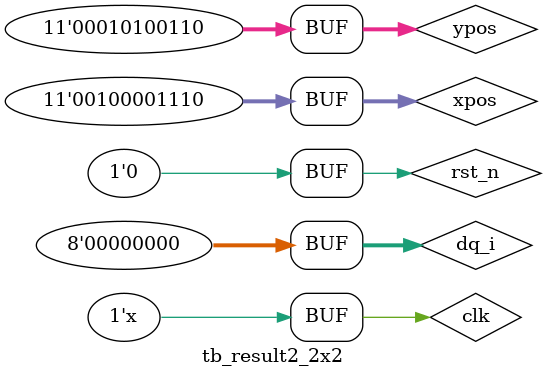
<source format=v>
`timescale  1ns/1ns
 
module tb_result2_2x2;
 
parameter  T = 2; // 时钟周期 ns
 
reg          clk; //input 
reg          rst_n; //input 
reg  [7:0]  dq_i; //input 
reg  [10:0]  xpos; //input 
reg  [10:0]  ypos; //input 
wire [4:0]  digit; //output 

// *******************************************************************************
// ** main
// *******************************************************************************

initial begin
   clk      =1'b0;
   rst_n      =1'b0;
 
   #T //1 start
// 20.0 ns
   rst_n      =1'b1;
 
   #T//
   xpos = 211;
   ypos = 107;
   dq_i = 8'd0;
 
   #T//
   xpos = 212;
   ypos = 107;
   dq_i = 8'd0;
 
   #T//
   xpos = 213;
   ypos = 107;
   dq_i = 8'd0;
 
   #T//
   xpos = 214;
   ypos = 107;
   dq_i = 8'd0;
 
   #T//
   xpos = 215;
   ypos = 107;
   dq_i = 8'd0;
 
   #T//
   xpos = 216;
   ypos = 107;
   dq_i = 8'd0;
 
   #T//
   xpos = 217;
   ypos = 107;
   dq_i = 8'd0;
 
   #T//
   xpos = 218;
   ypos = 107;
   dq_i = 8'd0;
 
   #T//
   xpos = 219;
   ypos = 107;
   dq_i = 8'd0;
 
   #T//
   xpos = 220;
   ypos = 107;
   dq_i = 8'd0;
 
   #T//
   xpos = 221;
   ypos = 107;
   dq_i = 8'd0;
 
   #T//
   xpos = 222;
   ypos = 107;
   dq_i = 8'd0;
 
   #T//
   xpos = 223;
   ypos = 107;
   dq_i = 8'd0;
 
   #T//
   xpos = 224;
   ypos = 107;
   dq_i = 8'd0;
 
   #T//
   xpos = 225;
   ypos = 107;
   dq_i = 8'd0;
 
   #T//
   xpos = 226;
   ypos = 107;
   dq_i = 8'd0;
 
   #T//
   xpos = 227;
   ypos = 107;
   dq_i = 8'd0;
 
   #T//
   xpos = 228;
   ypos = 107;
   dq_i = 8'd0;
 
   #T//
   xpos = 229;
   ypos = 107;
   dq_i = 8'd0;
 
   #T//
   xpos = 230;
   ypos = 107;
   dq_i = 8'd0;
 
   #T//
   xpos = 231;
   ypos = 107;
   dq_i = 8'd0;
 
   #T//
   xpos = 232;
   ypos = 107;
   dq_i = 8'd0;
 
   #T//
   xpos = 233;
   ypos = 107;
   dq_i = 8'd0;
 
   #T//
   xpos = 234;
   ypos = 107;
   dq_i = 8'd0;
 
   #T//
   xpos = 235;
   ypos = 107;
   dq_i = 8'd0;
 
   #T//
   xpos = 236;
   ypos = 107;
   dq_i = 8'd0;
 
   #T//
   xpos = 237;
   ypos = 107;
   dq_i = 8'd0;
 
   #T//
   xpos = 238;
   ypos = 107;
   dq_i = 8'd0;
 
   #T//
   xpos = 239;
   ypos = 107;
   dq_i = 8'd0;
 
   #T//
   xpos = 240;
   ypos = 107;
   dq_i = 8'd0;
 
   #T//
   xpos = 241;
   ypos = 107;
   dq_i = 8'd0;
 
   #T//
   xpos = 242;
   ypos = 107;
   dq_i = 8'd0;
 
   #T//
   xpos = 243;
   ypos = 107;
   dq_i = 8'd0;
 
   #T//
   xpos = 244;
   ypos = 107;
   dq_i = 8'd0;
 
   #T//
   xpos = 245;
   ypos = 107;
   dq_i = 8'd0;
 
   #T//
   xpos = 246;
   ypos = 107;
   dq_i = 8'd0;
 
   #T//
   xpos = 247;
   ypos = 107;
   dq_i = 8'd0;
 
   #T//
   xpos = 248;
   ypos = 107;
   dq_i = 8'd0;
 
   #T//
   xpos = 249;
   ypos = 107;
   dq_i = 8'd0;
 
   #T//
   xpos = 250;
   ypos = 107;
   dq_i = 8'd0;
 
   #T//
   xpos = 251;
   ypos = 107;
   dq_i = 8'd0;
 
   #T//
   xpos = 252;
   ypos = 107;
   dq_i = 8'd0;
 
   #T//
   xpos = 253;
   ypos = 107;
   dq_i = 8'd0;
 
   #T//
   xpos = 254;
   ypos = 107;
   dq_i = 8'd0;
 
   #T//
   xpos = 255;
   ypos = 107;
   dq_i = 8'd0;
 
   #T//
   xpos = 256;
   ypos = 107;
   dq_i = 8'd0;
 
   #T//
   xpos = 257;
   ypos = 107;
   dq_i = 8'd0;
 
   #T//
   xpos = 258;
   ypos = 107;
   dq_i = 8'd0;
 
   #T//
   xpos = 259;
   ypos = 107;
   dq_i = 8'd0;
 
   #T//
   xpos = 260;
   ypos = 107;
   dq_i = 8'd0;
 
   #T//
   xpos = 261;
   ypos = 107;
   dq_i = 8'd0;
 
   #T//
   xpos = 262;
   ypos = 107;
   dq_i = 8'd0;
 
   #T//
   xpos = 263;
   ypos = 107;
   dq_i = 8'd0;
 
   #T//
   xpos = 264;
   ypos = 107;
   dq_i = 8'd0;
 
   #T//
   xpos = 265;
   ypos = 107;
   dq_i = 8'd0;
 
   #T//
   xpos = 266;
   ypos = 107;
   dq_i = 8'd0;
 
   #T//
   xpos = 267;
   ypos = 107;
   dq_i = 8'd0;
 
   #T//
   xpos = 268;
   ypos = 107;
   dq_i = 8'd0;
 
   #T//
   xpos = 269;
   ypos = 107;
   dq_i = 8'd0;
 
   #T//
   xpos = 270;
   ypos = 107;
   dq_i = 8'd0;
 
   #T//
   xpos = 211;
   ypos = 108;
   dq_i = 8'd0;
 
   #T//
   xpos = 212;
   ypos = 108;
   dq_i = 8'd0;
 
   #T//
   xpos = 213;
   ypos = 108;
   dq_i = 8'd0;
 
   #T//
   xpos = 214;
   ypos = 108;
   dq_i = 8'd0;
 
   #T//
   xpos = 215;
   ypos = 108;
   dq_i = 8'd0;
 
   #T//
   xpos = 216;
   ypos = 108;
   dq_i = 8'd0;
 
   #T//
   xpos = 217;
   ypos = 108;
   dq_i = 8'd0;
 
   #T//
   xpos = 218;
   ypos = 108;
   dq_i = 8'd0;
 
   #T//
   xpos = 219;
   ypos = 108;
   dq_i = 8'd0;
 
   #T//
   xpos = 220;
   ypos = 108;
   dq_i = 8'd0;
 
   #T//
   xpos = 221;
   ypos = 108;
   dq_i = 8'd0;
 
   #T//
   xpos = 222;
   ypos = 108;
   dq_i = 8'd0;
 
   #T//
   xpos = 223;
   ypos = 108;
   dq_i = 8'd0;
 
   #T//
   xpos = 224;
   ypos = 108;
   dq_i = 8'd0;
 
   #T//
   xpos = 225;
   ypos = 108;
   dq_i = 8'd0;
 
   #T//
   xpos = 226;
   ypos = 108;
   dq_i = 8'd0;
 
   #T//
   xpos = 227;
   ypos = 108;
   dq_i = 8'd0;
 
   #T//
   xpos = 228;
   ypos = 108;
   dq_i = 8'd0;
 
   #T//
   xpos = 229;
   ypos = 108;
   dq_i = 8'd0;
 
   #T//
   xpos = 230;
   ypos = 108;
   dq_i = 8'd0;
 
   #T//
   xpos = 231;
   ypos = 108;
   dq_i = 8'd0;
 
   #T//
   xpos = 232;
   ypos = 108;
   dq_i = 8'd0;
 
   #T//
   xpos = 233;
   ypos = 108;
   dq_i = 8'd0;
 
   #T//
   xpos = 234;
   ypos = 108;
   dq_i = 8'd0;
 
   #T//
   xpos = 235;
   ypos = 108;
   dq_i = 8'd0;
 
   #T//
   xpos = 236;
   ypos = 108;
   dq_i = 8'd0;
 
   #T//
   xpos = 237;
   ypos = 108;
   dq_i = 8'd0;
 
   #T//
   xpos = 238;
   ypos = 108;
   dq_i = 8'd0;
 
   #T//
   xpos = 239;
   ypos = 108;
   dq_i = 8'd0;
 
   #T//
   xpos = 240;
   ypos = 108;
   dq_i = 8'd0;
 
   #T//
   xpos = 241;
   ypos = 108;
   dq_i = 8'd0;
 
   #T//
   xpos = 242;
   ypos = 108;
   dq_i = 8'd0;
 
   #T//
   xpos = 243;
   ypos = 108;
   dq_i = 8'd0;
 
   #T//
   xpos = 244;
   ypos = 108;
   dq_i = 8'd0;
 
   #T//
   xpos = 245;
   ypos = 108;
   dq_i = 8'd0;
 
   #T//
   xpos = 246;
   ypos = 108;
   dq_i = 8'd0;
 
   #T//
   xpos = 247;
   ypos = 108;
   dq_i = 8'd0;
 
   #T//
   xpos = 248;
   ypos = 108;
   dq_i = 8'd0;
 
   #T//
   xpos = 249;
   ypos = 108;
   dq_i = 8'd0;
 
   #T//
   xpos = 250;
   ypos = 108;
   dq_i = 8'd0;
 
   #T//
   xpos = 251;
   ypos = 108;
   dq_i = 8'd0;
 
   #T//
   xpos = 252;
   ypos = 108;
   dq_i = 8'd0;
 
   #T//
   xpos = 253;
   ypos = 108;
   dq_i = 8'd0;
 
   #T//
   xpos = 254;
   ypos = 108;
   dq_i = 8'd0;
 
   #T//
   xpos = 255;
   ypos = 108;
   dq_i = 8'd0;
 
   #T//
   xpos = 256;
   ypos = 108;
   dq_i = 8'd0;
 
   #T//
   xpos = 257;
   ypos = 108;
   dq_i = 8'd0;
 
   #T//
   xpos = 258;
   ypos = 108;
   dq_i = 8'd0;
 
   #T//
   xpos = 259;
   ypos = 108;
   dq_i = 8'd0;
 
   #T//
   xpos = 260;
   ypos = 108;
   dq_i = 8'd0;
 
   #T//
   xpos = 261;
   ypos = 108;
   dq_i = 8'd0;
 
   #T//
   xpos = 262;
   ypos = 108;
   dq_i = 8'd0;
 
   #T//
   xpos = 263;
   ypos = 108;
   dq_i = 8'd0;
 
   #T//
   xpos = 264;
   ypos = 108;
   dq_i = 8'd0;
 
   #T//
   xpos = 265;
   ypos = 108;
   dq_i = 8'd0;
 
   #T//
   xpos = 266;
   ypos = 108;
   dq_i = 8'd0;
 
   #T//
   xpos = 267;
   ypos = 108;
   dq_i = 8'd0;
 
   #T//
   xpos = 268;
   ypos = 108;
   dq_i = 8'd0;
 
   #T//
   xpos = 269;
   ypos = 108;
   dq_i = 8'd0;
 
   #T//
   xpos = 270;
   ypos = 108;
   dq_i = 8'd0;
 
   #T//
   xpos = 211;
   ypos = 109;
   dq_i = 8'd0;
 
   #T//
   xpos = 212;
   ypos = 109;
   dq_i = 8'd0;
 
   #T//
   xpos = 213;
   ypos = 109;
   dq_i = 0;
 
   #T//
   xpos = 214;
   ypos = 109;
   dq_i = 0;
 
   #T//
   xpos = 215;
   ypos = 109;
   dq_i = 0;
 
   #T//
   xpos = 216;
   ypos = 109;
   dq_i = 0;
 
   #T//
   xpos = 217;
   ypos = 109;
   dq_i = 0;
 
   #T//
   xpos = 218;
   ypos = 109;
   dq_i = 0;
 
   #T//
   xpos = 219;
   ypos = 109;
   dq_i = 0;
 
   #T//
   xpos = 220;
   ypos = 109;
   dq_i = 0;
 
   #T//
   xpos = 221;
   ypos = 109;
   dq_i = 0;
 
   #T//
   xpos = 222;
   ypos = 109;
   dq_i = 0;
 
   #T//
   xpos = 223;
   ypos = 109;
   dq_i = 0;
 
   #T//
   xpos = 224;
   ypos = 109;
   dq_i = 0;
 
   #T//
   xpos = 225;
   ypos = 109;
   dq_i = 0;
 
   #T//
   xpos = 226;
   ypos = 109;
   dq_i = 0;
 
   #T//
   xpos = 227;
   ypos = 109;
   dq_i = 0;
 
   #T//
   xpos = 228;
   ypos = 109;
   dq_i = 0;
 
   #T//
   xpos = 229;
   ypos = 109;
   dq_i = 0;
 
   #T//
   xpos = 230;
   ypos = 109;
   dq_i = 0;
 
   #T//
   xpos = 231;
   ypos = 109;
   dq_i = 0;
 
   #T//
   xpos = 232;
   ypos = 109;
   dq_i = 0;
 
   #T//
   xpos = 233;
   ypos = 109;
   dq_i = 0;
 
   #T//
   xpos = 234;
   ypos = 109;
   dq_i = 0;
 
   #T//
   xpos = 235;
   ypos = 109;
   dq_i = 0;
 
   #T//
   xpos = 236;
   ypos = 109;
   dq_i = 0;
 
   #T//
   xpos = 237;
   ypos = 109;
   dq_i = 0;
 
   #T//
   xpos = 238;
   ypos = 109;
   dq_i = 0;
 
   #T//
   xpos = 239;
   ypos = 109;
   dq_i = 0;
 
   #T//
   xpos = 240;
   ypos = 109;
   dq_i = 0;
 
   #T//
   xpos = 241;
   ypos = 109;
   dq_i = 0;
 
   #T//
   xpos = 242;
   ypos = 109;
   dq_i = 0;
 
   #T//
   xpos = 243;
   ypos = 109;
   dq_i = 0;
 
   #T//
   xpos = 244;
   ypos = 109;
   dq_i = 0;
 
   #T//
   xpos = 245;
   ypos = 109;
   dq_i = 0;
 
   #T//
   xpos = 246;
   ypos = 109;
   dq_i = 0;
 
   #T//
   xpos = 247;
   ypos = 109;
   dq_i = 0;
 
   #T//
   xpos = 248;
   ypos = 109;
   dq_i = 0;
 
   #T//
   xpos = 249;
   ypos = 109;
   dq_i = 0;
 
   #T//
   xpos = 250;
   ypos = 109;
   dq_i = 0;
 
   #T//
   xpos = 251;
   ypos = 109;
   dq_i = 0;
 
   #T//
   xpos = 252;
   ypos = 109;
   dq_i = 0;
 
   #T//
   xpos = 253;
   ypos = 109;
   dq_i = 0;
 
   #T//
   xpos = 254;
   ypos = 109;
   dq_i = 0;
 
   #T//
   xpos = 255;
   ypos = 109;
   dq_i = 0;
 
   #T//
   xpos = 256;
   ypos = 109;
   dq_i = 0;
 
   #T//
   xpos = 257;
   ypos = 109;
   dq_i = 0;
 
   #T//
   xpos = 258;
   ypos = 109;
   dq_i = 0;
 
   #T//
   xpos = 259;
   ypos = 109;
   dq_i = 0;
 
   #T//
   xpos = 260;
   ypos = 109;
   dq_i = 0;
 
   #T//
   xpos = 261;
   ypos = 109;
   dq_i = 0;
 
   #T//
   xpos = 262;
   ypos = 109;
   dq_i = 0;
 
   #T//
   xpos = 263;
   ypos = 109;
   dq_i = 0;
 
   #T//
   xpos = 264;
   ypos = 109;
   dq_i = 0;
 
   #T//
   xpos = 265;
   ypos = 109;
   dq_i = 0;
 
   #T//
   xpos = 266;
   ypos = 109;
   dq_i = 0;
 
   #T//
   xpos = 267;
   ypos = 109;
   dq_i = 0;
 
   #T//
   xpos = 268;
   ypos = 109;
   dq_i = 0;
 
   #T//
   xpos = 269;
   ypos = 109;
   dq_i = 8'd0;
 
   #T//
   xpos = 270;
   ypos = 109;
   dq_i = 8'd0;
 
   #T//
   xpos = 211;
   ypos = 110;
   dq_i = 8'd0;
 
   #T//
   xpos = 212;
   ypos = 110;
   dq_i = 8'd0;
 
   #T//
   xpos = 213;
   ypos = 110;
   dq_i = 0;
 
   #T//
   xpos = 214;
   ypos = 110;
   dq_i = 0;
 
   #T//
   xpos = 215;
   ypos = 110;
   dq_i = 0;
 
   #T//
   xpos = 216;
   ypos = 110;
   dq_i = 0;
 
   #T//
   xpos = 217;
   ypos = 110;
   dq_i = 0;
 
   #T//
   xpos = 218;
   ypos = 110;
   dq_i = 0;
 
   #T//
   xpos = 219;
   ypos = 110;
   dq_i = 0;
 
   #T//
   xpos = 220;
   ypos = 110;
   dq_i = 0;
 
   #T//
   xpos = 221;
   ypos = 110;
   dq_i = 0;
 
   #T//
   xpos = 222;
   ypos = 110;
   dq_i = 0;
 
   #T//
   xpos = 223;
   ypos = 110;
   dq_i = 0;
 
   #T//
   xpos = 224;
   ypos = 110;
   dq_i = 0;
 
   #T//
   xpos = 225;
   ypos = 110;
   dq_i = 0;
 
   #T//
   xpos = 226;
   ypos = 110;
   dq_i = 0;
 
   #T//
   xpos = 227;
   ypos = 110;
   dq_i = 0;
 
   #T//
   xpos = 228;
   ypos = 110;
   dq_i = 0;
 
   #T//
   xpos = 229;
   ypos = 110;
   dq_i = 0;
 
   #T//
   xpos = 230;
   ypos = 110;
   dq_i = 0;
 
   #T//
   xpos = 231;
   ypos = 110;
   dq_i = 0;
 
   #T//
   xpos = 232;
   ypos = 110;
   dq_i = 0;
 
   #T//
   xpos = 233;
   ypos = 110;
   dq_i = 0;
 
   #T//
   xpos = 234;
   ypos = 110;
   dq_i = 0;
 
   #T//
   xpos = 235;
   ypos = 110;
   dq_i = 0;
 
   #T//
   xpos = 236;
   ypos = 110;
   dq_i = 0;
 
   #T//
   xpos = 237;
   ypos = 110;
   dq_i = 0;
 
   #T//
   xpos = 238;
   ypos = 110;
   dq_i = 0;
 
   #T//
   xpos = 239;
   ypos = 110;
   dq_i = 0;
 
   #T//
   xpos = 240;
   ypos = 110;
   dq_i = 0;
 
   #T//
   xpos = 241;
   ypos = 110;
   dq_i = 0;
 
   #T//
   xpos = 242;
   ypos = 110;
   dq_i = 0;
 
   #T//
   xpos = 243;
   ypos = 110;
   dq_i = 0;
 
   #T//
   xpos = 244;
   ypos = 110;
   dq_i = 0;
 
   #T//
   xpos = 245;
   ypos = 110;
   dq_i = 0;
 
   #T//
   xpos = 246;
   ypos = 110;
   dq_i = 0;
 
   #T//
   xpos = 247;
   ypos = 110;
   dq_i = 0;
 
   #T//
   xpos = 248;
   ypos = 110;
   dq_i = 0;
 
   #T//
   xpos = 249;
   ypos = 110;
   dq_i = 0;
 
   #T//
   xpos = 250;
   ypos = 110;
   dq_i = 0;
 
   #T//
   xpos = 251;
   ypos = 110;
   dq_i = 0;
 
   #T//
   xpos = 252;
   ypos = 110;
   dq_i = 0;
 
   #T//
   xpos = 253;
   ypos = 110;
   dq_i = 0;
 
   #T//
   xpos = 254;
   ypos = 110;
   dq_i = 0;
 
   #T//
   xpos = 255;
   ypos = 110;
   dq_i = 0;
 
   #T//
   xpos = 256;
   ypos = 110;
   dq_i = 0;
 
   #T//
   xpos = 257;
   ypos = 110;
   dq_i = 0;
 
   #T//
   xpos = 258;
   ypos = 110;
   dq_i = 0;
 
   #T//
   xpos = 259;
   ypos = 110;
   dq_i = 0;
 
   #T//
   xpos = 260;
   ypos = 110;
   dq_i = 0;
 
   #T//
   xpos = 261;
   ypos = 110;
   dq_i = 0;
 
   #T//
   xpos = 262;
   ypos = 110;
   dq_i = 0;
 
   #T//
   xpos = 263;
   ypos = 110;
   dq_i = 0;
 
   #T//
   xpos = 264;
   ypos = 110;
   dq_i = 0;
 
   #T//
   xpos = 265;
   ypos = 110;
   dq_i = 0;
 
   #T//
   xpos = 266;
   ypos = 110;
   dq_i = 0;
 
   #T//
   xpos = 267;
   ypos = 110;
   dq_i = 0;
 
   #T//
   xpos = 268;
   ypos = 110;
   dq_i = 0;
 
   #T//
   xpos = 269;
   ypos = 110;
   dq_i = 8'd0;
 
   #T//
   xpos = 270;
   ypos = 110;
   dq_i = 8'd0;
 
   #T//
   xpos = 211;
   ypos = 111;
   dq_i = 8'd0;
 
   #T//
   xpos = 212;
   ypos = 111;
   dq_i = 8'd0;
 
   #T//
   xpos = 213;
   ypos = 111;
   dq_i = 0;
 
   #T//
   xpos = 214;
   ypos = 111;
   dq_i = 0;
 
   #T//
   xpos = 215;
   ypos = 111;
   dq_i = 0;
 
   #T//
   xpos = 216;
   ypos = 111;
   dq_i = 0;
 
   #T//
   xpos = 217;
   ypos = 111;
   dq_i = 0;
 
   #T//
   xpos = 218;
   ypos = 111;
   dq_i = 0;
 
   #T//
   xpos = 219;
   ypos = 111;
   dq_i = 0;
 
   #T//
   xpos = 220;
   ypos = 111;
   dq_i = 0;
 
   #T//
   xpos = 221;
   ypos = 111;
   dq_i = 0;
 
   #T//
   xpos = 222;
   ypos = 111;
   dq_i = 0;
 
   #T//
   xpos = 223;
   ypos = 111;
   dq_i = 0;
 
   #T//
   xpos = 224;
   ypos = 111;
   dq_i = 0;
 
   #T//
   xpos = 225;
   ypos = 111;
   dq_i = 0;
 
   #T//
   xpos = 226;
   ypos = 111;
   dq_i = 0;
 
   #T//
   xpos = 227;
   ypos = 111;
   dq_i = 0;
 
   #T//
   xpos = 228;
   ypos = 111;
   dq_i = 0;
 
   #T//
   xpos = 229;
   ypos = 111;
   dq_i = 0;
 
   #T//
   xpos = 230;
   ypos = 111;
   dq_i = 0;
 
   #T//
   xpos = 231;
   ypos = 111;
   dq_i = 0;
 
   #T//
   xpos = 232;
   ypos = 111;
   dq_i = 0;
 
   #T//
   xpos = 233;
   ypos = 111;
   dq_i = 0;
 
   #T//
   xpos = 234;
   ypos = 111;
   dq_i = 0;
 
   #T//
   xpos = 235;
   ypos = 111;
   dq_i = 0;
 
   #T//
   xpos = 236;
   ypos = 111;
   dq_i = 0;
 
   #T//
   xpos = 237;
   ypos = 111;
   dq_i = 0;
 
   #T//
   xpos = 238;
   ypos = 111;
   dq_i = 0;
 
   #T//
   xpos = 239;
   ypos = 111;
   dq_i = 0;
 
   #T//
   xpos = 240;
   ypos = 111;
   dq_i = 0;
 
   #T//
   xpos = 241;
   ypos = 111;
   dq_i = 0;
 
   #T//
   xpos = 242;
   ypos = 111;
   dq_i = 0;
 
   #T//
   xpos = 243;
   ypos = 111;
   dq_i = 0;
 
   #T//
   xpos = 244;
   ypos = 111;
   dq_i = 0;
 
   #T//
   xpos = 245;
   ypos = 111;
   dq_i = 0;
 
   #T//
   xpos = 246;
   ypos = 111;
   dq_i = 0;
 
   #T//
   xpos = 247;
   ypos = 111;
   dq_i = 0;
 
   #T//
   xpos = 248;
   ypos = 111;
   dq_i = 0;
 
   #T//
   xpos = 249;
   ypos = 111;
   dq_i = 0;
 
   #T//
   xpos = 250;
   ypos = 111;
   dq_i = 0;
 
   #T//
   xpos = 251;
   ypos = 111;
   dq_i = 0;
 
   #T//
   xpos = 252;
   ypos = 111;
   dq_i = 0;
 
   #T//
   xpos = 253;
   ypos = 111;
   dq_i = 0;
 
   #T//
   xpos = 254;
   ypos = 111;
   dq_i = 0;
 
   #T//
   xpos = 255;
   ypos = 111;
   dq_i = 0;
 
   #T//
   xpos = 256;
   ypos = 111;
   dq_i = 0;
 
   #T//
   xpos = 257;
   ypos = 111;
   dq_i = 0;
 
   #T//
   xpos = 258;
   ypos = 111;
   dq_i = 0;
 
   #T//
   xpos = 259;
   ypos = 111;
   dq_i = 0;
 
   #T//
   xpos = 260;
   ypos = 111;
   dq_i = 0;
 
   #T//
   xpos = 261;
   ypos = 111;
   dq_i = 0;
 
   #T//
   xpos = 262;
   ypos = 111;
   dq_i = 0;
 
   #T//
   xpos = 263;
   ypos = 111;
   dq_i = 0;
 
   #T//
   xpos = 264;
   ypos = 111;
   dq_i = 0;
 
   #T//
   xpos = 265;
   ypos = 111;
   dq_i = 0;
 
   #T//
   xpos = 266;
   ypos = 111;
   dq_i = 0;
 
   #T//
   xpos = 267;
   ypos = 111;
   dq_i = 0;
 
   #T//
   xpos = 268;
   ypos = 111;
   dq_i = 0;
 
   #T//
   xpos = 269;
   ypos = 111;
   dq_i = 8'd0;
 
   #T//
   xpos = 270;
   ypos = 111;
   dq_i = 8'd0;
 
   #T//
   xpos = 211;
   ypos = 112;
   dq_i = 8'd0;
 
   #T//
   xpos = 212;
   ypos = 112;
   dq_i = 8'd0;
 
   #T//
   xpos = 213;
   ypos = 112;
   dq_i = 0;
 
   #T//
   xpos = 214;
   ypos = 112;
   dq_i = 0;
 
   #T//
   xpos = 215;
   ypos = 112;
   dq_i = 0;
 
   #T//
   xpos = 216;
   ypos = 112;
   dq_i = 0;
 
   #T//
   xpos = 217;
   ypos = 112;
   dq_i = 0;
 
   #T//
   xpos = 218;
   ypos = 112;
   dq_i = 0;
 
   #T//
   xpos = 219;
   ypos = 112;
   dq_i = 0;
 
   #T//
   xpos = 220;
   ypos = 112;
   dq_i = 0;
 
   #T//
   xpos = 221;
   ypos = 112;
   dq_i = 0;
 
   #T//
   xpos = 222;
   ypos = 112;
   dq_i = 0;
 
   #T//
   xpos = 223;
   ypos = 112;
   dq_i = 0;
 
   #T//
   xpos = 224;
   ypos = 112;
   dq_i = 0;
 
   #T//
   xpos = 225;
   ypos = 112;
   dq_i = 0;
 
   #T//
   xpos = 226;
   ypos = 112;
   dq_i = 0;
 
   #T//
   xpos = 227;
   ypos = 112;
   dq_i = 0;
 
   #T//
   xpos = 228;
   ypos = 112;
   dq_i = 0;
 
   #T//
   xpos = 229;
   ypos = 112;
   dq_i = 0;
 
   #T//
   xpos = 230;
   ypos = 112;
   dq_i = 0;
 
   #T//
   xpos = 231;
   ypos = 112;
   dq_i = 0;
 
   #T//
   xpos = 232;
   ypos = 112;
   dq_i = 0;
 
   #T//
   xpos = 233;
   ypos = 112;
   dq_i = 0;
 
   #T//
   xpos = 234;
   ypos = 112;
   dq_i = 0;
 
   #T//
   xpos = 235;
   ypos = 112;
   dq_i = 0;
 
   #T//
   xpos = 236;
   ypos = 112;
   dq_i = 0;
 
   #T//
   xpos = 237;
   ypos = 112;
   dq_i = 0;
 
   #T//
   xpos = 238;
   ypos = 112;
   dq_i = 0;
 
   #T//
   xpos = 239;
   ypos = 112;
   dq_i = 0;
 
   #T//
   xpos = 240;
   ypos = 112;
   dq_i = 0;
 
   #T//
   xpos = 241;
   ypos = 112;
   dq_i = 0;
 
   #T//
   xpos = 242;
   ypos = 112;
   dq_i = 0;
 
   #T//
   xpos = 243;
   ypos = 112;
   dq_i = 0;
 
   #T//
   xpos = 244;
   ypos = 112;
   dq_i = 0;
 
   #T//
   xpos = 245;
   ypos = 112;
   dq_i = 0;
 
   #T//
   xpos = 246;
   ypos = 112;
   dq_i = 0;
 
   #T//
   xpos = 247;
   ypos = 112;
   dq_i = 0;
 
   #T//
   xpos = 248;
   ypos = 112;
   dq_i = 0;
 
   #T//
   xpos = 249;
   ypos = 112;
   dq_i = 0;
 
   #T//
   xpos = 250;
   ypos = 112;
   dq_i = 0;
 
   #T//
   xpos = 251;
   ypos = 112;
   dq_i = 0;
 
   #T//
   xpos = 252;
   ypos = 112;
   dq_i = 0;
 
   #T//
   xpos = 253;
   ypos = 112;
   dq_i = 0;
 
   #T//
   xpos = 254;
   ypos = 112;
   dq_i = 0;
 
   #T//
   xpos = 255;
   ypos = 112;
   dq_i = 0;
 
   #T//
   xpos = 256;
   ypos = 112;
   dq_i = 0;
 
   #T//
   xpos = 257;
   ypos = 112;
   dq_i = 0;
 
   #T//
   xpos = 258;
   ypos = 112;
   dq_i = 0;
 
   #T//
   xpos = 259;
   ypos = 112;
   dq_i = 0;
 
   #T//
   xpos = 260;
   ypos = 112;
   dq_i = 0;
 
   #T//
   xpos = 261;
   ypos = 112;
   dq_i = 0;
 
   #T//
   xpos = 262;
   ypos = 112;
   dq_i = 0;
 
   #T//
   xpos = 263;
   ypos = 112;
   dq_i = 0;
 
   #T//
   xpos = 264;
   ypos = 112;
   dq_i = 0;
 
   #T//
   xpos = 265;
   ypos = 112;
   dq_i = 0;
 
   #T//
   xpos = 266;
   ypos = 112;
   dq_i = 0;
 
   #T//
   xpos = 267;
   ypos = 112;
   dq_i = 0;
 
   #T//
   xpos = 268;
   ypos = 112;
   dq_i = 0;
 
   #T//
   xpos = 269;
   ypos = 112;
   dq_i = 8'd0;
 
   #T//
   xpos = 270;
   ypos = 112;
   dq_i = 8'd0;
 
   #T//
   xpos = 211;
   ypos = 113;
   dq_i = 8'd0;
 
   #T//
   xpos = 212;
   ypos = 113;
   dq_i = 8'd0;
 
   #T//
   xpos = 213;
   ypos = 113;
   dq_i = 0;
 
   #T//
   xpos = 214;
   ypos = 113;
   dq_i = 0;
 
   #T//
   xpos = 215;
   ypos = 113;
   dq_i = 0;
 
   #T//
   xpos = 216;
   ypos = 113;
   dq_i = 0;
 
   #T//
   xpos = 217;
   ypos = 113;
   dq_i = 0;
 
   #T//
   xpos = 218;
   ypos = 113;
   dq_i = 0;
 
   #T//
   xpos = 219;
   ypos = 113;
   dq_i = 0;
 
   #T//
   xpos = 220;
   ypos = 113;
   dq_i = 0;
 
   #T//
   xpos = 221;
   ypos = 113;
   dq_i = 0;
 
   #T//
   xpos = 222;
   ypos = 113;
   dq_i = 0;
 
   #T//
   xpos = 223;
   ypos = 113;
   dq_i = 0;
 
   #T//
   xpos = 224;
   ypos = 113;
   dq_i = 0;
 
   #T//
   xpos = 225;
   ypos = 113;
   dq_i = 0;
 
   #T//
   xpos = 226;
   ypos = 113;
   dq_i = 0;
 
   #T//
   xpos = 227;
   ypos = 113;
   dq_i = 0;
 
   #T//
   xpos = 228;
   ypos = 113;
   dq_i = 0;
 
   #T//
   xpos = 229;
   ypos = 113;
   dq_i = 0;
 
   #T//
   xpos = 230;
   ypos = 113;
   dq_i = 0;
 
   #T//
   xpos = 231;
   ypos = 113;
   dq_i = 0;
 
   #T//
   xpos = 232;
   ypos = 113;
   dq_i = 0;
 
   #T//
   xpos = 233;
   ypos = 113;
   dq_i = 0;
 
   #T//
   xpos = 234;
   ypos = 113;
   dq_i = 0;
 
   #T//
   xpos = 235;
   ypos = 113;
   dq_i = 0;
 
   #T//
   xpos = 236;
   ypos = 113;
   dq_i = 0;
 
   #T//
   xpos = 237;
   ypos = 113;
   dq_i = 0;
 
   #T//
   xpos = 238;
   ypos = 113;
   dq_i = 0;
 
   #T//
   xpos = 239;
   ypos = 113;
   dq_i = 0;
 
   #T//
   xpos = 240;
   ypos = 113;
   dq_i = 0;
 
   #T//
   xpos = 241;
   ypos = 113;
   dq_i = 0;
 
   #T//
   xpos = 242;
   ypos = 113;
   dq_i = 0;
 
   #T//
   xpos = 243;
   ypos = 113;
   dq_i = 0;
 
   #T//
   xpos = 244;
   ypos = 113;
   dq_i = 0;
 
   #T//
   xpos = 245;
   ypos = 113;
   dq_i = 0;
 
   #T//
   xpos = 246;
   ypos = 113;
   dq_i = 0;
 
   #T//
   xpos = 247;
   ypos = 113;
   dq_i = 0;
 
   #T//
   xpos = 248;
   ypos = 113;
   dq_i = 0;
 
   #T//
   xpos = 249;
   ypos = 113;
   dq_i = 0;
 
   #T//
   xpos = 250;
   ypos = 113;
   dq_i = 0;
 
   #T//
   xpos = 251;
   ypos = 113;
   dq_i = 0;
 
   #T//
   xpos = 252;
   ypos = 113;
   dq_i = 0;
 
   #T//
   xpos = 253;
   ypos = 113;
   dq_i = 0;
 
   #T//
   xpos = 254;
   ypos = 113;
   dq_i = 0;
 
   #T//
   xpos = 255;
   ypos = 113;
   dq_i = 0;
 
   #T//
   xpos = 256;
   ypos = 113;
   dq_i = 0;
 
   #T//
   xpos = 257;
   ypos = 113;
   dq_i = 0;
 
   #T//
   xpos = 258;
   ypos = 113;
   dq_i = 0;
 
   #T//
   xpos = 259;
   ypos = 113;
   dq_i = 0;
 
   #T//
   xpos = 260;
   ypos = 113;
   dq_i = 0;
 
   #T//
   xpos = 261;
   ypos = 113;
   dq_i = 0;
 
   #T//
   xpos = 262;
   ypos = 113;
   dq_i = 0;
 
   #T//
   xpos = 263;
   ypos = 113;
   dq_i = 0;
 
   #T//
   xpos = 264;
   ypos = 113;
   dq_i = 0;
 
   #T//
   xpos = 265;
   ypos = 113;
   dq_i = 0;
 
   #T//
   xpos = 266;
   ypos = 113;
   dq_i = 0;
 
   #T//
   xpos = 267;
   ypos = 113;
   dq_i = 0;
 
   #T//
   xpos = 268;
   ypos = 113;
   dq_i = 0;
 
   #T//
   xpos = 269;
   ypos = 113;
   dq_i = 8'd0;
 
   #T//
   xpos = 270;
   ypos = 113;
   dq_i = 8'd0;
 
   #T//
   xpos = 211;
   ypos = 114;
   dq_i = 8'd0;
 
   #T//
   xpos = 212;
   ypos = 114;
   dq_i = 8'd0;
 
   #T//
   xpos = 213;
   ypos = 114;
   dq_i = 0;
 
   #T//
   xpos = 214;
   ypos = 114;
   dq_i = 0;
 
   #T//
   xpos = 215;
   ypos = 114;
   dq_i = 0;
 
   #T//
   xpos = 216;
   ypos = 114;
   dq_i = 0;
 
   #T//
   xpos = 217;
   ypos = 114;
   dq_i = 0;
 
   #T//
   xpos = 218;
   ypos = 114;
   dq_i = 0;
 
   #T//
   xpos = 219;
   ypos = 114;
   dq_i = 0;
 
   #T//
   xpos = 220;
   ypos = 114;
   dq_i = 0;
 
   #T//
   xpos = 221;
   ypos = 114;
   dq_i = 0;
 
   #T//
   xpos = 222;
   ypos = 114;
   dq_i = 0;
 
   #T//
   xpos = 223;
   ypos = 114;
   dq_i = 0;
 
   #T//
   xpos = 224;
   ypos = 114;
   dq_i = 0;
 
   #T//
   xpos = 225;
   ypos = 114;
   dq_i = 0;
 
   #T//
   xpos = 226;
   ypos = 114;
   dq_i = 0;
 
   #T//
   xpos = 227;
   ypos = 114;
   dq_i = 0;
 
   #T//
   xpos = 228;
   ypos = 114;
   dq_i = 0;
 
   #T//
   xpos = 229;
   ypos = 114;
   dq_i = 0;
 
   #T//
   xpos = 230;
   ypos = 114;
   dq_i = 0;
 
   #T//
   xpos = 231;
   ypos = 114;
   dq_i = 0;
 
   #T//
   xpos = 232;
   ypos = 114;
   dq_i = 0;
 
   #T//
   xpos = 233;
   ypos = 114;
   dq_i = 0;
 
   #T//
   xpos = 234;
   ypos = 114;
   dq_i = 0;
 
   #T//
   xpos = 235;
   ypos = 114;
   dq_i = 0;
 
   #T//
   xpos = 236;
   ypos = 114;
   dq_i = 0;
 
   #T//
   xpos = 237;
   ypos = 114;
   dq_i = 0;
 
   #T//
   xpos = 238;
   ypos = 114;
   dq_i = 0;
 
   #T//
   xpos = 239;
   ypos = 114;
   dq_i = 0;
 
   #T//
   xpos = 240;
   ypos = 114;
   dq_i = 0;
 
   #T//
   xpos = 241;
   ypos = 114;
   dq_i = 0;
 
   #T//
   xpos = 242;
   ypos = 114;
   dq_i = 0;
 
   #T//
   xpos = 243;
   ypos = 114;
   dq_i = 0;
 
   #T//
   xpos = 244;
   ypos = 114;
   dq_i = 0;
 
   #T//
   xpos = 245;
   ypos = 114;
   dq_i = 0;
 
   #T//
   xpos = 246;
   ypos = 114;
   dq_i = 0;
 
   #T//
   xpos = 247;
   ypos = 114;
   dq_i = 0;
 
   #T//
   xpos = 248;
   ypos = 114;
   dq_i = 0;
 
   #T//
   xpos = 249;
   ypos = 114;
   dq_i = 0;
 
   #T//
   xpos = 250;
   ypos = 114;
   dq_i = 0;
 
   #T//
   xpos = 251;
   ypos = 114;
   dq_i = 0;
 
   #T//
   xpos = 252;
   ypos = 114;
   dq_i = 0;
 
   #T//
   xpos = 253;
   ypos = 114;
   dq_i = 0;
 
   #T//
   xpos = 254;
   ypos = 114;
   dq_i = 0;
 
   #T//
   xpos = 255;
   ypos = 114;
   dq_i = 0;
 
   #T//
   xpos = 256;
   ypos = 114;
   dq_i = 0;
 
   #T//
   xpos = 257;
   ypos = 114;
   dq_i = 0;
 
   #T//
   xpos = 258;
   ypos = 114;
   dq_i = 0;
 
   #T//
   xpos = 259;
   ypos = 114;
   dq_i = 0;
 
   #T//
   xpos = 260;
   ypos = 114;
   dq_i = 0;
 
   #T//
   xpos = 261;
   ypos = 114;
   dq_i = 0;
 
   #T//
   xpos = 262;
   ypos = 114;
   dq_i = 0;
 
   #T//
   xpos = 263;
   ypos = 114;
   dq_i = 0;
 
   #T//
   xpos = 264;
   ypos = 114;
   dq_i = 0;
 
   #T//
   xpos = 265;
   ypos = 114;
   dq_i = 0;
 
   #T//
   xpos = 266;
   ypos = 114;
   dq_i = 0;
 
   #T//
   xpos = 267;
   ypos = 114;
   dq_i = 0;
 
   #T//
   xpos = 268;
   ypos = 114;
   dq_i = 0;
 
   #T//
   xpos = 269;
   ypos = 114;
   dq_i = 8'd0;
 
   #T//
   xpos = 270;
   ypos = 114;
   dq_i = 8'd0;
 
   #T//
   xpos = 211;
   ypos = 115;
   dq_i = 8'd0;
 
   #T//
   xpos = 212;
   ypos = 115;
   dq_i = 8'd0;
 
   #T//
   xpos = 213;
   ypos = 115;
   dq_i = 0;
 
   #T//
   xpos = 214;
   ypos = 115;
   dq_i = 0;
 
   #T//
   xpos = 215;
   ypos = 115;
   dq_i = 0;
 
   #T//
   xpos = 216;
   ypos = 115;
   dq_i = 0;
 
   #T//
   xpos = 217;
   ypos = 115;
   dq_i = 0;
 
   #T//
   xpos = 218;
   ypos = 115;
   dq_i = 0;
 
   #T//
   xpos = 219;
   ypos = 115;
   dq_i = 0;
 
   #T//
   xpos = 220;
   ypos = 115;
   dq_i = 0;
 
   #T//
   xpos = 221;
   ypos = 115;
   dq_i = 0;
 
   #T//
   xpos = 222;
   ypos = 115;
   dq_i = 0;
 
   #T//
   xpos = 223;
   ypos = 115;
   dq_i = 0;
 
   #T//
   xpos = 224;
   ypos = 115;
   dq_i = 0;
 
   #T//
   xpos = 225;
   ypos = 115;
   dq_i = 0;
 
   #T//
   xpos = 226;
   ypos = 115;
   dq_i = 0;
 
   #T//
   xpos = 227;
   ypos = 115;
   dq_i = 0;
 
   #T//
   xpos = 228;
   ypos = 115;
   dq_i = 0;
 
   #T//
   xpos = 229;
   ypos = 115;
   dq_i = 0;
 
   #T//
   xpos = 230;
   ypos = 115;
   dq_i = 0;
 
   #T//
   xpos = 231;
   ypos = 115;
   dq_i = 0;
 
   #T//
   xpos = 232;
   ypos = 115;
   dq_i = 0;
 
   #T//
   xpos = 233;
   ypos = 115;
   dq_i = 116;
 
   #T//
   xpos = 234;
   ypos = 115;
   dq_i = 116;
 
   #T//
   xpos = 235;
   ypos = 115;
   dq_i = 125;
 
   #T//
   xpos = 236;
   ypos = 115;
   dq_i = 125;
 
   #T//
   xpos = 237;
   ypos = 115;
   dq_i = 171;
 
   #T//
   xpos = 238;
   ypos = 115;
   dq_i = 171;
 
   #T//
   xpos = 239;
   ypos = 115;
   dq_i = 255;
 
   #T//
   xpos = 240;
   ypos = 115;
   dq_i = 255;
 
   #T//
   xpos = 241;
   ypos = 115;
   dq_i = 255;
 
   #T//
   xpos = 242;
   ypos = 115;
   dq_i = 255;
 
   #T//
   xpos = 243;
   ypos = 115;
   dq_i = 150;
 
   #T//
   xpos = 244;
   ypos = 115;
   dq_i = 150;
 
   #T//
   xpos = 245;
   ypos = 115;
   dq_i = 93;
 
   #T//
   xpos = 246;
   ypos = 115;
   dq_i = 93;
 
   #T//
   xpos = 247;
   ypos = 115;
   dq_i = 0;
 
   #T//
   xpos = 248;
   ypos = 115;
   dq_i = 0;
 
   #T//
   xpos = 249;
   ypos = 115;
   dq_i = 0;
 
   #T//
   xpos = 250;
   ypos = 115;
   dq_i = 0;
 
   #T//
   xpos = 251;
   ypos = 115;
   dq_i = 0;
 
   #T//
   xpos = 252;
   ypos = 115;
   dq_i = 0;
 
   #T//
   xpos = 253;
   ypos = 115;
   dq_i = 0;
 
   #T//
   xpos = 254;
   ypos = 115;
   dq_i = 0;
 
   #T//
   xpos = 255;
   ypos = 115;
   dq_i = 0;
 
   #T//
   xpos = 256;
   ypos = 115;
   dq_i = 0;
 
   #T//
   xpos = 257;
   ypos = 115;
   dq_i = 0;
 
   #T//
   xpos = 258;
   ypos = 115;
   dq_i = 0;
 
   #T//
   xpos = 259;
   ypos = 115;
   dq_i = 0;
 
   #T//
   xpos = 260;
   ypos = 115;
   dq_i = 0;
 
   #T//
   xpos = 261;
   ypos = 115;
   dq_i = 0;
 
   #T//
   xpos = 262;
   ypos = 115;
   dq_i = 0;
 
   #T//
   xpos = 263;
   ypos = 115;
   dq_i = 0;
 
   #T//
   xpos = 264;
   ypos = 115;
   dq_i = 0;
 
   #T//
   xpos = 265;
   ypos = 115;
   dq_i = 0;
 
   #T//
   xpos = 266;
   ypos = 115;
   dq_i = 0;
 
   #T//
   xpos = 267;
   ypos = 115;
   dq_i = 0;
 
   #T//
   xpos = 268;
   ypos = 115;
   dq_i = 0;
 
   #T//
   xpos = 269;
   ypos = 115;
   dq_i = 8'd0;
 
   #T//
   xpos = 270;
   ypos = 115;
   dq_i = 8'd0;
 
   #T//
   xpos = 211;
   ypos = 116;
   dq_i = 8'd0;
 
   #T//
   xpos = 212;
   ypos = 116;
   dq_i = 8'd0;
 
   #T//
   xpos = 213;
   ypos = 116;
   dq_i = 0;
 
   #T//
   xpos = 214;
   ypos = 116;
   dq_i = 0;
 
   #T//
   xpos = 215;
   ypos = 116;
   dq_i = 0;
 
   #T//
   xpos = 216;
   ypos = 116;
   dq_i = 0;
 
   #T//
   xpos = 217;
   ypos = 116;
   dq_i = 0;
 
   #T//
   xpos = 218;
   ypos = 116;
   dq_i = 0;
 
   #T//
   xpos = 219;
   ypos = 116;
   dq_i = 0;
 
   #T//
   xpos = 220;
   ypos = 116;
   dq_i = 0;
 
   #T//
   xpos = 221;
   ypos = 116;
   dq_i = 0;
 
   #T//
   xpos = 222;
   ypos = 116;
   dq_i = 0;
 
   #T//
   xpos = 223;
   ypos = 116;
   dq_i = 0;
 
   #T//
   xpos = 224;
   ypos = 116;
   dq_i = 0;
 
   #T//
   xpos = 225;
   ypos = 116;
   dq_i = 0;
 
   #T//
   xpos = 226;
   ypos = 116;
   dq_i = 0;
 
   #T//
   xpos = 227;
   ypos = 116;
   dq_i = 0;
 
   #T//
   xpos = 228;
   ypos = 116;
   dq_i = 0;
 
   #T//
   xpos = 229;
   ypos = 116;
   dq_i = 0;
 
   #T//
   xpos = 230;
   ypos = 116;
   dq_i = 0;
 
   #T//
   xpos = 231;
   ypos = 116;
   dq_i = 0;
 
   #T//
   xpos = 232;
   ypos = 116;
   dq_i = 0;
 
   #T//
   xpos = 233;
   ypos = 116;
   dq_i = 116;
 
   #T//
   xpos = 234;
   ypos = 116;
   dq_i = 116;
 
   #T//
   xpos = 235;
   ypos = 116;
   dq_i = 125;
 
   #T//
   xpos = 236;
   ypos = 116;
   dq_i = 125;
 
   #T//
   xpos = 237;
   ypos = 116;
   dq_i = 171;
 
   #T//
   xpos = 238;
   ypos = 116;
   dq_i = 171;
 
   #T//
   xpos = 239;
   ypos = 116;
   dq_i = 255;
 
   #T//
   xpos = 240;
   ypos = 116;
   dq_i = 255;
 
   #T//
   xpos = 241;
   ypos = 116;
   dq_i = 255;
 
   #T//
   xpos = 242;
   ypos = 116;
   dq_i = 255;
 
   #T//
   xpos = 243;
   ypos = 116;
   dq_i = 150;
 
   #T//
   xpos = 244;
   ypos = 116;
   dq_i = 150;
 
   #T//
   xpos = 245;
   ypos = 116;
   dq_i = 93;
 
   #T//
   xpos = 246;
   ypos = 116;
   dq_i = 93;
 
   #T//
   xpos = 247;
   ypos = 116;
   dq_i = 0;
 
   #T//
   xpos = 248;
   ypos = 116;
   dq_i = 0;
 
   #T//
   xpos = 249;
   ypos = 116;
   dq_i = 0;
 
   #T//
   xpos = 250;
   ypos = 116;
   dq_i = 0;
 
   #T//
   xpos = 251;
   ypos = 116;
   dq_i = 0;
 
   #T//
   xpos = 252;
   ypos = 116;
   dq_i = 0;
 
   #T//
   xpos = 253;
   ypos = 116;
   dq_i = 0;
 
   #T//
   xpos = 254;
   ypos = 116;
   dq_i = 0;
 
   #T//
   xpos = 255;
   ypos = 116;
   dq_i = 0;
 
   #T//
   xpos = 256;
   ypos = 116;
   dq_i = 0;
 
   #T//
   xpos = 257;
   ypos = 116;
   dq_i = 0;
 
   #T//
   xpos = 258;
   ypos = 116;
   dq_i = 0;
 
   #T//
   xpos = 259;
   ypos = 116;
   dq_i = 0;
 
   #T//
   xpos = 260;
   ypos = 116;
   dq_i = 0;
 
   #T//
   xpos = 261;
   ypos = 116;
   dq_i = 0;
 
   #T//
   xpos = 262;
   ypos = 116;
   dq_i = 0;
 
   #T//
   xpos = 263;
   ypos = 116;
   dq_i = 0;
 
   #T//
   xpos = 264;
   ypos = 116;
   dq_i = 0;
 
   #T//
   xpos = 265;
   ypos = 116;
   dq_i = 0;
 
   #T//
   xpos = 266;
   ypos = 116;
   dq_i = 0;
 
   #T//
   xpos = 267;
   ypos = 116;
   dq_i = 0;
 
   #T//
   xpos = 268;
   ypos = 116;
   dq_i = 0;
 
   #T//
   xpos = 269;
   ypos = 116;
   dq_i = 8'd0;
 
   #T//
   xpos = 270;
   ypos = 116;
   dq_i = 8'd0;
 
   #T//
   xpos = 211;
   ypos = 117;
   dq_i = 8'd0;
 
   #T//
   xpos = 212;
   ypos = 117;
   dq_i = 8'd0;
 
   #T//
   xpos = 213;
   ypos = 117;
   dq_i = 0;
 
   #T//
   xpos = 214;
   ypos = 117;
   dq_i = 0;
 
   #T//
   xpos = 215;
   ypos = 117;
   dq_i = 0;
 
   #T//
   xpos = 216;
   ypos = 117;
   dq_i = 0;
 
   #T//
   xpos = 217;
   ypos = 117;
   dq_i = 0;
 
   #T//
   xpos = 218;
   ypos = 117;
   dq_i = 0;
 
   #T//
   xpos = 219;
   ypos = 117;
   dq_i = 0;
 
   #T//
   xpos = 220;
   ypos = 117;
   dq_i = 0;
 
   #T//
   xpos = 221;
   ypos = 117;
   dq_i = 0;
 
   #T//
   xpos = 222;
   ypos = 117;
   dq_i = 0;
 
   #T//
   xpos = 223;
   ypos = 117;
   dq_i = 0;
 
   #T//
   xpos = 224;
   ypos = 117;
   dq_i = 0;
 
   #T//
   xpos = 225;
   ypos = 117;
   dq_i = 0;
 
   #T//
   xpos = 226;
   ypos = 117;
   dq_i = 0;
 
   #T//
   xpos = 227;
   ypos = 117;
   dq_i = 0;
 
   #T//
   xpos = 228;
   ypos = 117;
   dq_i = 0;
 
   #T//
   xpos = 229;
   ypos = 117;
   dq_i = 0;
 
   #T//
   xpos = 230;
   ypos = 117;
   dq_i = 0;
 
   #T//
   xpos = 231;
   ypos = 117;
   dq_i = 169;
 
   #T//
   xpos = 232;
   ypos = 117;
   dq_i = 169;
 
   #T//
   xpos = 233;
   ypos = 117;
   dq_i = 253;
 
   #T//
   xpos = 234;
   ypos = 117;
   dq_i = 253;
 
   #T//
   xpos = 235;
   ypos = 117;
   dq_i = 253;
 
   #T//
   xpos = 236;
   ypos = 117;
   dq_i = 253;
 
   #T//
   xpos = 237;
   ypos = 117;
   dq_i = 253;
 
   #T//
   xpos = 238;
   ypos = 117;
   dq_i = 253;
 
   #T//
   xpos = 239;
   ypos = 117;
   dq_i = 253;
 
   #T//
   xpos = 240;
   ypos = 117;
   dq_i = 253;
 
   #T//
   xpos = 241;
   ypos = 117;
   dq_i = 253;
 
   #T//
   xpos = 242;
   ypos = 117;
   dq_i = 253;
 
   #T//
   xpos = 243;
   ypos = 117;
   dq_i = 253;
 
   #T//
   xpos = 244;
   ypos = 117;
   dq_i = 253;
 
   #T//
   xpos = 245;
   ypos = 117;
   dq_i = 218;
 
   #T//
   xpos = 246;
   ypos = 117;
   dq_i = 218;
 
   #T//
   xpos = 247;
   ypos = 117;
   dq_i = 30;
 
   #T//
   xpos = 248;
   ypos = 117;
   dq_i = 30;
 
   #T//
   xpos = 249;
   ypos = 117;
   dq_i = 0;
 
   #T//
   xpos = 250;
   ypos = 117;
   dq_i = 0;
 
   #T//
   xpos = 251;
   ypos = 117;
   dq_i = 0;
 
   #T//
   xpos = 252;
   ypos = 117;
   dq_i = 0;
 
   #T//
   xpos = 253;
   ypos = 117;
   dq_i = 0;
 
   #T//
   xpos = 254;
   ypos = 117;
   dq_i = 0;
 
   #T//
   xpos = 255;
   ypos = 117;
   dq_i = 0;
 
   #T//
   xpos = 256;
   ypos = 117;
   dq_i = 0;
 
   #T//
   xpos = 257;
   ypos = 117;
   dq_i = 0;
 
   #T//
   xpos = 258;
   ypos = 117;
   dq_i = 0;
 
   #T//
   xpos = 259;
   ypos = 117;
   dq_i = 0;
 
   #T//
   xpos = 260;
   ypos = 117;
   dq_i = 0;
 
   #T//
   xpos = 261;
   ypos = 117;
   dq_i = 0;
 
   #T//
   xpos = 262;
   ypos = 117;
   dq_i = 0;
 
   #T//
   xpos = 263;
   ypos = 117;
   dq_i = 0;
 
   #T//
   xpos = 264;
   ypos = 117;
   dq_i = 0;
 
   #T//
   xpos = 265;
   ypos = 117;
   dq_i = 0;
 
   #T//
   xpos = 266;
   ypos = 117;
   dq_i = 0;
 
   #T//
   xpos = 267;
   ypos = 117;
   dq_i = 0;
 
   #T//
   xpos = 268;
   ypos = 117;
   dq_i = 0;
 
   #T//
   xpos = 269;
   ypos = 117;
   dq_i = 8'd0;
 
   #T//
   xpos = 270;
   ypos = 117;
   dq_i = 8'd0;
 
   #T//
   xpos = 211;
   ypos = 118;
   dq_i = 8'd0;
 
   #T//
   xpos = 212;
   ypos = 118;
   dq_i = 8'd0;
 
   #T//
   xpos = 213;
   ypos = 118;
   dq_i = 0;
 
   #T//
   xpos = 214;
   ypos = 118;
   dq_i = 0;
 
   #T//
   xpos = 215;
   ypos = 118;
   dq_i = 0;
 
   #T//
   xpos = 216;
   ypos = 118;
   dq_i = 0;
 
   #T//
   xpos = 217;
   ypos = 118;
   dq_i = 0;
 
   #T//
   xpos = 218;
   ypos = 118;
   dq_i = 0;
 
   #T//
   xpos = 219;
   ypos = 118;
   dq_i = 0;
 
   #T//
   xpos = 220;
   ypos = 118;
   dq_i = 0;
 
   #T//
   xpos = 221;
   ypos = 118;
   dq_i = 0;
 
   #T//
   xpos = 222;
   ypos = 118;
   dq_i = 0;
 
   #T//
   xpos = 223;
   ypos = 118;
   dq_i = 0;
 
   #T//
   xpos = 224;
   ypos = 118;
   dq_i = 0;
 
   #T//
   xpos = 225;
   ypos = 118;
   dq_i = 0;
 
   #T//
   xpos = 226;
   ypos = 118;
   dq_i = 0;
 
   #T//
   xpos = 227;
   ypos = 118;
   dq_i = 0;
 
   #T//
   xpos = 228;
   ypos = 118;
   dq_i = 0;
 
   #T//
   xpos = 229;
   ypos = 118;
   dq_i = 0;
 
   #T//
   xpos = 230;
   ypos = 118;
   dq_i = 0;
 
   #T//
   xpos = 231;
   ypos = 118;
   dq_i = 169;
 
   #T//
   xpos = 232;
   ypos = 118;
   dq_i = 169;
 
   #T//
   xpos = 233;
   ypos = 118;
   dq_i = 253;
 
   #T//
   xpos = 234;
   ypos = 118;
   dq_i = 253;
 
   #T//
   xpos = 235;
   ypos = 118;
   dq_i = 253;
 
   #T//
   xpos = 236;
   ypos = 118;
   dq_i = 253;
 
   #T//
   xpos = 237;
   ypos = 118;
   dq_i = 253;
 
   #T//
   xpos = 238;
   ypos = 118;
   dq_i = 253;
 
   #T//
   xpos = 239;
   ypos = 118;
   dq_i = 253;
 
   #T//
   xpos = 240;
   ypos = 118;
   dq_i = 253;
 
   #T//
   xpos = 241;
   ypos = 118;
   dq_i = 253;
 
   #T//
   xpos = 242;
   ypos = 118;
   dq_i = 253;
 
   #T//
   xpos = 243;
   ypos = 118;
   dq_i = 253;
 
   #T//
   xpos = 244;
   ypos = 118;
   dq_i = 253;
 
   #T//
   xpos = 245;
   ypos = 118;
   dq_i = 218;
 
   #T//
   xpos = 246;
   ypos = 118;
   dq_i = 218;
 
   #T//
   xpos = 247;
   ypos = 118;
   dq_i = 30;
 
   #T//
   xpos = 248;
   ypos = 118;
   dq_i = 30;
 
   #T//
   xpos = 249;
   ypos = 118;
   dq_i = 0;
 
   #T//
   xpos = 250;
   ypos = 118;
   dq_i = 0;
 
   #T//
   xpos = 251;
   ypos = 118;
   dq_i = 0;
 
   #T//
   xpos = 252;
   ypos = 118;
   dq_i = 0;
 
   #T//
   xpos = 253;
   ypos = 118;
   dq_i = 0;
 
   #T//
   xpos = 254;
   ypos = 118;
   dq_i = 0;
 
   #T//
   xpos = 255;
   ypos = 118;
   dq_i = 0;
 
   #T//
   xpos = 256;
   ypos = 118;
   dq_i = 0;
 
   #T//
   xpos = 257;
   ypos = 118;
   dq_i = 0;
 
   #T//
   xpos = 258;
   ypos = 118;
   dq_i = 0;
 
   #T//
   xpos = 259;
   ypos = 118;
   dq_i = 0;
 
   #T//
   xpos = 260;
   ypos = 118;
   dq_i = 0;
 
   #T//
   xpos = 261;
   ypos = 118;
   dq_i = 0;
 
   #T//
   xpos = 262;
   ypos = 118;
   dq_i = 0;
 
   #T//
   xpos = 263;
   ypos = 118;
   dq_i = 0;
 
   #T//
   xpos = 264;
   ypos = 118;
   dq_i = 0;
 
   #T//
   xpos = 265;
   ypos = 118;
   dq_i = 0;
 
   #T//
   xpos = 266;
   ypos = 118;
   dq_i = 0;
 
   #T//
   xpos = 267;
   ypos = 118;
   dq_i = 0;
 
   #T//
   xpos = 268;
   ypos = 118;
   dq_i = 0;
 
   #T//
   xpos = 269;
   ypos = 118;
   dq_i = 8'd0;
 
   #T//
   xpos = 270;
   ypos = 118;
   dq_i = 8'd0;
 
   #T//
   xpos = 211;
   ypos = 119;
   dq_i = 8'd0;
 
   #T//
   xpos = 212;
   ypos = 119;
   dq_i = 8'd0;
 
   #T//
   xpos = 213;
   ypos = 119;
   dq_i = 0;
 
   #T//
   xpos = 214;
   ypos = 119;
   dq_i = 0;
 
   #T//
   xpos = 215;
   ypos = 119;
   dq_i = 0;
 
   #T//
   xpos = 216;
   ypos = 119;
   dq_i = 0;
 
   #T//
   xpos = 217;
   ypos = 119;
   dq_i = 0;
 
   #T//
   xpos = 218;
   ypos = 119;
   dq_i = 0;
 
   #T//
   xpos = 219;
   ypos = 119;
   dq_i = 0;
 
   #T//
   xpos = 220;
   ypos = 119;
   dq_i = 0;
 
   #T//
   xpos = 221;
   ypos = 119;
   dq_i = 0;
 
   #T//
   xpos = 222;
   ypos = 119;
   dq_i = 0;
 
   #T//
   xpos = 223;
   ypos = 119;
   dq_i = 0;
 
   #T//
   xpos = 224;
   ypos = 119;
   dq_i = 0;
 
   #T//
   xpos = 225;
   ypos = 119;
   dq_i = 0;
 
   #T//
   xpos = 226;
   ypos = 119;
   dq_i = 0;
 
   #T//
   xpos = 227;
   ypos = 119;
   dq_i = 0;
 
   #T//
   xpos = 228;
   ypos = 119;
   dq_i = 0;
 
   #T//
   xpos = 229;
   ypos = 119;
   dq_i = 169;
 
   #T//
   xpos = 230;
   ypos = 119;
   dq_i = 169;
 
   #T//
   xpos = 231;
   ypos = 119;
   dq_i = 253;
 
   #T//
   xpos = 232;
   ypos = 119;
   dq_i = 253;
 
   #T//
   xpos = 233;
   ypos = 119;
   dq_i = 253;
 
   #T//
   xpos = 234;
   ypos = 119;
   dq_i = 253;
 
   #T//
   xpos = 235;
   ypos = 119;
   dq_i = 253;
 
   #T//
   xpos = 236;
   ypos = 119;
   dq_i = 253;
 
   #T//
   xpos = 237;
   ypos = 119;
   dq_i = 213;
 
   #T//
   xpos = 238;
   ypos = 119;
   dq_i = 213;
 
   #T//
   xpos = 239;
   ypos = 119;
   dq_i = 142;
 
   #T//
   xpos = 240;
   ypos = 119;
   dq_i = 142;
 
   #T//
   xpos = 241;
   ypos = 119;
   dq_i = 176;
 
   #T//
   xpos = 242;
   ypos = 119;
   dq_i = 176;
 
   #T//
   xpos = 243;
   ypos = 119;
   dq_i = 253;
 
   #T//
   xpos = 244;
   ypos = 119;
   dq_i = 253;
 
   #T//
   xpos = 245;
   ypos = 119;
   dq_i = 253;
 
   #T//
   xpos = 246;
   ypos = 119;
   dq_i = 253;
 
   #T//
   xpos = 247;
   ypos = 119;
   dq_i = 122;
 
   #T//
   xpos = 248;
   ypos = 119;
   dq_i = 122;
 
   #T//
   xpos = 249;
   ypos = 119;
   dq_i = 0;
 
   #T//
   xpos = 250;
   ypos = 119;
   dq_i = 0;
 
   #T//
   xpos = 251;
   ypos = 119;
   dq_i = 0;
 
   #T//
   xpos = 252;
   ypos = 119;
   dq_i = 0;
 
   #T//
   xpos = 253;
   ypos = 119;
   dq_i = 0;
 
   #T//
   xpos = 254;
   ypos = 119;
   dq_i = 0;
 
   #T//
   xpos = 255;
   ypos = 119;
   dq_i = 0;
 
   #T//
   xpos = 256;
   ypos = 119;
   dq_i = 0;
 
   #T//
   xpos = 257;
   ypos = 119;
   dq_i = 0;
 
   #T//
   xpos = 258;
   ypos = 119;
   dq_i = 0;
 
   #T//
   xpos = 259;
   ypos = 119;
   dq_i = 0;
 
   #T//
   xpos = 260;
   ypos = 119;
   dq_i = 0;
 
   #T//
   xpos = 261;
   ypos = 119;
   dq_i = 0;
 
   #T//
   xpos = 262;
   ypos = 119;
   dq_i = 0;
 
   #T//
   xpos = 263;
   ypos = 119;
   dq_i = 0;
 
   #T//
   xpos = 264;
   ypos = 119;
   dq_i = 0;
 
   #T//
   xpos = 265;
   ypos = 119;
   dq_i = 0;
 
   #T//
   xpos = 266;
   ypos = 119;
   dq_i = 0;
 
   #T//
   xpos = 267;
   ypos = 119;
   dq_i = 0;
 
   #T//
   xpos = 268;
   ypos = 119;
   dq_i = 0;
 
   #T//
   xpos = 269;
   ypos = 119;
   dq_i = 8'd0;
 
   #T//
   xpos = 270;
   ypos = 119;
   dq_i = 8'd0;
 
   #T//
   xpos = 211;
   ypos = 120;
   dq_i = 8'd0;
 
   #T//
   xpos = 212;
   ypos = 120;
   dq_i = 8'd0;
 
   #T//
   xpos = 213;
   ypos = 120;
   dq_i = 0;
 
   #T//
   xpos = 214;
   ypos = 120;
   dq_i = 0;
 
   #T//
   xpos = 215;
   ypos = 120;
   dq_i = 0;
 
   #T//
   xpos = 216;
   ypos = 120;
   dq_i = 0;
 
   #T//
   xpos = 217;
   ypos = 120;
   dq_i = 0;
 
   #T//
   xpos = 218;
   ypos = 120;
   dq_i = 0;
 
   #T//
   xpos = 219;
   ypos = 120;
   dq_i = 0;
 
   #T//
   xpos = 220;
   ypos = 120;
   dq_i = 0;
 
   #T//
   xpos = 221;
   ypos = 120;
   dq_i = 0;
 
   #T//
   xpos = 222;
   ypos = 120;
   dq_i = 0;
 
   #T//
   xpos = 223;
   ypos = 120;
   dq_i = 0;
 
   #T//
   xpos = 224;
   ypos = 120;
   dq_i = 0;
 
   #T//
   xpos = 225;
   ypos = 120;
   dq_i = 0;
 
   #T//
   xpos = 226;
   ypos = 120;
   dq_i = 0;
 
   #T//
   xpos = 227;
   ypos = 120;
   dq_i = 0;
 
   #T//
   xpos = 228;
   ypos = 120;
   dq_i = 0;
 
   #T//
   xpos = 229;
   ypos = 120;
   dq_i = 169;
 
   #T//
   xpos = 230;
   ypos = 120;
   dq_i = 169;
 
   #T//
   xpos = 231;
   ypos = 120;
   dq_i = 253;
 
   #T//
   xpos = 232;
   ypos = 120;
   dq_i = 253;
 
   #T//
   xpos = 233;
   ypos = 120;
   dq_i = 253;
 
   #T//
   xpos = 234;
   ypos = 120;
   dq_i = 253;
 
   #T//
   xpos = 235;
   ypos = 120;
   dq_i = 253;
 
   #T//
   xpos = 236;
   ypos = 120;
   dq_i = 253;
 
   #T//
   xpos = 237;
   ypos = 120;
   dq_i = 213;
 
   #T//
   xpos = 238;
   ypos = 120;
   dq_i = 213;
 
   #T//
   xpos = 239;
   ypos = 120;
   dq_i = 142;
 
   #T//
   xpos = 240;
   ypos = 120;
   dq_i = 142;
 
   #T//
   xpos = 241;
   ypos = 120;
   dq_i = 176;
 
   #T//
   xpos = 242;
   ypos = 120;
   dq_i = 176;
 
   #T//
   xpos = 243;
   ypos = 120;
   dq_i = 253;
 
   #T//
   xpos = 244;
   ypos = 120;
   dq_i = 253;
 
   #T//
   xpos = 245;
   ypos = 120;
   dq_i = 253;
 
   #T//
   xpos = 246;
   ypos = 120;
   dq_i = 253;
 
   #T//
   xpos = 247;
   ypos = 120;
   dq_i = 122;
 
   #T//
   xpos = 248;
   ypos = 120;
   dq_i = 122;
 
   #T//
   xpos = 249;
   ypos = 120;
   dq_i = 0;
 
   #T//
   xpos = 250;
   ypos = 120;
   dq_i = 0;
 
   #T//
   xpos = 251;
   ypos = 120;
   dq_i = 0;
 
   #T//
   xpos = 252;
   ypos = 120;
   dq_i = 0;
 
   #T//
   xpos = 253;
   ypos = 120;
   dq_i = 0;
 
   #T//
   xpos = 254;
   ypos = 120;
   dq_i = 0;
 
   #T//
   xpos = 255;
   ypos = 120;
   dq_i = 0;
 
   #T//
   xpos = 256;
   ypos = 120;
   dq_i = 0;
 
   #T//
   xpos = 257;
   ypos = 120;
   dq_i = 0;
 
   #T//
   xpos = 258;
   ypos = 120;
   dq_i = 0;
 
   #T//
   xpos = 259;
   ypos = 120;
   dq_i = 0;
 
   #T//
   xpos = 260;
   ypos = 120;
   dq_i = 0;
 
   #T//
   xpos = 261;
   ypos = 120;
   dq_i = 0;
 
   #T//
   xpos = 262;
   ypos = 120;
   dq_i = 0;
 
   #T//
   xpos = 263;
   ypos = 120;
   dq_i = 0;
 
   #T//
   xpos = 264;
   ypos = 120;
   dq_i = 0;
 
   #T//
   xpos = 265;
   ypos = 120;
   dq_i = 0;
 
   #T//
   xpos = 266;
   ypos = 120;
   dq_i = 0;
 
   #T//
   xpos = 267;
   ypos = 120;
   dq_i = 0;
 
   #T//
   xpos = 268;
   ypos = 120;
   dq_i = 0;
 
   #T//
   xpos = 269;
   ypos = 120;
   dq_i = 8'd0;
 
   #T//
   xpos = 270;
   ypos = 120;
   dq_i = 8'd0;
 
   #T//
   xpos = 211;
   ypos = 121;
   dq_i = 8'd0;
 
   #T//
   xpos = 212;
   ypos = 121;
   dq_i = 8'd0;
 
   #T//
   xpos = 213;
   ypos = 121;
   dq_i = 0;
 
   #T//
   xpos = 214;
   ypos = 121;
   dq_i = 0;
 
   #T//
   xpos = 215;
   ypos = 121;
   dq_i = 0;
 
   #T//
   xpos = 216;
   ypos = 121;
   dq_i = 0;
 
   #T//
   xpos = 217;
   ypos = 121;
   dq_i = 0;
 
   #T//
   xpos = 218;
   ypos = 121;
   dq_i = 0;
 
   #T//
   xpos = 219;
   ypos = 121;
   dq_i = 0;
 
   #T//
   xpos = 220;
   ypos = 121;
   dq_i = 0;
 
   #T//
   xpos = 221;
   ypos = 121;
   dq_i = 0;
 
   #T//
   xpos = 222;
   ypos = 121;
   dq_i = 0;
 
   #T//
   xpos = 223;
   ypos = 121;
   dq_i = 0;
 
   #T//
   xpos = 224;
   ypos = 121;
   dq_i = 0;
 
   #T//
   xpos = 225;
   ypos = 121;
   dq_i = 0;
 
   #T//
   xpos = 226;
   ypos = 121;
   dq_i = 0;
 
   #T//
   xpos = 227;
   ypos = 121;
   dq_i = 52;
 
   #T//
   xpos = 228;
   ypos = 121;
   dq_i = 52;
 
   #T//
   xpos = 229;
   ypos = 121;
   dq_i = 250;
 
   #T//
   xpos = 230;
   ypos = 121;
   dq_i = 250;
 
   #T//
   xpos = 231;
   ypos = 121;
   dq_i = 253;
 
   #T//
   xpos = 232;
   ypos = 121;
   dq_i = 253;
 
   #T//
   xpos = 233;
   ypos = 121;
   dq_i = 210;
 
   #T//
   xpos = 234;
   ypos = 121;
   dq_i = 210;
 
   #T//
   xpos = 235;
   ypos = 121;
   dq_i = 32;
 
   #T//
   xpos = 236;
   ypos = 121;
   dq_i = 32;
 
   #T//
   xpos = 237;
   ypos = 121;
   dq_i = 12;
 
   #T//
   xpos = 238;
   ypos = 121;
   dq_i = 12;
 
   #T//
   xpos = 239;
   ypos = 121;
   dq_i = 0;
 
   #T//
   xpos = 240;
   ypos = 121;
   dq_i = 0;
 
   #T//
   xpos = 241;
   ypos = 121;
   dq_i = 6;
 
   #T//
   xpos = 242;
   ypos = 121;
   dq_i = 6;
 
   #T//
   xpos = 243;
   ypos = 121;
   dq_i = 206;
 
   #T//
   xpos = 244;
   ypos = 121;
   dq_i = 206;
 
   #T//
   xpos = 245;
   ypos = 121;
   dq_i = 253;
 
   #T//
   xpos = 246;
   ypos = 121;
   dq_i = 253;
 
   #T//
   xpos = 247;
   ypos = 121;
   dq_i = 140;
 
   #T//
   xpos = 248;
   ypos = 121;
   dq_i = 140;
 
   #T//
   xpos = 249;
   ypos = 121;
   dq_i = 0;
 
   #T//
   xpos = 250;
   ypos = 121;
   dq_i = 0;
 
   #T//
   xpos = 251;
   ypos = 121;
   dq_i = 0;
 
   #T//
   xpos = 252;
   ypos = 121;
   dq_i = 0;
 
   #T//
   xpos = 253;
   ypos = 121;
   dq_i = 0;
 
   #T//
   xpos = 254;
   ypos = 121;
   dq_i = 0;
 
   #T//
   xpos = 255;
   ypos = 121;
   dq_i = 0;
 
   #T//
   xpos = 256;
   ypos = 121;
   dq_i = 0;
 
   #T//
   xpos = 257;
   ypos = 121;
   dq_i = 0;
 
   #T//
   xpos = 258;
   ypos = 121;
   dq_i = 0;
 
   #T//
   xpos = 259;
   ypos = 121;
   dq_i = 0;
 
   #T//
   xpos = 260;
   ypos = 121;
   dq_i = 0;
 
   #T//
   xpos = 261;
   ypos = 121;
   dq_i = 0;
 
   #T//
   xpos = 262;
   ypos = 121;
   dq_i = 0;
 
   #T//
   xpos = 263;
   ypos = 121;
   dq_i = 0;
 
   #T//
   xpos = 264;
   ypos = 121;
   dq_i = 0;
 
   #T//
   xpos = 265;
   ypos = 121;
   dq_i = 0;
 
   #T//
   xpos = 266;
   ypos = 121;
   dq_i = 0;
 
   #T//
   xpos = 267;
   ypos = 121;
   dq_i = 0;
 
   #T//
   xpos = 268;
   ypos = 121;
   dq_i = 0;
 
   #T//
   xpos = 269;
   ypos = 121;
   dq_i = 8'd0;
 
   #T//
   xpos = 270;
   ypos = 121;
   dq_i = 8'd0;
 
   #T//
   xpos = 211;
   ypos = 122;
   dq_i = 8'd0;
 
   #T//
   xpos = 212;
   ypos = 122;
   dq_i = 8'd0;
 
   #T//
   xpos = 213;
   ypos = 122;
   dq_i = 0;
 
   #T//
   xpos = 214;
   ypos = 122;
   dq_i = 0;
 
   #T//
   xpos = 215;
   ypos = 122;
   dq_i = 0;
 
   #T//
   xpos = 216;
   ypos = 122;
   dq_i = 0;
 
   #T//
   xpos = 217;
   ypos = 122;
   dq_i = 0;
 
   #T//
   xpos = 218;
   ypos = 122;
   dq_i = 0;
 
   #T//
   xpos = 219;
   ypos = 122;
   dq_i = 0;
 
   #T//
   xpos = 220;
   ypos = 122;
   dq_i = 0;
 
   #T//
   xpos = 221;
   ypos = 122;
   dq_i = 0;
 
   #T//
   xpos = 222;
   ypos = 122;
   dq_i = 0;
 
   #T//
   xpos = 223;
   ypos = 122;
   dq_i = 0;
 
   #T//
   xpos = 224;
   ypos = 122;
   dq_i = 0;
 
   #T//
   xpos = 225;
   ypos = 122;
   dq_i = 0;
 
   #T//
   xpos = 226;
   ypos = 122;
   dq_i = 0;
 
   #T//
   xpos = 227;
   ypos = 122;
   dq_i = 52;
 
   #T//
   xpos = 228;
   ypos = 122;
   dq_i = 52;
 
   #T//
   xpos = 229;
   ypos = 122;
   dq_i = 250;
 
   #T//
   xpos = 230;
   ypos = 122;
   dq_i = 250;
 
   #T//
   xpos = 231;
   ypos = 122;
   dq_i = 253;
 
   #T//
   xpos = 232;
   ypos = 122;
   dq_i = 253;
 
   #T//
   xpos = 233;
   ypos = 122;
   dq_i = 210;
 
   #T//
   xpos = 234;
   ypos = 122;
   dq_i = 210;
 
   #T//
   xpos = 235;
   ypos = 122;
   dq_i = 32;
 
   #T//
   xpos = 236;
   ypos = 122;
   dq_i = 32;
 
   #T//
   xpos = 237;
   ypos = 122;
   dq_i = 12;
 
   #T//
   xpos = 238;
   ypos = 122;
   dq_i = 12;
 
   #T//
   xpos = 239;
   ypos = 122;
   dq_i = 0;
 
   #T//
   xpos = 240;
   ypos = 122;
   dq_i = 0;
 
   #T//
   xpos = 241;
   ypos = 122;
   dq_i = 6;
 
   #T//
   xpos = 242;
   ypos = 122;
   dq_i = 6;
 
   #T//
   xpos = 243;
   ypos = 122;
   dq_i = 206;
 
   #T//
   xpos = 244;
   ypos = 122;
   dq_i = 206;
 
   #T//
   xpos = 245;
   ypos = 122;
   dq_i = 253;
 
   #T//
   xpos = 246;
   ypos = 122;
   dq_i = 253;
 
   #T//
   xpos = 247;
   ypos = 122;
   dq_i = 140;
 
   #T//
   xpos = 248;
   ypos = 122;
   dq_i = 140;
 
   #T//
   xpos = 249;
   ypos = 122;
   dq_i = 0;
 
   #T//
   xpos = 250;
   ypos = 122;
   dq_i = 0;
 
   #T//
   xpos = 251;
   ypos = 122;
   dq_i = 0;
 
   #T//
   xpos = 252;
   ypos = 122;
   dq_i = 0;
 
   #T//
   xpos = 253;
   ypos = 122;
   dq_i = 0;
 
   #T//
   xpos = 254;
   ypos = 122;
   dq_i = 0;
 
   #T//
   xpos = 255;
   ypos = 122;
   dq_i = 0;
 
   #T//
   xpos = 256;
   ypos = 122;
   dq_i = 0;
 
   #T//
   xpos = 257;
   ypos = 122;
   dq_i = 0;
 
   #T//
   xpos = 258;
   ypos = 122;
   dq_i = 0;
 
   #T//
   xpos = 259;
   ypos = 122;
   dq_i = 0;
 
   #T//
   xpos = 260;
   ypos = 122;
   dq_i = 0;
 
   #T//
   xpos = 261;
   ypos = 122;
   dq_i = 0;
 
   #T//
   xpos = 262;
   ypos = 122;
   dq_i = 0;
 
   #T//
   xpos = 263;
   ypos = 122;
   dq_i = 0;
 
   #T//
   xpos = 264;
   ypos = 122;
   dq_i = 0;
 
   #T//
   xpos = 265;
   ypos = 122;
   dq_i = 0;
 
   #T//
   xpos = 266;
   ypos = 122;
   dq_i = 0;
 
   #T//
   xpos = 267;
   ypos = 122;
   dq_i = 0;
 
   #T//
   xpos = 268;
   ypos = 122;
   dq_i = 0;
 
   #T//
   xpos = 269;
   ypos = 122;
   dq_i = 8'd0;
 
   #T//
   xpos = 270;
   ypos = 122;
   dq_i = 8'd0;
 
   #T//
   xpos = 211;
   ypos = 123;
   dq_i = 8'd0;
 
   #T//
   xpos = 212;
   ypos = 123;
   dq_i = 8'd0;
 
   #T//
   xpos = 213;
   ypos = 123;
   dq_i = 0;
 
   #T//
   xpos = 214;
   ypos = 123;
   dq_i = 0;
 
   #T//
   xpos = 215;
   ypos = 123;
   dq_i = 0;
 
   #T//
   xpos = 216;
   ypos = 123;
   dq_i = 0;
 
   #T//
   xpos = 217;
   ypos = 123;
   dq_i = 0;
 
   #T//
   xpos = 218;
   ypos = 123;
   dq_i = 0;
 
   #T//
   xpos = 219;
   ypos = 123;
   dq_i = 0;
 
   #T//
   xpos = 220;
   ypos = 123;
   dq_i = 0;
 
   #T//
   xpos = 221;
   ypos = 123;
   dq_i = 0;
 
   #T//
   xpos = 222;
   ypos = 123;
   dq_i = 0;
 
   #T//
   xpos = 223;
   ypos = 123;
   dq_i = 0;
 
   #T//
   xpos = 224;
   ypos = 123;
   dq_i = 0;
 
   #T//
   xpos = 225;
   ypos = 123;
   dq_i = 0;
 
   #T//
   xpos = 226;
   ypos = 123;
   dq_i = 0;
 
   #T//
   xpos = 227;
   ypos = 123;
   dq_i = 77;
 
   #T//
   xpos = 228;
   ypos = 123;
   dq_i = 77;
 
   #T//
   xpos = 229;
   ypos = 123;
   dq_i = 251;
 
   #T//
   xpos = 230;
   ypos = 123;
   dq_i = 251;
 
   #T//
   xpos = 231;
   ypos = 123;
   dq_i = 210;
 
   #T//
   xpos = 232;
   ypos = 123;
   dq_i = 210;
 
   #T//
   xpos = 233;
   ypos = 123;
   dq_i = 25;
 
   #T//
   xpos = 234;
   ypos = 123;
   dq_i = 25;
 
   #T//
   xpos = 235;
   ypos = 123;
   dq_i = 0;
 
   #T//
   xpos = 236;
   ypos = 123;
   dq_i = 0;
 
   #T//
   xpos = 237;
   ypos = 123;
   dq_i = 0;
 
   #T//
   xpos = 238;
   ypos = 123;
   dq_i = 0;
 
   #T//
   xpos = 239;
   ypos = 123;
   dq_i = 0;
 
   #T//
   xpos = 240;
   ypos = 123;
   dq_i = 0;
 
   #T//
   xpos = 241;
   ypos = 123;
   dq_i = 122;
 
   #T//
   xpos = 242;
   ypos = 123;
   dq_i = 122;
 
   #T//
   xpos = 243;
   ypos = 123;
   dq_i = 248;
 
   #T//
   xpos = 244;
   ypos = 123;
   dq_i = 248;
 
   #T//
   xpos = 245;
   ypos = 123;
   dq_i = 253;
 
   #T//
   xpos = 246;
   ypos = 123;
   dq_i = 253;
 
   #T//
   xpos = 247;
   ypos = 123;
   dq_i = 65;
 
   #T//
   xpos = 248;
   ypos = 123;
   dq_i = 65;
 
   #T//
   xpos = 249;
   ypos = 123;
   dq_i = 0;
 
   #T//
   xpos = 250;
   ypos = 123;
   dq_i = 0;
 
   #T//
   xpos = 251;
   ypos = 123;
   dq_i = 0;
 
   #T//
   xpos = 252;
   ypos = 123;
   dq_i = 0;
 
   #T//
   xpos = 253;
   ypos = 123;
   dq_i = 0;
 
   #T//
   xpos = 254;
   ypos = 123;
   dq_i = 0;
 
   #T//
   xpos = 255;
   ypos = 123;
   dq_i = 0;
 
   #T//
   xpos = 256;
   ypos = 123;
   dq_i = 0;
 
   #T//
   xpos = 257;
   ypos = 123;
   dq_i = 0;
 
   #T//
   xpos = 258;
   ypos = 123;
   dq_i = 0;
 
   #T//
   xpos = 259;
   ypos = 123;
   dq_i = 0;
 
   #T//
   xpos = 260;
   ypos = 123;
   dq_i = 0;
 
   #T//
   xpos = 261;
   ypos = 123;
   dq_i = 0;
 
   #T//
   xpos = 262;
   ypos = 123;
   dq_i = 0;
 
   #T//
   xpos = 263;
   ypos = 123;
   dq_i = 0;
 
   #T//
   xpos = 264;
   ypos = 123;
   dq_i = 0;
 
   #T//
   xpos = 265;
   ypos = 123;
   dq_i = 0;
 
   #T//
   xpos = 266;
   ypos = 123;
   dq_i = 0;
 
   #T//
   xpos = 267;
   ypos = 123;
   dq_i = 0;
 
   #T//
   xpos = 268;
   ypos = 123;
   dq_i = 0;
 
   #T//
   xpos = 269;
   ypos = 123;
   dq_i = 8'd0;
 
   #T//
   xpos = 270;
   ypos = 123;
   dq_i = 8'd0;
 
   #T//
   xpos = 211;
   ypos = 124;
   dq_i = 8'd0;
 
   #T//
   xpos = 212;
   ypos = 124;
   dq_i = 8'd0;
 
   #T//
   xpos = 213;
   ypos = 124;
   dq_i = 0;
 
   #T//
   xpos = 214;
   ypos = 124;
   dq_i = 0;
 
   #T//
   xpos = 215;
   ypos = 124;
   dq_i = 0;
 
   #T//
   xpos = 216;
   ypos = 124;
   dq_i = 0;
 
   #T//
   xpos = 217;
   ypos = 124;
   dq_i = 0;
 
   #T//
   xpos = 218;
   ypos = 124;
   dq_i = 0;
 
   #T//
   xpos = 219;
   ypos = 124;
   dq_i = 0;
 
   #T//
   xpos = 220;
   ypos = 124;
   dq_i = 0;
 
   #T//
   xpos = 221;
   ypos = 124;
   dq_i = 0;
 
   #T//
   xpos = 222;
   ypos = 124;
   dq_i = 0;
 
   #T//
   xpos = 223;
   ypos = 124;
   dq_i = 0;
 
   #T//
   xpos = 224;
   ypos = 124;
   dq_i = 0;
 
   #T//
   xpos = 225;
   ypos = 124;
   dq_i = 0;
 
   #T//
   xpos = 226;
   ypos = 124;
   dq_i = 0;
 
   #T//
   xpos = 227;
   ypos = 124;
   dq_i = 77;
 
   #T//
   xpos = 228;
   ypos = 124;
   dq_i = 77;
 
   #T//
   xpos = 229;
   ypos = 124;
   dq_i = 251;
 
   #T//
   xpos = 230;
   ypos = 124;
   dq_i = 251;
 
   #T//
   xpos = 231;
   ypos = 124;
   dq_i = 210;
 
   #T//
   xpos = 232;
   ypos = 124;
   dq_i = 210;
 
   #T//
   xpos = 233;
   ypos = 124;
   dq_i = 25;
 
   #T//
   xpos = 234;
   ypos = 124;
   dq_i = 25;
 
   #T//
   xpos = 235;
   ypos = 124;
   dq_i = 0;
 
   #T//
   xpos = 236;
   ypos = 124;
   dq_i = 0;
 
   #T//
   xpos = 237;
   ypos = 124;
   dq_i = 0;
 
   #T//
   xpos = 238;
   ypos = 124;
   dq_i = 0;
 
   #T//
   xpos = 239;
   ypos = 124;
   dq_i = 0;
 
   #T//
   xpos = 240;
   ypos = 124;
   dq_i = 0;
 
   #T//
   xpos = 241;
   ypos = 124;
   dq_i = 122;
 
   #T//
   xpos = 242;
   ypos = 124;
   dq_i = 122;
 
   #T//
   xpos = 243;
   ypos = 124;
   dq_i = 248;
 
   #T//
   xpos = 244;
   ypos = 124;
   dq_i = 248;
 
   #T//
   xpos = 245;
   ypos = 124;
   dq_i = 253;
 
   #T//
   xpos = 246;
   ypos = 124;
   dq_i = 253;
 
   #T//
   xpos = 247;
   ypos = 124;
   dq_i = 65;
 
   #T//
   xpos = 248;
   ypos = 124;
   dq_i = 65;
 
   #T//
   xpos = 249;
   ypos = 124;
   dq_i = 0;
 
   #T//
   xpos = 250;
   ypos = 124;
   dq_i = 0;
 
   #T//
   xpos = 251;
   ypos = 124;
   dq_i = 0;
 
   #T//
   xpos = 252;
   ypos = 124;
   dq_i = 0;
 
   #T//
   xpos = 253;
   ypos = 124;
   dq_i = 0;
 
   #T//
   xpos = 254;
   ypos = 124;
   dq_i = 0;
 
   #T//
   xpos = 255;
   ypos = 124;
   dq_i = 0;
 
   #T//
   xpos = 256;
   ypos = 124;
   dq_i = 0;
 
   #T//
   xpos = 257;
   ypos = 124;
   dq_i = 0;
 
   #T//
   xpos = 258;
   ypos = 124;
   dq_i = 0;
 
   #T//
   xpos = 259;
   ypos = 124;
   dq_i = 0;
 
   #T//
   xpos = 260;
   ypos = 124;
   dq_i = 0;
 
   #T//
   xpos = 261;
   ypos = 124;
   dq_i = 0;
 
   #T//
   xpos = 262;
   ypos = 124;
   dq_i = 0;
 
   #T//
   xpos = 263;
   ypos = 124;
   dq_i = 0;
 
   #T//
   xpos = 264;
   ypos = 124;
   dq_i = 0;
 
   #T//
   xpos = 265;
   ypos = 124;
   dq_i = 0;
 
   #T//
   xpos = 266;
   ypos = 124;
   dq_i = 0;
 
   #T//
   xpos = 267;
   ypos = 124;
   dq_i = 0;
 
   #T//
   xpos = 268;
   ypos = 124;
   dq_i = 0;
 
   #T//
   xpos = 269;
   ypos = 124;
   dq_i = 8'd0;
 
   #T//
   xpos = 270;
   ypos = 124;
   dq_i = 8'd0;
 
   #T//
   xpos = 211;
   ypos = 125;
   dq_i = 8'd0;
 
   #T//
   xpos = 212;
   ypos = 125;
   dq_i = 8'd0;
 
   #T//
   xpos = 213;
   ypos = 125;
   dq_i = 0;
 
   #T//
   xpos = 214;
   ypos = 125;
   dq_i = 0;
 
   #T//
   xpos = 215;
   ypos = 125;
   dq_i = 0;
 
   #T//
   xpos = 216;
   ypos = 125;
   dq_i = 0;
 
   #T//
   xpos = 217;
   ypos = 125;
   dq_i = 0;
 
   #T//
   xpos = 218;
   ypos = 125;
   dq_i = 0;
 
   #T//
   xpos = 219;
   ypos = 125;
   dq_i = 0;
 
   #T//
   xpos = 220;
   ypos = 125;
   dq_i = 0;
 
   #T//
   xpos = 221;
   ypos = 125;
   dq_i = 0;
 
   #T//
   xpos = 222;
   ypos = 125;
   dq_i = 0;
 
   #T//
   xpos = 223;
   ypos = 125;
   dq_i = 0;
 
   #T//
   xpos = 224;
   ypos = 125;
   dq_i = 0;
 
   #T//
   xpos = 225;
   ypos = 125;
   dq_i = 0;
 
   #T//
   xpos = 226;
   ypos = 125;
   dq_i = 0;
 
   #T//
   xpos = 227;
   ypos = 125;
   dq_i = 0;
 
   #T//
   xpos = 228;
   ypos = 125;
   dq_i = 0;
 
   #T//
   xpos = 229;
   ypos = 125;
   dq_i = 31;
 
   #T//
   xpos = 230;
   ypos = 125;
   dq_i = 31;
 
   #T//
   xpos = 231;
   ypos = 125;
   dq_i = 18;
 
   #T//
   xpos = 232;
   ypos = 125;
   dq_i = 18;
 
   #T//
   xpos = 233;
   ypos = 125;
   dq_i = 0;
 
   #T//
   xpos = 234;
   ypos = 125;
   dq_i = 0;
 
   #T//
   xpos = 235;
   ypos = 125;
   dq_i = 0;
 
   #T//
   xpos = 236;
   ypos = 125;
   dq_i = 0;
 
   #T//
   xpos = 237;
   ypos = 125;
   dq_i = 0;
 
   #T//
   xpos = 238;
   ypos = 125;
   dq_i = 0;
 
   #T//
   xpos = 239;
   ypos = 125;
   dq_i = 0;
 
   #T//
   xpos = 240;
   ypos = 125;
   dq_i = 0;
 
   #T//
   xpos = 241;
   ypos = 125;
   dq_i = 209;
 
   #T//
   xpos = 242;
   ypos = 125;
   dq_i = 209;
 
   #T//
   xpos = 243;
   ypos = 125;
   dq_i = 253;
 
   #T//
   xpos = 244;
   ypos = 125;
   dq_i = 253;
 
   #T//
   xpos = 245;
   ypos = 125;
   dq_i = 253;
 
   #T//
   xpos = 246;
   ypos = 125;
   dq_i = 253;
 
   #T//
   xpos = 247;
   ypos = 125;
   dq_i = 65;
 
   #T//
   xpos = 248;
   ypos = 125;
   dq_i = 65;
 
   #T//
   xpos = 249;
   ypos = 125;
   dq_i = 0;
 
   #T//
   xpos = 250;
   ypos = 125;
   dq_i = 0;
 
   #T//
   xpos = 251;
   ypos = 125;
   dq_i = 0;
 
   #T//
   xpos = 252;
   ypos = 125;
   dq_i = 0;
 
   #T//
   xpos = 253;
   ypos = 125;
   dq_i = 0;
 
   #T//
   xpos = 254;
   ypos = 125;
   dq_i = 0;
 
   #T//
   xpos = 255;
   ypos = 125;
   dq_i = 0;
 
   #T//
   xpos = 256;
   ypos = 125;
   dq_i = 0;
 
   #T//
   xpos = 257;
   ypos = 125;
   dq_i = 0;
 
   #T//
   xpos = 258;
   ypos = 125;
   dq_i = 0;
 
   #T//
   xpos = 259;
   ypos = 125;
   dq_i = 0;
 
   #T//
   xpos = 260;
   ypos = 125;
   dq_i = 0;
 
   #T//
   xpos = 261;
   ypos = 125;
   dq_i = 0;
 
   #T//
   xpos = 262;
   ypos = 125;
   dq_i = 0;
 
   #T//
   xpos = 263;
   ypos = 125;
   dq_i = 0;
 
   #T//
   xpos = 264;
   ypos = 125;
   dq_i = 0;
 
   #T//
   xpos = 265;
   ypos = 125;
   dq_i = 0;
 
   #T//
   xpos = 266;
   ypos = 125;
   dq_i = 0;
 
   #T//
   xpos = 267;
   ypos = 125;
   dq_i = 0;
 
   #T//
   xpos = 268;
   ypos = 125;
   dq_i = 0;
 
   #T//
   xpos = 269;
   ypos = 125;
   dq_i = 8'd0;
 
   #T//
   xpos = 270;
   ypos = 125;
   dq_i = 8'd0;
 
   #T//
   xpos = 211;
   ypos = 126;
   dq_i = 8'd0;
 
   #T//
   xpos = 212;
   ypos = 126;
   dq_i = 8'd0;
 
   #T//
   xpos = 213;
   ypos = 126;
   dq_i = 0;
 
   #T//
   xpos = 214;
   ypos = 126;
   dq_i = 0;
 
   #T//
   xpos = 215;
   ypos = 126;
   dq_i = 0;
 
   #T//
   xpos = 216;
   ypos = 126;
   dq_i = 0;
 
   #T//
   xpos = 217;
   ypos = 126;
   dq_i = 0;
 
   #T//
   xpos = 218;
   ypos = 126;
   dq_i = 0;
 
   #T//
   xpos = 219;
   ypos = 126;
   dq_i = 0;
 
   #T//
   xpos = 220;
   ypos = 126;
   dq_i = 0;
 
   #T//
   xpos = 221;
   ypos = 126;
   dq_i = 0;
 
   #T//
   xpos = 222;
   ypos = 126;
   dq_i = 0;
 
   #T//
   xpos = 223;
   ypos = 126;
   dq_i = 0;
 
   #T//
   xpos = 224;
   ypos = 126;
   dq_i = 0;
 
   #T//
   xpos = 225;
   ypos = 126;
   dq_i = 0;
 
   #T//
   xpos = 226;
   ypos = 126;
   dq_i = 0;
 
   #T//
   xpos = 227;
   ypos = 126;
   dq_i = 0;
 
   #T//
   xpos = 228;
   ypos = 126;
   dq_i = 0;
 
   #T//
   xpos = 229;
   ypos = 126;
   dq_i = 31;
 
   #T//
   xpos = 230;
   ypos = 126;
   dq_i = 31;
 
   #T//
   xpos = 231;
   ypos = 126;
   dq_i = 18;
 
   #T//
   xpos = 232;
   ypos = 126;
   dq_i = 18;
 
   #T//
   xpos = 233;
   ypos = 126;
   dq_i = 0;
 
   #T//
   xpos = 234;
   ypos = 126;
   dq_i = 0;
 
   #T//
   xpos = 235;
   ypos = 126;
   dq_i = 0;
 
   #T//
   xpos = 236;
   ypos = 126;
   dq_i = 0;
 
   #T//
   xpos = 237;
   ypos = 126;
   dq_i = 0;
 
   #T//
   xpos = 238;
   ypos = 126;
   dq_i = 0;
 
   #T//
   xpos = 239;
   ypos = 126;
   dq_i = 0;
 
   #T//
   xpos = 240;
   ypos = 126;
   dq_i = 0;
 
   #T//
   xpos = 241;
   ypos = 126;
   dq_i = 209;
 
   #T//
   xpos = 242;
   ypos = 126;
   dq_i = 209;
 
   #T//
   xpos = 243;
   ypos = 126;
   dq_i = 253;
 
   #T//
   xpos = 244;
   ypos = 126;
   dq_i = 253;
 
   #T//
   xpos = 245;
   ypos = 126;
   dq_i = 253;
 
   #T//
   xpos = 246;
   ypos = 126;
   dq_i = 253;
 
   #T//
   xpos = 247;
   ypos = 126;
   dq_i = 65;
 
   #T//
   xpos = 248;
   ypos = 126;
   dq_i = 65;
 
   #T//
   xpos = 249;
   ypos = 126;
   dq_i = 0;
 
   #T//
   xpos = 250;
   ypos = 126;
   dq_i = 0;
 
   #T//
   xpos = 251;
   ypos = 126;
   dq_i = 0;
 
   #T//
   xpos = 252;
   ypos = 126;
   dq_i = 0;
 
   #T//
   xpos = 253;
   ypos = 126;
   dq_i = 0;
 
   #T//
   xpos = 254;
   ypos = 126;
   dq_i = 0;
 
   #T//
   xpos = 255;
   ypos = 126;
   dq_i = 0;
 
   #T//
   xpos = 256;
   ypos = 126;
   dq_i = 0;
 
   #T//
   xpos = 257;
   ypos = 126;
   dq_i = 0;
 
   #T//
   xpos = 258;
   ypos = 126;
   dq_i = 0;
 
   #T//
   xpos = 259;
   ypos = 126;
   dq_i = 0;
 
   #T//
   xpos = 260;
   ypos = 126;
   dq_i = 0;
 
   #T//
   xpos = 261;
   ypos = 126;
   dq_i = 0;
 
   #T//
   xpos = 262;
   ypos = 126;
   dq_i = 0;
 
   #T//
   xpos = 263;
   ypos = 126;
   dq_i = 0;
 
   #T//
   xpos = 264;
   ypos = 126;
   dq_i = 0;
 
   #T//
   xpos = 265;
   ypos = 126;
   dq_i = 0;
 
   #T//
   xpos = 266;
   ypos = 126;
   dq_i = 0;
 
   #T//
   xpos = 267;
   ypos = 126;
   dq_i = 0;
 
   #T//
   xpos = 268;
   ypos = 126;
   dq_i = 0;
 
   #T//
   xpos = 269;
   ypos = 126;
   dq_i = 8'd0;
 
   #T//
   xpos = 270;
   ypos = 126;
   dq_i = 8'd0;
 
   #T//
   xpos = 211;
   ypos = 127;
   dq_i = 8'd0;
 
   #T//
   xpos = 212;
   ypos = 127;
   dq_i = 8'd0;
 
   #T//
   xpos = 213;
   ypos = 127;
   dq_i = 0;
 
   #T//
   xpos = 214;
   ypos = 127;
   dq_i = 0;
 
   #T//
   xpos = 215;
   ypos = 127;
   dq_i = 0;
 
   #T//
   xpos = 216;
   ypos = 127;
   dq_i = 0;
 
   #T//
   xpos = 217;
   ypos = 127;
   dq_i = 0;
 
   #T//
   xpos = 218;
   ypos = 127;
   dq_i = 0;
 
   #T//
   xpos = 219;
   ypos = 127;
   dq_i = 0;
 
   #T//
   xpos = 220;
   ypos = 127;
   dq_i = 0;
 
   #T//
   xpos = 221;
   ypos = 127;
   dq_i = 0;
 
   #T//
   xpos = 222;
   ypos = 127;
   dq_i = 0;
 
   #T//
   xpos = 223;
   ypos = 127;
   dq_i = 0;
 
   #T//
   xpos = 224;
   ypos = 127;
   dq_i = 0;
 
   #T//
   xpos = 225;
   ypos = 127;
   dq_i = 0;
 
   #T//
   xpos = 226;
   ypos = 127;
   dq_i = 0;
 
   #T//
   xpos = 227;
   ypos = 127;
   dq_i = 0;
 
   #T//
   xpos = 228;
   ypos = 127;
   dq_i = 0;
 
   #T//
   xpos = 229;
   ypos = 127;
   dq_i = 0;
 
   #T//
   xpos = 230;
   ypos = 127;
   dq_i = 0;
 
   #T//
   xpos = 231;
   ypos = 127;
   dq_i = 0;
 
   #T//
   xpos = 232;
   ypos = 127;
   dq_i = 0;
 
   #T//
   xpos = 233;
   ypos = 127;
   dq_i = 0;
 
   #T//
   xpos = 234;
   ypos = 127;
   dq_i = 0;
 
   #T//
   xpos = 235;
   ypos = 127;
   dq_i = 0;
 
   #T//
   xpos = 236;
   ypos = 127;
   dq_i = 0;
 
   #T//
   xpos = 237;
   ypos = 127;
   dq_i = 0;
 
   #T//
   xpos = 238;
   ypos = 127;
   dq_i = 0;
 
   #T//
   xpos = 239;
   ypos = 127;
   dq_i = 117;
 
   #T//
   xpos = 240;
   ypos = 127;
   dq_i = 117;
 
   #T//
   xpos = 241;
   ypos = 127;
   dq_i = 247;
 
   #T//
   xpos = 242;
   ypos = 127;
   dq_i = 247;
 
   #T//
   xpos = 243;
   ypos = 127;
   dq_i = 253;
 
   #T//
   xpos = 244;
   ypos = 127;
   dq_i = 253;
 
   #T//
   xpos = 245;
   ypos = 127;
   dq_i = 198;
 
   #T//
   xpos = 246;
   ypos = 127;
   dq_i = 198;
 
   #T//
   xpos = 247;
   ypos = 127;
   dq_i = 10;
 
   #T//
   xpos = 248;
   ypos = 127;
   dq_i = 10;
 
   #T//
   xpos = 249;
   ypos = 127;
   dq_i = 0;
 
   #T//
   xpos = 250;
   ypos = 127;
   dq_i = 0;
 
   #T//
   xpos = 251;
   ypos = 127;
   dq_i = 0;
 
   #T//
   xpos = 252;
   ypos = 127;
   dq_i = 0;
 
   #T//
   xpos = 253;
   ypos = 127;
   dq_i = 0;
 
   #T//
   xpos = 254;
   ypos = 127;
   dq_i = 0;
 
   #T//
   xpos = 255;
   ypos = 127;
   dq_i = 0;
 
   #T//
   xpos = 256;
   ypos = 127;
   dq_i = 0;
 
   #T//
   xpos = 257;
   ypos = 127;
   dq_i = 0;
 
   #T//
   xpos = 258;
   ypos = 127;
   dq_i = 0;
 
   #T//
   xpos = 259;
   ypos = 127;
   dq_i = 0;
 
   #T//
   xpos = 260;
   ypos = 127;
   dq_i = 0;
 
   #T//
   xpos = 261;
   ypos = 127;
   dq_i = 0;
 
   #T//
   xpos = 262;
   ypos = 127;
   dq_i = 0;
 
   #T//
   xpos = 263;
   ypos = 127;
   dq_i = 0;
 
   #T//
   xpos = 264;
   ypos = 127;
   dq_i = 0;
 
   #T//
   xpos = 265;
   ypos = 127;
   dq_i = 0;
 
   #T//
   xpos = 266;
   ypos = 127;
   dq_i = 0;
 
   #T//
   xpos = 267;
   ypos = 127;
   dq_i = 0;
 
   #T//
   xpos = 268;
   ypos = 127;
   dq_i = 0;
 
   #T//
   xpos = 269;
   ypos = 127;
   dq_i = 8'd0;
 
   #T//
   xpos = 270;
   ypos = 127;
   dq_i = 8'd0;
 
   #T//
   xpos = 211;
   ypos = 128;
   dq_i = 8'd0;
 
   #T//
   xpos = 212;
   ypos = 128;
   dq_i = 8'd0;
 
   #T//
   xpos = 213;
   ypos = 128;
   dq_i = 0;
 
   #T//
   xpos = 214;
   ypos = 128;
   dq_i = 0;
 
   #T//
   xpos = 215;
   ypos = 128;
   dq_i = 0;
 
   #T//
   xpos = 216;
   ypos = 128;
   dq_i = 0;
 
   #T//
   xpos = 217;
   ypos = 128;
   dq_i = 0;
 
   #T//
   xpos = 218;
   ypos = 128;
   dq_i = 0;
 
   #T//
   xpos = 219;
   ypos = 128;
   dq_i = 0;
 
   #T//
   xpos = 220;
   ypos = 128;
   dq_i = 0;
 
   #T//
   xpos = 221;
   ypos = 128;
   dq_i = 0;
 
   #T//
   xpos = 222;
   ypos = 128;
   dq_i = 0;
 
   #T//
   xpos = 223;
   ypos = 128;
   dq_i = 0;
 
   #T//
   xpos = 224;
   ypos = 128;
   dq_i = 0;
 
   #T//
   xpos = 225;
   ypos = 128;
   dq_i = 0;
 
   #T//
   xpos = 226;
   ypos = 128;
   dq_i = 0;
 
   #T//
   xpos = 227;
   ypos = 128;
   dq_i = 0;
 
   #T//
   xpos = 228;
   ypos = 128;
   dq_i = 0;
 
   #T//
   xpos = 229;
   ypos = 128;
   dq_i = 0;
 
   #T//
   xpos = 230;
   ypos = 128;
   dq_i = 0;
 
   #T//
   xpos = 231;
   ypos = 128;
   dq_i = 0;
 
   #T//
   xpos = 232;
   ypos = 128;
   dq_i = 0;
 
   #T//
   xpos = 233;
   ypos = 128;
   dq_i = 0;
 
   #T//
   xpos = 234;
   ypos = 128;
   dq_i = 0;
 
   #T//
   xpos = 235;
   ypos = 128;
   dq_i = 0;
 
   #T//
   xpos = 236;
   ypos = 128;
   dq_i = 0;
 
   #T//
   xpos = 237;
   ypos = 128;
   dq_i = 0;
 
   #T//
   xpos = 238;
   ypos = 128;
   dq_i = 0;
 
   #T//
   xpos = 239;
   ypos = 128;
   dq_i = 117;
 
   #T//
   xpos = 240;
   ypos = 128;
   dq_i = 117;
 
   #T//
   xpos = 241;
   ypos = 128;
   dq_i = 247;
 
   #T//
   xpos = 242;
   ypos = 128;
   dq_i = 247;
 
   #T//
   xpos = 243;
   ypos = 128;
   dq_i = 253;
 
   #T//
   xpos = 244;
   ypos = 128;
   dq_i = 253;
 
   #T//
   xpos = 245;
   ypos = 128;
   dq_i = 198;
 
   #T//
   xpos = 246;
   ypos = 128;
   dq_i = 198;
 
   #T//
   xpos = 247;
   ypos = 128;
   dq_i = 10;
 
   #T//
   xpos = 248;
   ypos = 128;
   dq_i = 10;
 
   #T//
   xpos = 249;
   ypos = 128;
   dq_i = 0;
 
   #T//
   xpos = 250;
   ypos = 128;
   dq_i = 0;
 
   #T//
   xpos = 251;
   ypos = 128;
   dq_i = 0;
 
   #T//
   xpos = 252;
   ypos = 128;
   dq_i = 0;
 
   #T//
   xpos = 253;
   ypos = 128;
   dq_i = 0;
 
   #T//
   xpos = 254;
   ypos = 128;
   dq_i = 0;
 
   #T//
   xpos = 255;
   ypos = 128;
   dq_i = 0;
 
   #T//
   xpos = 256;
   ypos = 128;
   dq_i = 0;
 
   #T//
   xpos = 257;
   ypos = 128;
   dq_i = 0;
 
   #T//
   xpos = 258;
   ypos = 128;
   dq_i = 0;
 
   #T//
   xpos = 259;
   ypos = 128;
   dq_i = 0;
 
   #T//
   xpos = 260;
   ypos = 128;
   dq_i = 0;
 
   #T//
   xpos = 261;
   ypos = 128;
   dq_i = 0;
 
   #T//
   xpos = 262;
   ypos = 128;
   dq_i = 0;
 
   #T//
   xpos = 263;
   ypos = 128;
   dq_i = 0;
 
   #T//
   xpos = 264;
   ypos = 128;
   dq_i = 0;
 
   #T//
   xpos = 265;
   ypos = 128;
   dq_i = 0;
 
   #T//
   xpos = 266;
   ypos = 128;
   dq_i = 0;
 
   #T//
   xpos = 267;
   ypos = 128;
   dq_i = 0;
 
   #T//
   xpos = 268;
   ypos = 128;
   dq_i = 0;
 
   #T//
   xpos = 269;
   ypos = 128;
   dq_i = 8'd0;
 
   #T//
   xpos = 270;
   ypos = 128;
   dq_i = 8'd0;
 
   #T//
   xpos = 211;
   ypos = 129;
   dq_i = 8'd0;
 
   #T//
   xpos = 212;
   ypos = 129;
   dq_i = 8'd0;
 
   #T//
   xpos = 213;
   ypos = 129;
   dq_i = 0;
 
   #T//
   xpos = 214;
   ypos = 129;
   dq_i = 0;
 
   #T//
   xpos = 215;
   ypos = 129;
   dq_i = 0;
 
   #T//
   xpos = 216;
   ypos = 129;
   dq_i = 0;
 
   #T//
   xpos = 217;
   ypos = 129;
   dq_i = 0;
 
   #T//
   xpos = 218;
   ypos = 129;
   dq_i = 0;
 
   #T//
   xpos = 219;
   ypos = 129;
   dq_i = 0;
 
   #T//
   xpos = 220;
   ypos = 129;
   dq_i = 0;
 
   #T//
   xpos = 221;
   ypos = 129;
   dq_i = 0;
 
   #T//
   xpos = 222;
   ypos = 129;
   dq_i = 0;
 
   #T//
   xpos = 223;
   ypos = 129;
   dq_i = 0;
 
   #T//
   xpos = 224;
   ypos = 129;
   dq_i = 0;
 
   #T//
   xpos = 225;
   ypos = 129;
   dq_i = 0;
 
   #T//
   xpos = 226;
   ypos = 129;
   dq_i = 0;
 
   #T//
   xpos = 227;
   ypos = 129;
   dq_i = 0;
 
   #T//
   xpos = 228;
   ypos = 129;
   dq_i = 0;
 
   #T//
   xpos = 229;
   ypos = 129;
   dq_i = 0;
 
   #T//
   xpos = 230;
   ypos = 129;
   dq_i = 0;
 
   #T//
   xpos = 231;
   ypos = 129;
   dq_i = 0;
 
   #T//
   xpos = 232;
   ypos = 129;
   dq_i = 0;
 
   #T//
   xpos = 233;
   ypos = 129;
   dq_i = 0;
 
   #T//
   xpos = 234;
   ypos = 129;
   dq_i = 0;
 
   #T//
   xpos = 235;
   ypos = 129;
   dq_i = 0;
 
   #T//
   xpos = 236;
   ypos = 129;
   dq_i = 0;
 
   #T//
   xpos = 237;
   ypos = 129;
   dq_i = 76;
 
   #T//
   xpos = 238;
   ypos = 129;
   dq_i = 76;
 
   #T//
   xpos = 239;
   ypos = 129;
   dq_i = 247;
 
   #T//
   xpos = 240;
   ypos = 129;
   dq_i = 247;
 
   #T//
   xpos = 241;
   ypos = 129;
   dq_i = 253;
 
   #T//
   xpos = 242;
   ypos = 129;
   dq_i = 253;
 
   #T//
   xpos = 243;
   ypos = 129;
   dq_i = 231;
 
   #T//
   xpos = 244;
   ypos = 129;
   dq_i = 231;
 
   #T//
   xpos = 245;
   ypos = 129;
   dq_i = 63;
 
   #T//
   xpos = 246;
   ypos = 129;
   dq_i = 63;
 
   #T//
   xpos = 247;
   ypos = 129;
   dq_i = 0;
 
   #T//
   xpos = 248;
   ypos = 129;
   dq_i = 0;
 
   #T//
   xpos = 249;
   ypos = 129;
   dq_i = 0;
 
   #T//
   xpos = 250;
   ypos = 129;
   dq_i = 0;
 
   #T//
   xpos = 251;
   ypos = 129;
   dq_i = 0;
 
   #T//
   xpos = 252;
   ypos = 129;
   dq_i = 0;
 
   #T//
   xpos = 253;
   ypos = 129;
   dq_i = 0;
 
   #T//
   xpos = 254;
   ypos = 129;
   dq_i = 0;
 
   #T//
   xpos = 255;
   ypos = 129;
   dq_i = 0;
 
   #T//
   xpos = 256;
   ypos = 129;
   dq_i = 0;
 
   #T//
   xpos = 257;
   ypos = 129;
   dq_i = 0;
 
   #T//
   xpos = 258;
   ypos = 129;
   dq_i = 0;
 
   #T//
   xpos = 259;
   ypos = 129;
   dq_i = 0;
 
   #T//
   xpos = 260;
   ypos = 129;
   dq_i = 0;
 
   #T//
   xpos = 261;
   ypos = 129;
   dq_i = 0;
 
   #T//
   xpos = 262;
   ypos = 129;
   dq_i = 0;
 
   #T//
   xpos = 263;
   ypos = 129;
   dq_i = 0;
 
   #T//
   xpos = 264;
   ypos = 129;
   dq_i = 0;
 
   #T//
   xpos = 265;
   ypos = 129;
   dq_i = 0;
 
   #T//
   xpos = 266;
   ypos = 129;
   dq_i = 0;
 
   #T//
   xpos = 267;
   ypos = 129;
   dq_i = 0;
 
   #T//
   xpos = 268;
   ypos = 129;
   dq_i = 0;
 
   #T//
   xpos = 269;
   ypos = 129;
   dq_i = 8'd0;
 
   #T//
   xpos = 270;
   ypos = 129;
   dq_i = 8'd0;
 
   #T//
   xpos = 211;
   ypos = 130;
   dq_i = 8'd0;
 
   #T//
   xpos = 212;
   ypos = 130;
   dq_i = 8'd0;
 
   #T//
   xpos = 213;
   ypos = 130;
   dq_i = 0;
 
   #T//
   xpos = 214;
   ypos = 130;
   dq_i = 0;
 
   #T//
   xpos = 215;
   ypos = 130;
   dq_i = 0;
 
   #T//
   xpos = 216;
   ypos = 130;
   dq_i = 0;
 
   #T//
   xpos = 217;
   ypos = 130;
   dq_i = 0;
 
   #T//
   xpos = 218;
   ypos = 130;
   dq_i = 0;
 
   #T//
   xpos = 219;
   ypos = 130;
   dq_i = 0;
 
   #T//
   xpos = 220;
   ypos = 130;
   dq_i = 0;
 
   #T//
   xpos = 221;
   ypos = 130;
   dq_i = 0;
 
   #T//
   xpos = 222;
   ypos = 130;
   dq_i = 0;
 
   #T//
   xpos = 223;
   ypos = 130;
   dq_i = 0;
 
   #T//
   xpos = 224;
   ypos = 130;
   dq_i = 0;
 
   #T//
   xpos = 225;
   ypos = 130;
   dq_i = 0;
 
   #T//
   xpos = 226;
   ypos = 130;
   dq_i = 0;
 
   #T//
   xpos = 227;
   ypos = 130;
   dq_i = 0;
 
   #T//
   xpos = 228;
   ypos = 130;
   dq_i = 0;
 
   #T//
   xpos = 229;
   ypos = 130;
   dq_i = 0;
 
   #T//
   xpos = 230;
   ypos = 130;
   dq_i = 0;
 
   #T//
   xpos = 231;
   ypos = 130;
   dq_i = 0;
 
   #T//
   xpos = 232;
   ypos = 130;
   dq_i = 0;
 
   #T//
   xpos = 233;
   ypos = 130;
   dq_i = 0;
 
   #T//
   xpos = 234;
   ypos = 130;
   dq_i = 0;
 
   #T//
   xpos = 235;
   ypos = 130;
   dq_i = 0;
 
   #T//
   xpos = 236;
   ypos = 130;
   dq_i = 0;
 
   #T//
   xpos = 237;
   ypos = 130;
   dq_i = 76;
 
   #T//
   xpos = 238;
   ypos = 130;
   dq_i = 76;
 
   #T//
   xpos = 239;
   ypos = 130;
   dq_i = 247;
 
   #T//
   xpos = 240;
   ypos = 130;
   dq_i = 247;
 
   #T//
   xpos = 241;
   ypos = 130;
   dq_i = 253;
 
   #T//
   xpos = 242;
   ypos = 130;
   dq_i = 253;
 
   #T//
   xpos = 243;
   ypos = 130;
   dq_i = 231;
 
   #T//
   xpos = 244;
   ypos = 130;
   dq_i = 231;
 
   #T//
   xpos = 245;
   ypos = 130;
   dq_i = 63;
 
   #T//
   xpos = 246;
   ypos = 130;
   dq_i = 63;
 
   #T//
   xpos = 247;
   ypos = 130;
   dq_i = 0;
 
   #T//
   xpos = 248;
   ypos = 130;
   dq_i = 0;
 
   #T//
   xpos = 249;
   ypos = 130;
   dq_i = 0;
 
   #T//
   xpos = 250;
   ypos = 130;
   dq_i = 0;
 
   #T//
   xpos = 251;
   ypos = 130;
   dq_i = 0;
 
   #T//
   xpos = 252;
   ypos = 130;
   dq_i = 0;
 
   #T//
   xpos = 253;
   ypos = 130;
   dq_i = 0;
 
   #T//
   xpos = 254;
   ypos = 130;
   dq_i = 0;
 
   #T//
   xpos = 255;
   ypos = 130;
   dq_i = 0;
 
   #T//
   xpos = 256;
   ypos = 130;
   dq_i = 0;
 
   #T//
   xpos = 257;
   ypos = 130;
   dq_i = 0;
 
   #T//
   xpos = 258;
   ypos = 130;
   dq_i = 0;
 
   #T//
   xpos = 259;
   ypos = 130;
   dq_i = 0;
 
   #T//
   xpos = 260;
   ypos = 130;
   dq_i = 0;
 
   #T//
   xpos = 261;
   ypos = 130;
   dq_i = 0;
 
   #T//
   xpos = 262;
   ypos = 130;
   dq_i = 0;
 
   #T//
   xpos = 263;
   ypos = 130;
   dq_i = 0;
 
   #T//
   xpos = 264;
   ypos = 130;
   dq_i = 0;
 
   #T//
   xpos = 265;
   ypos = 130;
   dq_i = 0;
 
   #T//
   xpos = 266;
   ypos = 130;
   dq_i = 0;
 
   #T//
   xpos = 267;
   ypos = 130;
   dq_i = 0;
 
   #T//
   xpos = 268;
   ypos = 130;
   dq_i = 0;
 
   #T//
   xpos = 269;
   ypos = 130;
   dq_i = 8'd0;
 
   #T//
   xpos = 270;
   ypos = 130;
   dq_i = 8'd0;
 
   #T//
   xpos = 211;
   ypos = 131;
   dq_i = 8'd0;
 
   #T//
   xpos = 212;
   ypos = 131;
   dq_i = 8'd0;
 
   #T//
   xpos = 213;
   ypos = 131;
   dq_i = 0;
 
   #T//
   xpos = 214;
   ypos = 131;
   dq_i = 0;
 
   #T//
   xpos = 215;
   ypos = 131;
   dq_i = 0;
 
   #T//
   xpos = 216;
   ypos = 131;
   dq_i = 0;
 
   #T//
   xpos = 217;
   ypos = 131;
   dq_i = 0;
 
   #T//
   xpos = 218;
   ypos = 131;
   dq_i = 0;
 
   #T//
   xpos = 219;
   ypos = 131;
   dq_i = 0;
 
   #T//
   xpos = 220;
   ypos = 131;
   dq_i = 0;
 
   #T//
   xpos = 221;
   ypos = 131;
   dq_i = 0;
 
   #T//
   xpos = 222;
   ypos = 131;
   dq_i = 0;
 
   #T//
   xpos = 223;
   ypos = 131;
   dq_i = 0;
 
   #T//
   xpos = 224;
   ypos = 131;
   dq_i = 0;
 
   #T//
   xpos = 225;
   ypos = 131;
   dq_i = 0;
 
   #T//
   xpos = 226;
   ypos = 131;
   dq_i = 0;
 
   #T//
   xpos = 227;
   ypos = 131;
   dq_i = 0;
 
   #T//
   xpos = 228;
   ypos = 131;
   dq_i = 0;
 
   #T//
   xpos = 229;
   ypos = 131;
   dq_i = 0;
 
   #T//
   xpos = 230;
   ypos = 131;
   dq_i = 0;
 
   #T//
   xpos = 231;
   ypos = 131;
   dq_i = 0;
 
   #T//
   xpos = 232;
   ypos = 131;
   dq_i = 0;
 
   #T//
   xpos = 233;
   ypos = 131;
   dq_i = 0;
 
   #T//
   xpos = 234;
   ypos = 131;
   dq_i = 0;
 
   #T//
   xpos = 235;
   ypos = 131;
   dq_i = 0;
 
   #T//
   xpos = 236;
   ypos = 131;
   dq_i = 0;
 
   #T//
   xpos = 237;
   ypos = 131;
   dq_i = 128;
 
   #T//
   xpos = 238;
   ypos = 131;
   dq_i = 128;
 
   #T//
   xpos = 239;
   ypos = 131;
   dq_i = 253;
 
   #T//
   xpos = 240;
   ypos = 131;
   dq_i = 253;
 
   #T//
   xpos = 241;
   ypos = 131;
   dq_i = 253;
 
   #T//
   xpos = 242;
   ypos = 131;
   dq_i = 253;
 
   #T//
   xpos = 243;
   ypos = 131;
   dq_i = 144;
 
   #T//
   xpos = 244;
   ypos = 131;
   dq_i = 144;
 
   #T//
   xpos = 245;
   ypos = 131;
   dq_i = 0;
 
   #T//
   xpos = 246;
   ypos = 131;
   dq_i = 0;
 
   #T//
   xpos = 247;
   ypos = 131;
   dq_i = 0;
 
   #T//
   xpos = 248;
   ypos = 131;
   dq_i = 0;
 
   #T//
   xpos = 249;
   ypos = 131;
   dq_i = 0;
 
   #T//
   xpos = 250;
   ypos = 131;
   dq_i = 0;
 
   #T//
   xpos = 251;
   ypos = 131;
   dq_i = 0;
 
   #T//
   xpos = 252;
   ypos = 131;
   dq_i = 0;
 
   #T//
   xpos = 253;
   ypos = 131;
   dq_i = 0;
 
   #T//
   xpos = 254;
   ypos = 131;
   dq_i = 0;
 
   #T//
   xpos = 255;
   ypos = 131;
   dq_i = 0;
 
   #T//
   xpos = 256;
   ypos = 131;
   dq_i = 0;
 
   #T//
   xpos = 257;
   ypos = 131;
   dq_i = 0;
 
   #T//
   xpos = 258;
   ypos = 131;
   dq_i = 0;
 
   #T//
   xpos = 259;
   ypos = 131;
   dq_i = 0;
 
   #T//
   xpos = 260;
   ypos = 131;
   dq_i = 0;
 
   #T//
   xpos = 261;
   ypos = 131;
   dq_i = 0;
 
   #T//
   xpos = 262;
   ypos = 131;
   dq_i = 0;
 
   #T//
   xpos = 263;
   ypos = 131;
   dq_i = 0;
 
   #T//
   xpos = 264;
   ypos = 131;
   dq_i = 0;
 
   #T//
   xpos = 265;
   ypos = 131;
   dq_i = 0;
 
   #T//
   xpos = 266;
   ypos = 131;
   dq_i = 0;
 
   #T//
   xpos = 267;
   ypos = 131;
   dq_i = 0;
 
   #T//
   xpos = 268;
   ypos = 131;
   dq_i = 0;
 
   #T//
   xpos = 269;
   ypos = 131;
   dq_i = 8'd0;
 
   #T//
   xpos = 270;
   ypos = 131;
   dq_i = 8'd0;
 
   #T//
   xpos = 211;
   ypos = 132;
   dq_i = 8'd0;
 
   #T//
   xpos = 212;
   ypos = 132;
   dq_i = 8'd0;
 
   #T//
   xpos = 213;
   ypos = 132;
   dq_i = 0;
 
   #T//
   xpos = 214;
   ypos = 132;
   dq_i = 0;
 
   #T//
   xpos = 215;
   ypos = 132;
   dq_i = 0;
 
   #T//
   xpos = 216;
   ypos = 132;
   dq_i = 0;
 
   #T//
   xpos = 217;
   ypos = 132;
   dq_i = 0;
 
   #T//
   xpos = 218;
   ypos = 132;
   dq_i = 0;
 
   #T//
   xpos = 219;
   ypos = 132;
   dq_i = 0;
 
   #T//
   xpos = 220;
   ypos = 132;
   dq_i = 0;
 
   #T//
   xpos = 221;
   ypos = 132;
   dq_i = 0;
 
   #T//
   xpos = 222;
   ypos = 132;
   dq_i = 0;
 
   #T//
   xpos = 223;
   ypos = 132;
   dq_i = 0;
 
   #T//
   xpos = 224;
   ypos = 132;
   dq_i = 0;
 
   #T//
   xpos = 225;
   ypos = 132;
   dq_i = 0;
 
   #T//
   xpos = 226;
   ypos = 132;
   dq_i = 0;
 
   #T//
   xpos = 227;
   ypos = 132;
   dq_i = 0;
 
   #T//
   xpos = 228;
   ypos = 132;
   dq_i = 0;
 
   #T//
   xpos = 229;
   ypos = 132;
   dq_i = 0;
 
   #T//
   xpos = 230;
   ypos = 132;
   dq_i = 0;
 
   #T//
   xpos = 231;
   ypos = 132;
   dq_i = 0;
 
   #T//
   xpos = 232;
   ypos = 132;
   dq_i = 0;
 
   #T//
   xpos = 233;
   ypos = 132;
   dq_i = 0;
 
   #T//
   xpos = 234;
   ypos = 132;
   dq_i = 0;
 
   #T//
   xpos = 235;
   ypos = 132;
   dq_i = 0;
 
   #T//
   xpos = 236;
   ypos = 132;
   dq_i = 0;
 
   #T//
   xpos = 237;
   ypos = 132;
   dq_i = 128;
 
   #T//
   xpos = 238;
   ypos = 132;
   dq_i = 128;
 
   #T//
   xpos = 239;
   ypos = 132;
   dq_i = 253;
 
   #T//
   xpos = 240;
   ypos = 132;
   dq_i = 253;
 
   #T//
   xpos = 241;
   ypos = 132;
   dq_i = 253;
 
   #T//
   xpos = 242;
   ypos = 132;
   dq_i = 253;
 
   #T//
   xpos = 243;
   ypos = 132;
   dq_i = 144;
 
   #T//
   xpos = 244;
   ypos = 132;
   dq_i = 144;
 
   #T//
   xpos = 245;
   ypos = 132;
   dq_i = 0;
 
   #T//
   xpos = 246;
   ypos = 132;
   dq_i = 0;
 
   #T//
   xpos = 247;
   ypos = 132;
   dq_i = 0;
 
   #T//
   xpos = 248;
   ypos = 132;
   dq_i = 0;
 
   #T//
   xpos = 249;
   ypos = 132;
   dq_i = 0;
 
   #T//
   xpos = 250;
   ypos = 132;
   dq_i = 0;
 
   #T//
   xpos = 251;
   ypos = 132;
   dq_i = 0;
 
   #T//
   xpos = 252;
   ypos = 132;
   dq_i = 0;
 
   #T//
   xpos = 253;
   ypos = 132;
   dq_i = 0;
 
   #T//
   xpos = 254;
   ypos = 132;
   dq_i = 0;
 
   #T//
   xpos = 255;
   ypos = 132;
   dq_i = 0;
 
   #T//
   xpos = 256;
   ypos = 132;
   dq_i = 0;
 
   #T//
   xpos = 257;
   ypos = 132;
   dq_i = 0;
 
   #T//
   xpos = 258;
   ypos = 132;
   dq_i = 0;
 
   #T//
   xpos = 259;
   ypos = 132;
   dq_i = 0;
 
   #T//
   xpos = 260;
   ypos = 132;
   dq_i = 0;
 
   #T//
   xpos = 261;
   ypos = 132;
   dq_i = 0;
 
   #T//
   xpos = 262;
   ypos = 132;
   dq_i = 0;
 
   #T//
   xpos = 263;
   ypos = 132;
   dq_i = 0;
 
   #T//
   xpos = 264;
   ypos = 132;
   dq_i = 0;
 
   #T//
   xpos = 265;
   ypos = 132;
   dq_i = 0;
 
   #T//
   xpos = 266;
   ypos = 132;
   dq_i = 0;
 
   #T//
   xpos = 267;
   ypos = 132;
   dq_i = 0;
 
   #T//
   xpos = 268;
   ypos = 132;
   dq_i = 0;
 
   #T//
   xpos = 269;
   ypos = 132;
   dq_i = 8'd0;
 
   #T//
   xpos = 270;
   ypos = 132;
   dq_i = 8'd0;
 
   #T//
   xpos = 211;
   ypos = 133;
   dq_i = 8'd0;
 
   #T//
   xpos = 212;
   ypos = 133;
   dq_i = 8'd0;
 
   #T//
   xpos = 213;
   ypos = 133;
   dq_i = 0;
 
   #T//
   xpos = 214;
   ypos = 133;
   dq_i = 0;
 
   #T//
   xpos = 215;
   ypos = 133;
   dq_i = 0;
 
   #T//
   xpos = 216;
   ypos = 133;
   dq_i = 0;
 
   #T//
   xpos = 217;
   ypos = 133;
   dq_i = 0;
 
   #T//
   xpos = 218;
   ypos = 133;
   dq_i = 0;
 
   #T//
   xpos = 219;
   ypos = 133;
   dq_i = 0;
 
   #T//
   xpos = 220;
   ypos = 133;
   dq_i = 0;
 
   #T//
   xpos = 221;
   ypos = 133;
   dq_i = 0;
 
   #T//
   xpos = 222;
   ypos = 133;
   dq_i = 0;
 
   #T//
   xpos = 223;
   ypos = 133;
   dq_i = 0;
 
   #T//
   xpos = 224;
   ypos = 133;
   dq_i = 0;
 
   #T//
   xpos = 225;
   ypos = 133;
   dq_i = 0;
 
   #T//
   xpos = 226;
   ypos = 133;
   dq_i = 0;
 
   #T//
   xpos = 227;
   ypos = 133;
   dq_i = 0;
 
   #T//
   xpos = 228;
   ypos = 133;
   dq_i = 0;
 
   #T//
   xpos = 229;
   ypos = 133;
   dq_i = 0;
 
   #T//
   xpos = 230;
   ypos = 133;
   dq_i = 0;
 
   #T//
   xpos = 231;
   ypos = 133;
   dq_i = 0;
 
   #T//
   xpos = 232;
   ypos = 133;
   dq_i = 0;
 
   #T//
   xpos = 233;
   ypos = 133;
   dq_i = 0;
 
   #T//
   xpos = 234;
   ypos = 133;
   dq_i = 0;
 
   #T//
   xpos = 235;
   ypos = 133;
   dq_i = 176;
 
   #T//
   xpos = 236;
   ypos = 133;
   dq_i = 176;
 
   #T//
   xpos = 237;
   ypos = 133;
   dq_i = 246;
 
   #T//
   xpos = 238;
   ypos = 133;
   dq_i = 246;
 
   #T//
   xpos = 239;
   ypos = 133;
   dq_i = 253;
 
   #T//
   xpos = 240;
   ypos = 133;
   dq_i = 253;
 
   #T//
   xpos = 241;
   ypos = 133;
   dq_i = 159;
 
   #T//
   xpos = 242;
   ypos = 133;
   dq_i = 159;
 
   #T//
   xpos = 243;
   ypos = 133;
   dq_i = 12;
 
   #T//
   xpos = 244;
   ypos = 133;
   dq_i = 12;
 
   #T//
   xpos = 245;
   ypos = 133;
   dq_i = 0;
 
   #T//
   xpos = 246;
   ypos = 133;
   dq_i = 0;
 
   #T//
   xpos = 247;
   ypos = 133;
   dq_i = 0;
 
   #T//
   xpos = 248;
   ypos = 133;
   dq_i = 0;
 
   #T//
   xpos = 249;
   ypos = 133;
   dq_i = 0;
 
   #T//
   xpos = 250;
   ypos = 133;
   dq_i = 0;
 
   #T//
   xpos = 251;
   ypos = 133;
   dq_i = 0;
 
   #T//
   xpos = 252;
   ypos = 133;
   dq_i = 0;
 
   #T//
   xpos = 253;
   ypos = 133;
   dq_i = 0;
 
   #T//
   xpos = 254;
   ypos = 133;
   dq_i = 0;
 
   #T//
   xpos = 255;
   ypos = 133;
   dq_i = 0;
 
   #T//
   xpos = 256;
   ypos = 133;
   dq_i = 0;
 
   #T//
   xpos = 257;
   ypos = 133;
   dq_i = 0;
 
   #T//
   xpos = 258;
   ypos = 133;
   dq_i = 0;
 
   #T//
   xpos = 259;
   ypos = 133;
   dq_i = 0;
 
   #T//
   xpos = 260;
   ypos = 133;
   dq_i = 0;
 
   #T//
   xpos = 261;
   ypos = 133;
   dq_i = 0;
 
   #T//
   xpos = 262;
   ypos = 133;
   dq_i = 0;
 
   #T//
   xpos = 263;
   ypos = 133;
   dq_i = 0;
 
   #T//
   xpos = 264;
   ypos = 133;
   dq_i = 0;
 
   #T//
   xpos = 265;
   ypos = 133;
   dq_i = 0;
 
   #T//
   xpos = 266;
   ypos = 133;
   dq_i = 0;
 
   #T//
   xpos = 267;
   ypos = 133;
   dq_i = 0;
 
   #T//
   xpos = 268;
   ypos = 133;
   dq_i = 0;
 
   #T//
   xpos = 269;
   ypos = 133;
   dq_i = 8'd0;
 
   #T//
   xpos = 270;
   ypos = 133;
   dq_i = 8'd0;
 
   #T//
   xpos = 211;
   ypos = 134;
   dq_i = 8'd0;
 
   #T//
   xpos = 212;
   ypos = 134;
   dq_i = 8'd0;
 
   #T//
   xpos = 213;
   ypos = 134;
   dq_i = 0;
 
   #T//
   xpos = 214;
   ypos = 134;
   dq_i = 0;
 
   #T//
   xpos = 215;
   ypos = 134;
   dq_i = 0;
 
   #T//
   xpos = 216;
   ypos = 134;
   dq_i = 0;
 
   #T//
   xpos = 217;
   ypos = 134;
   dq_i = 0;
 
   #T//
   xpos = 218;
   ypos = 134;
   dq_i = 0;
 
   #T//
   xpos = 219;
   ypos = 134;
   dq_i = 0;
 
   #T//
   xpos = 220;
   ypos = 134;
   dq_i = 0;
 
   #T//
   xpos = 221;
   ypos = 134;
   dq_i = 0;
 
   #T//
   xpos = 222;
   ypos = 134;
   dq_i = 0;
 
   #T//
   xpos = 223;
   ypos = 134;
   dq_i = 0;
 
   #T//
   xpos = 224;
   ypos = 134;
   dq_i = 0;
 
   #T//
   xpos = 225;
   ypos = 134;
   dq_i = 0;
 
   #T//
   xpos = 226;
   ypos = 134;
   dq_i = 0;
 
   #T//
   xpos = 227;
   ypos = 134;
   dq_i = 0;
 
   #T//
   xpos = 228;
   ypos = 134;
   dq_i = 0;
 
   #T//
   xpos = 229;
   ypos = 134;
   dq_i = 0;
 
   #T//
   xpos = 230;
   ypos = 134;
   dq_i = 0;
 
   #T//
   xpos = 231;
   ypos = 134;
   dq_i = 0;
 
   #T//
   xpos = 232;
   ypos = 134;
   dq_i = 0;
 
   #T//
   xpos = 233;
   ypos = 134;
   dq_i = 0;
 
   #T//
   xpos = 234;
   ypos = 134;
   dq_i = 0;
 
   #T//
   xpos = 235;
   ypos = 134;
   dq_i = 176;
 
   #T//
   xpos = 236;
   ypos = 134;
   dq_i = 176;
 
   #T//
   xpos = 237;
   ypos = 134;
   dq_i = 246;
 
   #T//
   xpos = 238;
   ypos = 134;
   dq_i = 246;
 
   #T//
   xpos = 239;
   ypos = 134;
   dq_i = 253;
 
   #T//
   xpos = 240;
   ypos = 134;
   dq_i = 253;
 
   #T//
   xpos = 241;
   ypos = 134;
   dq_i = 159;
 
   #T//
   xpos = 242;
   ypos = 134;
   dq_i = 159;
 
   #T//
   xpos = 243;
   ypos = 134;
   dq_i = 12;
 
   #T//
   xpos = 244;
   ypos = 134;
   dq_i = 12;
 
   #T//
   xpos = 245;
   ypos = 134;
   dq_i = 0;
 
   #T//
   xpos = 246;
   ypos = 134;
   dq_i = 0;
 
   #T//
   xpos = 247;
   ypos = 134;
   dq_i = 0;
 
   #T//
   xpos = 248;
   ypos = 134;
   dq_i = 0;
 
   #T//
   xpos = 249;
   ypos = 134;
   dq_i = 0;
 
   #T//
   xpos = 250;
   ypos = 134;
   dq_i = 0;
 
   #T//
   xpos = 251;
   ypos = 134;
   dq_i = 0;
 
   #T//
   xpos = 252;
   ypos = 134;
   dq_i = 0;
 
   #T//
   xpos = 253;
   ypos = 134;
   dq_i = 0;
 
   #T//
   xpos = 254;
   ypos = 134;
   dq_i = 0;
 
   #T//
   xpos = 255;
   ypos = 134;
   dq_i = 0;
 
   #T//
   xpos = 256;
   ypos = 134;
   dq_i = 0;
 
   #T//
   xpos = 257;
   ypos = 134;
   dq_i = 0;
 
   #T//
   xpos = 258;
   ypos = 134;
   dq_i = 0;
 
   #T//
   xpos = 259;
   ypos = 134;
   dq_i = 0;
 
   #T//
   xpos = 260;
   ypos = 134;
   dq_i = 0;
 
   #T//
   xpos = 261;
   ypos = 134;
   dq_i = 0;
 
   #T//
   xpos = 262;
   ypos = 134;
   dq_i = 0;
 
   #T//
   xpos = 263;
   ypos = 134;
   dq_i = 0;
 
   #T//
   xpos = 264;
   ypos = 134;
   dq_i = 0;
 
   #T//
   xpos = 265;
   ypos = 134;
   dq_i = 0;
 
   #T//
   xpos = 266;
   ypos = 134;
   dq_i = 0;
 
   #T//
   xpos = 267;
   ypos = 134;
   dq_i = 0;
 
   #T//
   xpos = 268;
   ypos = 134;
   dq_i = 0;
 
   #T//
   xpos = 269;
   ypos = 134;
   dq_i = 8'd0;
 
   #T//
   xpos = 270;
   ypos = 134;
   dq_i = 8'd0;
 
   #T//
   xpos = 211;
   ypos = 135;
   dq_i = 8'd0;
 
   #T//
   xpos = 212;
   ypos = 135;
   dq_i = 8'd0;
 
   #T//
   xpos = 213;
   ypos = 135;
   dq_i = 0;
 
   #T//
   xpos = 214;
   ypos = 135;
   dq_i = 0;
 
   #T//
   xpos = 215;
   ypos = 135;
   dq_i = 0;
 
   #T//
   xpos = 216;
   ypos = 135;
   dq_i = 0;
 
   #T//
   xpos = 217;
   ypos = 135;
   dq_i = 0;
 
   #T//
   xpos = 218;
   ypos = 135;
   dq_i = 0;
 
   #T//
   xpos = 219;
   ypos = 135;
   dq_i = 0;
 
   #T//
   xpos = 220;
   ypos = 135;
   dq_i = 0;
 
   #T//
   xpos = 221;
   ypos = 135;
   dq_i = 0;
 
   #T//
   xpos = 222;
   ypos = 135;
   dq_i = 0;
 
   #T//
   xpos = 223;
   ypos = 135;
   dq_i = 0;
 
   #T//
   xpos = 224;
   ypos = 135;
   dq_i = 0;
 
   #T//
   xpos = 225;
   ypos = 135;
   dq_i = 0;
 
   #T//
   xpos = 226;
   ypos = 135;
   dq_i = 0;
 
   #T//
   xpos = 227;
   ypos = 135;
   dq_i = 0;
 
   #T//
   xpos = 228;
   ypos = 135;
   dq_i = 0;
 
   #T//
   xpos = 229;
   ypos = 135;
   dq_i = 0;
 
   #T//
   xpos = 230;
   ypos = 135;
   dq_i = 0;
 
   #T//
   xpos = 231;
   ypos = 135;
   dq_i = 0;
 
   #T//
   xpos = 232;
   ypos = 135;
   dq_i = 0;
 
   #T//
   xpos = 233;
   ypos = 135;
   dq_i = 25;
 
   #T//
   xpos = 234;
   ypos = 135;
   dq_i = 25;
 
   #T//
   xpos = 235;
   ypos = 135;
   dq_i = 234;
 
   #T//
   xpos = 236;
   ypos = 135;
   dq_i = 234;
 
   #T//
   xpos = 237;
   ypos = 135;
   dq_i = 253;
 
   #T//
   xpos = 238;
   ypos = 135;
   dq_i = 253;
 
   #T//
   xpos = 239;
   ypos = 135;
   dq_i = 233;
 
   #T//
   xpos = 240;
   ypos = 135;
   dq_i = 233;
 
   #T//
   xpos = 241;
   ypos = 135;
   dq_i = 35;
 
   #T//
   xpos = 242;
   ypos = 135;
   dq_i = 35;
 
   #T//
   xpos = 243;
   ypos = 135;
   dq_i = 0;
 
   #T//
   xpos = 244;
   ypos = 135;
   dq_i = 0;
 
   #T//
   xpos = 245;
   ypos = 135;
   dq_i = 0;
 
   #T//
   xpos = 246;
   ypos = 135;
   dq_i = 0;
 
   #T//
   xpos = 247;
   ypos = 135;
   dq_i = 0;
 
   #T//
   xpos = 248;
   ypos = 135;
   dq_i = 0;
 
   #T//
   xpos = 249;
   ypos = 135;
   dq_i = 0;
 
   #T//
   xpos = 250;
   ypos = 135;
   dq_i = 0;
 
   #T//
   xpos = 251;
   ypos = 135;
   dq_i = 0;
 
   #T//
   xpos = 252;
   ypos = 135;
   dq_i = 0;
 
   #T//
   xpos = 253;
   ypos = 135;
   dq_i = 0;
 
   #T//
   xpos = 254;
   ypos = 135;
   dq_i = 0;
 
   #T//
   xpos = 255;
   ypos = 135;
   dq_i = 0;
 
   #T//
   xpos = 256;
   ypos = 135;
   dq_i = 0;
 
   #T//
   xpos = 257;
   ypos = 135;
   dq_i = 0;
 
   #T//
   xpos = 258;
   ypos = 135;
   dq_i = 0;
 
   #T//
   xpos = 259;
   ypos = 135;
   dq_i = 0;
 
   #T//
   xpos = 260;
   ypos = 135;
   dq_i = 0;
 
   #T//
   xpos = 261;
   ypos = 135;
   dq_i = 0;
 
   #T//
   xpos = 262;
   ypos = 135;
   dq_i = 0;
 
   #T//
   xpos = 263;
   ypos = 135;
   dq_i = 0;
 
   #T//
   xpos = 264;
   ypos = 135;
   dq_i = 0;
 
   #T//
   xpos = 265;
   ypos = 135;
   dq_i = 0;
 
   #T//
   xpos = 266;
   ypos = 135;
   dq_i = 0;
 
   #T//
   xpos = 267;
   ypos = 135;
   dq_i = 0;
 
   #T//
   xpos = 268;
   ypos = 135;
   dq_i = 0;
 
   #T//
   xpos = 269;
   ypos = 135;
   dq_i = 8'd0;
 
   #T//
   xpos = 270;
   ypos = 135;
   dq_i = 8'd0;
 
   #T//
   xpos = 211;
   ypos = 136;
   dq_i = 8'd0;
 
   #T//
   xpos = 212;
   ypos = 136;
   dq_i = 8'd0;
 
   #T//
   xpos = 213;
   ypos = 136;
   dq_i = 0;
 
   #T//
   xpos = 214;
   ypos = 136;
   dq_i = 0;
 
   #T//
   xpos = 215;
   ypos = 136;
   dq_i = 0;
 
   #T//
   xpos = 216;
   ypos = 136;
   dq_i = 0;
 
   #T//
   xpos = 217;
   ypos = 136;
   dq_i = 0;
 
   #T//
   xpos = 218;
   ypos = 136;
   dq_i = 0;
 
   #T//
   xpos = 219;
   ypos = 136;
   dq_i = 0;
 
   #T//
   xpos = 220;
   ypos = 136;
   dq_i = 0;
 
   #T//
   xpos = 221;
   ypos = 136;
   dq_i = 0;
 
   #T//
   xpos = 222;
   ypos = 136;
   dq_i = 0;
 
   #T//
   xpos = 223;
   ypos = 136;
   dq_i = 0;
 
   #T//
   xpos = 224;
   ypos = 136;
   dq_i = 0;
 
   #T//
   xpos = 225;
   ypos = 136;
   dq_i = 0;
 
   #T//
   xpos = 226;
   ypos = 136;
   dq_i = 0;
 
   #T//
   xpos = 227;
   ypos = 136;
   dq_i = 0;
 
   #T//
   xpos = 228;
   ypos = 136;
   dq_i = 0;
 
   #T//
   xpos = 229;
   ypos = 136;
   dq_i = 0;
 
   #T//
   xpos = 230;
   ypos = 136;
   dq_i = 0;
 
   #T//
   xpos = 231;
   ypos = 136;
   dq_i = 0;
 
   #T//
   xpos = 232;
   ypos = 136;
   dq_i = 0;
 
   #T//
   xpos = 233;
   ypos = 136;
   dq_i = 25;
 
   #T//
   xpos = 234;
   ypos = 136;
   dq_i = 25;
 
   #T//
   xpos = 235;
   ypos = 136;
   dq_i = 234;
 
   #T//
   xpos = 236;
   ypos = 136;
   dq_i = 234;
 
   #T//
   xpos = 237;
   ypos = 136;
   dq_i = 253;
 
   #T//
   xpos = 238;
   ypos = 136;
   dq_i = 253;
 
   #T//
   xpos = 239;
   ypos = 136;
   dq_i = 233;
 
   #T//
   xpos = 240;
   ypos = 136;
   dq_i = 233;
 
   #T//
   xpos = 241;
   ypos = 136;
   dq_i = 35;
 
   #T//
   xpos = 242;
   ypos = 136;
   dq_i = 35;
 
   #T//
   xpos = 243;
   ypos = 136;
   dq_i = 0;
 
   #T//
   xpos = 244;
   ypos = 136;
   dq_i = 0;
 
   #T//
   xpos = 245;
   ypos = 136;
   dq_i = 0;
 
   #T//
   xpos = 246;
   ypos = 136;
   dq_i = 0;
 
   #T//
   xpos = 247;
   ypos = 136;
   dq_i = 0;
 
   #T//
   xpos = 248;
   ypos = 136;
   dq_i = 0;
 
   #T//
   xpos = 249;
   ypos = 136;
   dq_i = 0;
 
   #T//
   xpos = 250;
   ypos = 136;
   dq_i = 0;
 
   #T//
   xpos = 251;
   ypos = 136;
   dq_i = 0;
 
   #T//
   xpos = 252;
   ypos = 136;
   dq_i = 0;
 
   #T//
   xpos = 253;
   ypos = 136;
   dq_i = 0;
 
   #T//
   xpos = 254;
   ypos = 136;
   dq_i = 0;
 
   #T//
   xpos = 255;
   ypos = 136;
   dq_i = 0;
 
   #T//
   xpos = 256;
   ypos = 136;
   dq_i = 0;
 
   #T//
   xpos = 257;
   ypos = 136;
   dq_i = 0;
 
   #T//
   xpos = 258;
   ypos = 136;
   dq_i = 0;
 
   #T//
   xpos = 259;
   ypos = 136;
   dq_i = 0;
 
   #T//
   xpos = 260;
   ypos = 136;
   dq_i = 0;
 
   #T//
   xpos = 261;
   ypos = 136;
   dq_i = 0;
 
   #T//
   xpos = 262;
   ypos = 136;
   dq_i = 0;
 
   #T//
   xpos = 263;
   ypos = 136;
   dq_i = 0;
 
   #T//
   xpos = 264;
   ypos = 136;
   dq_i = 0;
 
   #T//
   xpos = 265;
   ypos = 136;
   dq_i = 0;
 
   #T//
   xpos = 266;
   ypos = 136;
   dq_i = 0;
 
   #T//
   xpos = 267;
   ypos = 136;
   dq_i = 0;
 
   #T//
   xpos = 268;
   ypos = 136;
   dq_i = 0;
 
   #T//
   xpos = 269;
   ypos = 136;
   dq_i = 8'd0;
 
   #T//
   xpos = 270;
   ypos = 136;
   dq_i = 8'd0;
 
   #T//
   xpos = 211;
   ypos = 137;
   dq_i = 8'd0;
 
   #T//
   xpos = 212;
   ypos = 137;
   dq_i = 8'd0;
 
   #T//
   xpos = 213;
   ypos = 137;
   dq_i = 0;
 
   #T//
   xpos = 214;
   ypos = 137;
   dq_i = 0;
 
   #T//
   xpos = 215;
   ypos = 137;
   dq_i = 0;
 
   #T//
   xpos = 216;
   ypos = 137;
   dq_i = 0;
 
   #T//
   xpos = 217;
   ypos = 137;
   dq_i = 0;
 
   #T//
   xpos = 218;
   ypos = 137;
   dq_i = 0;
 
   #T//
   xpos = 219;
   ypos = 137;
   dq_i = 0;
 
   #T//
   xpos = 220;
   ypos = 137;
   dq_i = 0;
 
   #T//
   xpos = 221;
   ypos = 137;
   dq_i = 0;
 
   #T//
   xpos = 222;
   ypos = 137;
   dq_i = 0;
 
   #T//
   xpos = 223;
   ypos = 137;
   dq_i = 0;
 
   #T//
   xpos = 224;
   ypos = 137;
   dq_i = 0;
 
   #T//
   xpos = 225;
   ypos = 137;
   dq_i = 0;
 
   #T//
   xpos = 226;
   ypos = 137;
   dq_i = 0;
 
   #T//
   xpos = 227;
   ypos = 137;
   dq_i = 0;
 
   #T//
   xpos = 228;
   ypos = 137;
   dq_i = 0;
 
   #T//
   xpos = 229;
   ypos = 137;
   dq_i = 0;
 
   #T//
   xpos = 230;
   ypos = 137;
   dq_i = 0;
 
   #T//
   xpos = 231;
   ypos = 137;
   dq_i = 0;
 
   #T//
   xpos = 232;
   ypos = 137;
   dq_i = 0;
 
   #T//
   xpos = 233;
   ypos = 137;
   dq_i = 198;
 
   #T//
   xpos = 234;
   ypos = 137;
   dq_i = 198;
 
   #T//
   xpos = 235;
   ypos = 137;
   dq_i = 253;
 
   #T//
   xpos = 236;
   ypos = 137;
   dq_i = 253;
 
   #T//
   xpos = 237;
   ypos = 137;
   dq_i = 253;
 
   #T//
   xpos = 238;
   ypos = 137;
   dq_i = 253;
 
   #T//
   xpos = 239;
   ypos = 137;
   dq_i = 141;
 
   #T//
   xpos = 240;
   ypos = 137;
   dq_i = 141;
 
   #T//
   xpos = 241;
   ypos = 137;
   dq_i = 0;
 
   #T//
   xpos = 242;
   ypos = 137;
   dq_i = 0;
 
   #T//
   xpos = 243;
   ypos = 137;
   dq_i = 0;
 
   #T//
   xpos = 244;
   ypos = 137;
   dq_i = 0;
 
   #T//
   xpos = 245;
   ypos = 137;
   dq_i = 0;
 
   #T//
   xpos = 246;
   ypos = 137;
   dq_i = 0;
 
   #T//
   xpos = 247;
   ypos = 137;
   dq_i = 0;
 
   #T//
   xpos = 248;
   ypos = 137;
   dq_i = 0;
 
   #T//
   xpos = 249;
   ypos = 137;
   dq_i = 0;
 
   #T//
   xpos = 250;
   ypos = 137;
   dq_i = 0;
 
   #T//
   xpos = 251;
   ypos = 137;
   dq_i = 0;
 
   #T//
   xpos = 252;
   ypos = 137;
   dq_i = 0;
 
   #T//
   xpos = 253;
   ypos = 137;
   dq_i = 0;
 
   #T//
   xpos = 254;
   ypos = 137;
   dq_i = 0;
 
   #T//
   xpos = 255;
   ypos = 137;
   dq_i = 0;
 
   #T//
   xpos = 256;
   ypos = 137;
   dq_i = 0;
 
   #T//
   xpos = 257;
   ypos = 137;
   dq_i = 0;
 
   #T//
   xpos = 258;
   ypos = 137;
   dq_i = 0;
 
   #T//
   xpos = 259;
   ypos = 137;
   dq_i = 0;
 
   #T//
   xpos = 260;
   ypos = 137;
   dq_i = 0;
 
   #T//
   xpos = 261;
   ypos = 137;
   dq_i = 0;
 
   #T//
   xpos = 262;
   ypos = 137;
   dq_i = 0;
 
   #T//
   xpos = 263;
   ypos = 137;
   dq_i = 0;
 
   #T//
   xpos = 264;
   ypos = 137;
   dq_i = 0;
 
   #T//
   xpos = 265;
   ypos = 137;
   dq_i = 0;
 
   #T//
   xpos = 266;
   ypos = 137;
   dq_i = 0;
 
   #T//
   xpos = 267;
   ypos = 137;
   dq_i = 0;
 
   #T//
   xpos = 268;
   ypos = 137;
   dq_i = 0;
 
   #T//
   xpos = 269;
   ypos = 137;
   dq_i = 8'd0;
 
   #T//
   xpos = 270;
   ypos = 137;
   dq_i = 8'd0;
 
   #T//
   xpos = 211;
   ypos = 138;
   dq_i = 8'd0;
 
   #T//
   xpos = 212;
   ypos = 138;
   dq_i = 8'd0;
 
   #T//
   xpos = 213;
   ypos = 138;
   dq_i = 0;
 
   #T//
   xpos = 214;
   ypos = 138;
   dq_i = 0;
 
   #T//
   xpos = 215;
   ypos = 138;
   dq_i = 0;
 
   #T//
   xpos = 216;
   ypos = 138;
   dq_i = 0;
 
   #T//
   xpos = 217;
   ypos = 138;
   dq_i = 0;
 
   #T//
   xpos = 218;
   ypos = 138;
   dq_i = 0;
 
   #T//
   xpos = 219;
   ypos = 138;
   dq_i = 0;
 
   #T//
   xpos = 220;
   ypos = 138;
   dq_i = 0;
 
   #T//
   xpos = 221;
   ypos = 138;
   dq_i = 0;
 
   #T//
   xpos = 222;
   ypos = 138;
   dq_i = 0;
 
   #T//
   xpos = 223;
   ypos = 138;
   dq_i = 0;
 
   #T//
   xpos = 224;
   ypos = 138;
   dq_i = 0;
 
   #T//
   xpos = 225;
   ypos = 138;
   dq_i = 0;
 
   #T//
   xpos = 226;
   ypos = 138;
   dq_i = 0;
 
   #T//
   xpos = 227;
   ypos = 138;
   dq_i = 0;
 
   #T//
   xpos = 228;
   ypos = 138;
   dq_i = 0;
 
   #T//
   xpos = 229;
   ypos = 138;
   dq_i = 0;
 
   #T//
   xpos = 230;
   ypos = 138;
   dq_i = 0;
 
   #T//
   xpos = 231;
   ypos = 138;
   dq_i = 0;
 
   #T//
   xpos = 232;
   ypos = 138;
   dq_i = 0;
 
   #T//
   xpos = 233;
   ypos = 138;
   dq_i = 198;
 
   #T//
   xpos = 234;
   ypos = 138;
   dq_i = 198;
 
   #T//
   xpos = 235;
   ypos = 138;
   dq_i = 253;
 
   #T//
   xpos = 236;
   ypos = 138;
   dq_i = 253;
 
   #T//
   xpos = 237;
   ypos = 138;
   dq_i = 253;
 
   #T//
   xpos = 238;
   ypos = 138;
   dq_i = 253;
 
   #T//
   xpos = 239;
   ypos = 138;
   dq_i = 141;
 
   #T//
   xpos = 240;
   ypos = 138;
   dq_i = 141;
 
   #T//
   xpos = 241;
   ypos = 138;
   dq_i = 0;
 
   #T//
   xpos = 242;
   ypos = 138;
   dq_i = 0;
 
   #T//
   xpos = 243;
   ypos = 138;
   dq_i = 0;
 
   #T//
   xpos = 244;
   ypos = 138;
   dq_i = 0;
 
   #T//
   xpos = 245;
   ypos = 138;
   dq_i = 0;
 
   #T//
   xpos = 246;
   ypos = 138;
   dq_i = 0;
 
   #T//
   xpos = 247;
   ypos = 138;
   dq_i = 0;
 
   #T//
   xpos = 248;
   ypos = 138;
   dq_i = 0;
 
   #T//
   xpos = 249;
   ypos = 138;
   dq_i = 0;
 
   #T//
   xpos = 250;
   ypos = 138;
   dq_i = 0;
 
   #T//
   xpos = 251;
   ypos = 138;
   dq_i = 0;
 
   #T//
   xpos = 252;
   ypos = 138;
   dq_i = 0;
 
   #T//
   xpos = 253;
   ypos = 138;
   dq_i = 0;
 
   #T//
   xpos = 254;
   ypos = 138;
   dq_i = 0;
 
   #T//
   xpos = 255;
   ypos = 138;
   dq_i = 0;
 
   #T//
   xpos = 256;
   ypos = 138;
   dq_i = 0;
 
   #T//
   xpos = 257;
   ypos = 138;
   dq_i = 0;
 
   #T//
   xpos = 258;
   ypos = 138;
   dq_i = 0;
 
   #T//
   xpos = 259;
   ypos = 138;
   dq_i = 0;
 
   #T//
   xpos = 260;
   ypos = 138;
   dq_i = 0;
 
   #T//
   xpos = 261;
   ypos = 138;
   dq_i = 0;
 
   #T//
   xpos = 262;
   ypos = 138;
   dq_i = 0;
 
   #T//
   xpos = 263;
   ypos = 138;
   dq_i = 0;
 
   #T//
   xpos = 264;
   ypos = 138;
   dq_i = 0;
 
   #T//
   xpos = 265;
   ypos = 138;
   dq_i = 0;
 
   #T//
   xpos = 266;
   ypos = 138;
   dq_i = 0;
 
   #T//
   xpos = 267;
   ypos = 138;
   dq_i = 0;
 
   #T//
   xpos = 268;
   ypos = 138;
   dq_i = 0;
 
   #T//
   xpos = 269;
   ypos = 138;
   dq_i = 8'd0;
 
   #T//
   xpos = 270;
   ypos = 138;
   dq_i = 8'd0;
 
   #T//
   xpos = 211;
   ypos = 139;
   dq_i = 8'd0;
 
   #T//
   xpos = 212;
   ypos = 139;
   dq_i = 8'd0;
 
   #T//
   xpos = 213;
   ypos = 139;
   dq_i = 0;
 
   #T//
   xpos = 214;
   ypos = 139;
   dq_i = 0;
 
   #T//
   xpos = 215;
   ypos = 139;
   dq_i = 0;
 
   #T//
   xpos = 216;
   ypos = 139;
   dq_i = 0;
 
   #T//
   xpos = 217;
   ypos = 139;
   dq_i = 0;
 
   #T//
   xpos = 218;
   ypos = 139;
   dq_i = 0;
 
   #T//
   xpos = 219;
   ypos = 139;
   dq_i = 0;
 
   #T//
   xpos = 220;
   ypos = 139;
   dq_i = 0;
 
   #T//
   xpos = 221;
   ypos = 139;
   dq_i = 0;
 
   #T//
   xpos = 222;
   ypos = 139;
   dq_i = 0;
 
   #T//
   xpos = 223;
   ypos = 139;
   dq_i = 0;
 
   #T//
   xpos = 224;
   ypos = 139;
   dq_i = 0;
 
   #T//
   xpos = 225;
   ypos = 139;
   dq_i = 0;
 
   #T//
   xpos = 226;
   ypos = 139;
   dq_i = 0;
 
   #T//
   xpos = 227;
   ypos = 139;
   dq_i = 0;
 
   #T//
   xpos = 228;
   ypos = 139;
   dq_i = 0;
 
   #T//
   xpos = 229;
   ypos = 139;
   dq_i = 0;
 
   #T//
   xpos = 230;
   ypos = 139;
   dq_i = 0;
 
   #T//
   xpos = 231;
   ypos = 139;
   dq_i = 78;
 
   #T//
   xpos = 232;
   ypos = 139;
   dq_i = 78;
 
   #T//
   xpos = 233;
   ypos = 139;
   dq_i = 248;
 
   #T//
   xpos = 234;
   ypos = 139;
   dq_i = 248;
 
   #T//
   xpos = 235;
   ypos = 139;
   dq_i = 253;
 
   #T//
   xpos = 236;
   ypos = 139;
   dq_i = 253;
 
   #T//
   xpos = 237;
   ypos = 139;
   dq_i = 189;
 
   #T//
   xpos = 238;
   ypos = 139;
   dq_i = 189;
 
   #T//
   xpos = 239;
   ypos = 139;
   dq_i = 12;
 
   #T//
   xpos = 240;
   ypos = 139;
   dq_i = 12;
 
   #T//
   xpos = 241;
   ypos = 139;
   dq_i = 0;
 
   #T//
   xpos = 242;
   ypos = 139;
   dq_i = 0;
 
   #T//
   xpos = 243;
   ypos = 139;
   dq_i = 0;
 
   #T//
   xpos = 244;
   ypos = 139;
   dq_i = 0;
 
   #T//
   xpos = 245;
   ypos = 139;
   dq_i = 0;
 
   #T//
   xpos = 246;
   ypos = 139;
   dq_i = 0;
 
   #T//
   xpos = 247;
   ypos = 139;
   dq_i = 0;
 
   #T//
   xpos = 248;
   ypos = 139;
   dq_i = 0;
 
   #T//
   xpos = 249;
   ypos = 139;
   dq_i = 0;
 
   #T//
   xpos = 250;
   ypos = 139;
   dq_i = 0;
 
   #T//
   xpos = 251;
   ypos = 139;
   dq_i = 0;
 
   #T//
   xpos = 252;
   ypos = 139;
   dq_i = 0;
 
   #T//
   xpos = 253;
   ypos = 139;
   dq_i = 0;
 
   #T//
   xpos = 254;
   ypos = 139;
   dq_i = 0;
 
   #T//
   xpos = 255;
   ypos = 139;
   dq_i = 0;
 
   #T//
   xpos = 256;
   ypos = 139;
   dq_i = 0;
 
   #T//
   xpos = 257;
   ypos = 139;
   dq_i = 0;
 
   #T//
   xpos = 258;
   ypos = 139;
   dq_i = 0;
 
   #T//
   xpos = 259;
   ypos = 139;
   dq_i = 0;
 
   #T//
   xpos = 260;
   ypos = 139;
   dq_i = 0;
 
   #T//
   xpos = 261;
   ypos = 139;
   dq_i = 0;
 
   #T//
   xpos = 262;
   ypos = 139;
   dq_i = 0;
 
   #T//
   xpos = 263;
   ypos = 139;
   dq_i = 0;
 
   #T//
   xpos = 264;
   ypos = 139;
   dq_i = 0;
 
   #T//
   xpos = 265;
   ypos = 139;
   dq_i = 0;
 
   #T//
   xpos = 266;
   ypos = 139;
   dq_i = 0;
 
   #T//
   xpos = 267;
   ypos = 139;
   dq_i = 0;
 
   #T//
   xpos = 268;
   ypos = 139;
   dq_i = 0;
 
   #T//
   xpos = 269;
   ypos = 139;
   dq_i = 8'd0;
 
   #T//
   xpos = 270;
   ypos = 139;
   dq_i = 8'd0;
 
   #T//
   xpos = 211;
   ypos = 140;
   dq_i = 8'd0;
 
   #T//
   xpos = 212;
   ypos = 140;
   dq_i = 8'd0;
 
   #T//
   xpos = 213;
   ypos = 140;
   dq_i = 0;
 
   #T//
   xpos = 214;
   ypos = 140;
   dq_i = 0;
 
   #T//
   xpos = 215;
   ypos = 140;
   dq_i = 0;
 
   #T//
   xpos = 216;
   ypos = 140;
   dq_i = 0;
 
   #T//
   xpos = 217;
   ypos = 140;
   dq_i = 0;
 
   #T//
   xpos = 218;
   ypos = 140;
   dq_i = 0;
 
   #T//
   xpos = 219;
   ypos = 140;
   dq_i = 0;
 
   #T//
   xpos = 220;
   ypos = 140;
   dq_i = 0;
 
   #T//
   xpos = 221;
   ypos = 140;
   dq_i = 0;
 
   #T//
   xpos = 222;
   ypos = 140;
   dq_i = 0;
 
   #T//
   xpos = 223;
   ypos = 140;
   dq_i = 0;
 
   #T//
   xpos = 224;
   ypos = 140;
   dq_i = 0;
 
   #T//
   xpos = 225;
   ypos = 140;
   dq_i = 0;
 
   #T//
   xpos = 226;
   ypos = 140;
   dq_i = 0;
 
   #T//
   xpos = 227;
   ypos = 140;
   dq_i = 0;
 
   #T//
   xpos = 228;
   ypos = 140;
   dq_i = 0;
 
   #T//
   xpos = 229;
   ypos = 140;
   dq_i = 0;
 
   #T//
   xpos = 230;
   ypos = 140;
   dq_i = 0;
 
   #T//
   xpos = 231;
   ypos = 140;
   dq_i = 78;
 
   #T//
   xpos = 232;
   ypos = 140;
   dq_i = 78;
 
   #T//
   xpos = 233;
   ypos = 140;
   dq_i = 248;
 
   #T//
   xpos = 234;
   ypos = 140;
   dq_i = 248;
 
   #T//
   xpos = 235;
   ypos = 140;
   dq_i = 253;
 
   #T//
   xpos = 236;
   ypos = 140;
   dq_i = 253;
 
   #T//
   xpos = 237;
   ypos = 140;
   dq_i = 189;
 
   #T//
   xpos = 238;
   ypos = 140;
   dq_i = 189;
 
   #T//
   xpos = 239;
   ypos = 140;
   dq_i = 12;
 
   #T//
   xpos = 240;
   ypos = 140;
   dq_i = 12;
 
   #T//
   xpos = 241;
   ypos = 140;
   dq_i = 0;
 
   #T//
   xpos = 242;
   ypos = 140;
   dq_i = 0;
 
   #T//
   xpos = 243;
   ypos = 140;
   dq_i = 0;
 
   #T//
   xpos = 244;
   ypos = 140;
   dq_i = 0;
 
   #T//
   xpos = 245;
   ypos = 140;
   dq_i = 0;
 
   #T//
   xpos = 246;
   ypos = 140;
   dq_i = 0;
 
   #T//
   xpos = 247;
   ypos = 140;
   dq_i = 0;
 
   #T//
   xpos = 248;
   ypos = 140;
   dq_i = 0;
 
   #T//
   xpos = 249;
   ypos = 140;
   dq_i = 0;
 
   #T//
   xpos = 250;
   ypos = 140;
   dq_i = 0;
 
   #T//
   xpos = 251;
   ypos = 140;
   dq_i = 0;
 
   #T//
   xpos = 252;
   ypos = 140;
   dq_i = 0;
 
   #T//
   xpos = 253;
   ypos = 140;
   dq_i = 0;
 
   #T//
   xpos = 254;
   ypos = 140;
   dq_i = 0;
 
   #T//
   xpos = 255;
   ypos = 140;
   dq_i = 0;
 
   #T//
   xpos = 256;
   ypos = 140;
   dq_i = 0;
 
   #T//
   xpos = 257;
   ypos = 140;
   dq_i = 0;
 
   #T//
   xpos = 258;
   ypos = 140;
   dq_i = 0;
 
   #T//
   xpos = 259;
   ypos = 140;
   dq_i = 0;
 
   #T//
   xpos = 260;
   ypos = 140;
   dq_i = 0;
 
   #T//
   xpos = 261;
   ypos = 140;
   dq_i = 0;
 
   #T//
   xpos = 262;
   ypos = 140;
   dq_i = 0;
 
   #T//
   xpos = 263;
   ypos = 140;
   dq_i = 0;
 
   #T//
   xpos = 264;
   ypos = 140;
   dq_i = 0;
 
   #T//
   xpos = 265;
   ypos = 140;
   dq_i = 0;
 
   #T//
   xpos = 266;
   ypos = 140;
   dq_i = 0;
 
   #T//
   xpos = 267;
   ypos = 140;
   dq_i = 0;
 
   #T//
   xpos = 268;
   ypos = 140;
   dq_i = 0;
 
   #T//
   xpos = 269;
   ypos = 140;
   dq_i = 8'd0;
 
   #T//
   xpos = 270;
   ypos = 140;
   dq_i = 8'd0;
 
   #T//
   xpos = 211;
   ypos = 141;
   dq_i = 8'd0;
 
   #T//
   xpos = 212;
   ypos = 141;
   dq_i = 8'd0;
 
   #T//
   xpos = 213;
   ypos = 141;
   dq_i = 0;
 
   #T//
   xpos = 214;
   ypos = 141;
   dq_i = 0;
 
   #T//
   xpos = 215;
   ypos = 141;
   dq_i = 0;
 
   #T//
   xpos = 216;
   ypos = 141;
   dq_i = 0;
 
   #T//
   xpos = 217;
   ypos = 141;
   dq_i = 0;
 
   #T//
   xpos = 218;
   ypos = 141;
   dq_i = 0;
 
   #T//
   xpos = 219;
   ypos = 141;
   dq_i = 0;
 
   #T//
   xpos = 220;
   ypos = 141;
   dq_i = 0;
 
   #T//
   xpos = 221;
   ypos = 141;
   dq_i = 0;
 
   #T//
   xpos = 222;
   ypos = 141;
   dq_i = 0;
 
   #T//
   xpos = 223;
   ypos = 141;
   dq_i = 0;
 
   #T//
   xpos = 224;
   ypos = 141;
   dq_i = 0;
 
   #T//
   xpos = 225;
   ypos = 141;
   dq_i = 0;
 
   #T//
   xpos = 226;
   ypos = 141;
   dq_i = 0;
 
   #T//
   xpos = 227;
   ypos = 141;
   dq_i = 0;
 
   #T//
   xpos = 228;
   ypos = 141;
   dq_i = 0;
 
   #T//
   xpos = 229;
   ypos = 141;
   dq_i = 19;
 
   #T//
   xpos = 230;
   ypos = 141;
   dq_i = 19;
 
   #T//
   xpos = 231;
   ypos = 141;
   dq_i = 200;
 
   #T//
   xpos = 232;
   ypos = 141;
   dq_i = 200;
 
   #T//
   xpos = 233;
   ypos = 141;
   dq_i = 253;
 
   #T//
   xpos = 234;
   ypos = 141;
   dq_i = 253;
 
   #T//
   xpos = 235;
   ypos = 141;
   dq_i = 253;
 
   #T//
   xpos = 236;
   ypos = 141;
   dq_i = 253;
 
   #T//
   xpos = 237;
   ypos = 141;
   dq_i = 141;
 
   #T//
   xpos = 238;
   ypos = 141;
   dq_i = 141;
 
   #T//
   xpos = 239;
   ypos = 141;
   dq_i = 0;
 
   #T//
   xpos = 240;
   ypos = 141;
   dq_i = 0;
 
   #T//
   xpos = 241;
   ypos = 141;
   dq_i = 0;
 
   #T//
   xpos = 242;
   ypos = 141;
   dq_i = 0;
 
   #T//
   xpos = 243;
   ypos = 141;
   dq_i = 0;
 
   #T//
   xpos = 244;
   ypos = 141;
   dq_i = 0;
 
   #T//
   xpos = 245;
   ypos = 141;
   dq_i = 0;
 
   #T//
   xpos = 246;
   ypos = 141;
   dq_i = 0;
 
   #T//
   xpos = 247;
   ypos = 141;
   dq_i = 0;
 
   #T//
   xpos = 248;
   ypos = 141;
   dq_i = 0;
 
   #T//
   xpos = 249;
   ypos = 141;
   dq_i = 0;
 
   #T//
   xpos = 250;
   ypos = 141;
   dq_i = 0;
 
   #T//
   xpos = 251;
   ypos = 141;
   dq_i = 0;
 
   #T//
   xpos = 252;
   ypos = 141;
   dq_i = 0;
 
   #T//
   xpos = 253;
   ypos = 141;
   dq_i = 0;
 
   #T//
   xpos = 254;
   ypos = 141;
   dq_i = 0;
 
   #T//
   xpos = 255;
   ypos = 141;
   dq_i = 0;
 
   #T//
   xpos = 256;
   ypos = 141;
   dq_i = 0;
 
   #T//
   xpos = 257;
   ypos = 141;
   dq_i = 0;
 
   #T//
   xpos = 258;
   ypos = 141;
   dq_i = 0;
 
   #T//
   xpos = 259;
   ypos = 141;
   dq_i = 0;
 
   #T//
   xpos = 260;
   ypos = 141;
   dq_i = 0;
 
   #T//
   xpos = 261;
   ypos = 141;
   dq_i = 0;
 
   #T//
   xpos = 262;
   ypos = 141;
   dq_i = 0;
 
   #T//
   xpos = 263;
   ypos = 141;
   dq_i = 0;
 
   #T//
   xpos = 264;
   ypos = 141;
   dq_i = 0;
 
   #T//
   xpos = 265;
   ypos = 141;
   dq_i = 0;
 
   #T//
   xpos = 266;
   ypos = 141;
   dq_i = 0;
 
   #T//
   xpos = 267;
   ypos = 141;
   dq_i = 0;
 
   #T//
   xpos = 268;
   ypos = 141;
   dq_i = 0;
 
   #T//
   xpos = 269;
   ypos = 141;
   dq_i = 8'd0;
 
   #T//
   xpos = 270;
   ypos = 141;
   dq_i = 8'd0;
 
   #T//
   xpos = 211;
   ypos = 142;
   dq_i = 8'd0;
 
   #T//
   xpos = 212;
   ypos = 142;
   dq_i = 8'd0;
 
   #T//
   xpos = 213;
   ypos = 142;
   dq_i = 0;
 
   #T//
   xpos = 214;
   ypos = 142;
   dq_i = 0;
 
   #T//
   xpos = 215;
   ypos = 142;
   dq_i = 0;
 
   #T//
   xpos = 216;
   ypos = 142;
   dq_i = 0;
 
   #T//
   xpos = 217;
   ypos = 142;
   dq_i = 0;
 
   #T//
   xpos = 218;
   ypos = 142;
   dq_i = 0;
 
   #T//
   xpos = 219;
   ypos = 142;
   dq_i = 0;
 
   #T//
   xpos = 220;
   ypos = 142;
   dq_i = 0;
 
   #T//
   xpos = 221;
   ypos = 142;
   dq_i = 0;
 
   #T//
   xpos = 222;
   ypos = 142;
   dq_i = 0;
 
   #T//
   xpos = 223;
   ypos = 142;
   dq_i = 0;
 
   #T//
   xpos = 224;
   ypos = 142;
   dq_i = 0;
 
   #T//
   xpos = 225;
   ypos = 142;
   dq_i = 0;
 
   #T//
   xpos = 226;
   ypos = 142;
   dq_i = 0;
 
   #T//
   xpos = 227;
   ypos = 142;
   dq_i = 0;
 
   #T//
   xpos = 228;
   ypos = 142;
   dq_i = 0;
 
   #T//
   xpos = 229;
   ypos = 142;
   dq_i = 19;
 
   #T//
   xpos = 230;
   ypos = 142;
   dq_i = 19;
 
   #T//
   xpos = 231;
   ypos = 142;
   dq_i = 200;
 
   #T//
   xpos = 232;
   ypos = 142;
   dq_i = 200;
 
   #T//
   xpos = 233;
   ypos = 142;
   dq_i = 253;
 
   #T//
   xpos = 234;
   ypos = 142;
   dq_i = 253;
 
   #T//
   xpos = 235;
   ypos = 142;
   dq_i = 253;
 
   #T//
   xpos = 236;
   ypos = 142;
   dq_i = 253;
 
   #T//
   xpos = 237;
   ypos = 142;
   dq_i = 141;
 
   #T//
   xpos = 238;
   ypos = 142;
   dq_i = 141;
 
   #T//
   xpos = 239;
   ypos = 142;
   dq_i = 0;
 
   #T//
   xpos = 240;
   ypos = 142;
   dq_i = 0;
 
   #T//
   xpos = 241;
   ypos = 142;
   dq_i = 0;
 
   #T//
   xpos = 242;
   ypos = 142;
   dq_i = 0;
 
   #T//
   xpos = 243;
   ypos = 142;
   dq_i = 0;
 
   #T//
   xpos = 244;
   ypos = 142;
   dq_i = 0;
 
   #T//
   xpos = 245;
   ypos = 142;
   dq_i = 0;
 
   #T//
   xpos = 246;
   ypos = 142;
   dq_i = 0;
 
   #T//
   xpos = 247;
   ypos = 142;
   dq_i = 0;
 
   #T//
   xpos = 248;
   ypos = 142;
   dq_i = 0;
 
   #T//
   xpos = 249;
   ypos = 142;
   dq_i = 0;
 
   #T//
   xpos = 250;
   ypos = 142;
   dq_i = 0;
 
   #T//
   xpos = 251;
   ypos = 142;
   dq_i = 0;
 
   #T//
   xpos = 252;
   ypos = 142;
   dq_i = 0;
 
   #T//
   xpos = 253;
   ypos = 142;
   dq_i = 0;
 
   #T//
   xpos = 254;
   ypos = 142;
   dq_i = 0;
 
   #T//
   xpos = 255;
   ypos = 142;
   dq_i = 0;
 
   #T//
   xpos = 256;
   ypos = 142;
   dq_i = 0;
 
   #T//
   xpos = 257;
   ypos = 142;
   dq_i = 0;
 
   #T//
   xpos = 258;
   ypos = 142;
   dq_i = 0;
 
   #T//
   xpos = 259;
   ypos = 142;
   dq_i = 0;
 
   #T//
   xpos = 260;
   ypos = 142;
   dq_i = 0;
 
   #T//
   xpos = 261;
   ypos = 142;
   dq_i = 0;
 
   #T//
   xpos = 262;
   ypos = 142;
   dq_i = 0;
 
   #T//
   xpos = 263;
   ypos = 142;
   dq_i = 0;
 
   #T//
   xpos = 264;
   ypos = 142;
   dq_i = 0;
 
   #T//
   xpos = 265;
   ypos = 142;
   dq_i = 0;
 
   #T//
   xpos = 266;
   ypos = 142;
   dq_i = 0;
 
   #T//
   xpos = 267;
   ypos = 142;
   dq_i = 0;
 
   #T//
   xpos = 268;
   ypos = 142;
   dq_i = 0;
 
   #T//
   xpos = 269;
   ypos = 142;
   dq_i = 8'd0;
 
   #T//
   xpos = 270;
   ypos = 142;
   dq_i = 8'd0;
 
   #T//
   xpos = 211;
   ypos = 143;
   dq_i = 8'd0;
 
   #T//
   xpos = 212;
   ypos = 143;
   dq_i = 8'd0;
 
   #T//
   xpos = 213;
   ypos = 143;
   dq_i = 0;
 
   #T//
   xpos = 214;
   ypos = 143;
   dq_i = 0;
 
   #T//
   xpos = 215;
   ypos = 143;
   dq_i = 0;
 
   #T//
   xpos = 216;
   ypos = 143;
   dq_i = 0;
 
   #T//
   xpos = 217;
   ypos = 143;
   dq_i = 0;
 
   #T//
   xpos = 218;
   ypos = 143;
   dq_i = 0;
 
   #T//
   xpos = 219;
   ypos = 143;
   dq_i = 0;
 
   #T//
   xpos = 220;
   ypos = 143;
   dq_i = 0;
 
   #T//
   xpos = 221;
   ypos = 143;
   dq_i = 0;
 
   #T//
   xpos = 222;
   ypos = 143;
   dq_i = 0;
 
   #T//
   xpos = 223;
   ypos = 143;
   dq_i = 0;
 
   #T//
   xpos = 224;
   ypos = 143;
   dq_i = 0;
 
   #T//
   xpos = 225;
   ypos = 143;
   dq_i = 0;
 
   #T//
   xpos = 226;
   ypos = 143;
   dq_i = 0;
 
   #T//
   xpos = 227;
   ypos = 143;
   dq_i = 0;
 
   #T//
   xpos = 228;
   ypos = 143;
   dq_i = 0;
 
   #T//
   xpos = 229;
   ypos = 143;
   dq_i = 134;
 
   #T//
   xpos = 230;
   ypos = 143;
   dq_i = 134;
 
   #T//
   xpos = 231;
   ypos = 143;
   dq_i = 253;
 
   #T//
   xpos = 232;
   ypos = 143;
   dq_i = 253;
 
   #T//
   xpos = 233;
   ypos = 143;
   dq_i = 253;
 
   #T//
   xpos = 234;
   ypos = 143;
   dq_i = 253;
 
   #T//
   xpos = 235;
   ypos = 143;
   dq_i = 173;
 
   #T//
   xpos = 236;
   ypos = 143;
   dq_i = 173;
 
   #T//
   xpos = 237;
   ypos = 143;
   dq_i = 12;
 
   #T//
   xpos = 238;
   ypos = 143;
   dq_i = 12;
 
   #T//
   xpos = 239;
   ypos = 143;
   dq_i = 0;
 
   #T//
   xpos = 240;
   ypos = 143;
   dq_i = 0;
 
   #T//
   xpos = 241;
   ypos = 143;
   dq_i = 0;
 
   #T//
   xpos = 242;
   ypos = 143;
   dq_i = 0;
 
   #T//
   xpos = 243;
   ypos = 143;
   dq_i = 0;
 
   #T//
   xpos = 244;
   ypos = 143;
   dq_i = 0;
 
   #T//
   xpos = 245;
   ypos = 143;
   dq_i = 0;
 
   #T//
   xpos = 246;
   ypos = 143;
   dq_i = 0;
 
   #T//
   xpos = 247;
   ypos = 143;
   dq_i = 0;
 
   #T//
   xpos = 248;
   ypos = 143;
   dq_i = 0;
 
   #T//
   xpos = 249;
   ypos = 143;
   dq_i = 0;
 
   #T//
   xpos = 250;
   ypos = 143;
   dq_i = 0;
 
   #T//
   xpos = 251;
   ypos = 143;
   dq_i = 0;
 
   #T//
   xpos = 252;
   ypos = 143;
   dq_i = 0;
 
   #T//
   xpos = 253;
   ypos = 143;
   dq_i = 0;
 
   #T//
   xpos = 254;
   ypos = 143;
   dq_i = 0;
 
   #T//
   xpos = 255;
   ypos = 143;
   dq_i = 0;
 
   #T//
   xpos = 256;
   ypos = 143;
   dq_i = 0;
 
   #T//
   xpos = 257;
   ypos = 143;
   dq_i = 0;
 
   #T//
   xpos = 258;
   ypos = 143;
   dq_i = 0;
 
   #T//
   xpos = 259;
   ypos = 143;
   dq_i = 0;
 
   #T//
   xpos = 260;
   ypos = 143;
   dq_i = 0;
 
   #T//
   xpos = 261;
   ypos = 143;
   dq_i = 0;
 
   #T//
   xpos = 262;
   ypos = 143;
   dq_i = 0;
 
   #T//
   xpos = 263;
   ypos = 143;
   dq_i = 0;
 
   #T//
   xpos = 264;
   ypos = 143;
   dq_i = 0;
 
   #T//
   xpos = 265;
   ypos = 143;
   dq_i = 0;
 
   #T//
   xpos = 266;
   ypos = 143;
   dq_i = 0;
 
   #T//
   xpos = 267;
   ypos = 143;
   dq_i = 0;
 
   #T//
   xpos = 268;
   ypos = 143;
   dq_i = 0;
 
   #T//
   xpos = 269;
   ypos = 143;
   dq_i = 8'd0;
 
   #T//
   xpos = 270;
   ypos = 143;
   dq_i = 8'd0;
 
   #T//
   xpos = 211;
   ypos = 144;
   dq_i = 8'd0;
 
   #T//
   xpos = 212;
   ypos = 144;
   dq_i = 8'd0;
 
   #T//
   xpos = 213;
   ypos = 144;
   dq_i = 0;
 
   #T//
   xpos = 214;
   ypos = 144;
   dq_i = 0;
 
   #T//
   xpos = 215;
   ypos = 144;
   dq_i = 0;
 
   #T//
   xpos = 216;
   ypos = 144;
   dq_i = 0;
 
   #T//
   xpos = 217;
   ypos = 144;
   dq_i = 0;
 
   #T//
   xpos = 218;
   ypos = 144;
   dq_i = 0;
 
   #T//
   xpos = 219;
   ypos = 144;
   dq_i = 0;
 
   #T//
   xpos = 220;
   ypos = 144;
   dq_i = 0;
 
   #T//
   xpos = 221;
   ypos = 144;
   dq_i = 0;
 
   #T//
   xpos = 222;
   ypos = 144;
   dq_i = 0;
 
   #T//
   xpos = 223;
   ypos = 144;
   dq_i = 0;
 
   #T//
   xpos = 224;
   ypos = 144;
   dq_i = 0;
 
   #T//
   xpos = 225;
   ypos = 144;
   dq_i = 0;
 
   #T//
   xpos = 226;
   ypos = 144;
   dq_i = 0;
 
   #T//
   xpos = 227;
   ypos = 144;
   dq_i = 0;
 
   #T//
   xpos = 228;
   ypos = 144;
   dq_i = 0;
 
   #T//
   xpos = 229;
   ypos = 144;
   dq_i = 134;
 
   #T//
   xpos = 230;
   ypos = 144;
   dq_i = 134;
 
   #T//
   xpos = 231;
   ypos = 144;
   dq_i = 253;
 
   #T//
   xpos = 232;
   ypos = 144;
   dq_i = 253;
 
   #T//
   xpos = 233;
   ypos = 144;
   dq_i = 253;
 
   #T//
   xpos = 234;
   ypos = 144;
   dq_i = 253;
 
   #T//
   xpos = 235;
   ypos = 144;
   dq_i = 173;
 
   #T//
   xpos = 236;
   ypos = 144;
   dq_i = 173;
 
   #T//
   xpos = 237;
   ypos = 144;
   dq_i = 12;
 
   #T//
   xpos = 238;
   ypos = 144;
   dq_i = 12;
 
   #T//
   xpos = 239;
   ypos = 144;
   dq_i = 0;
 
   #T//
   xpos = 240;
   ypos = 144;
   dq_i = 0;
 
   #T//
   xpos = 241;
   ypos = 144;
   dq_i = 0;
 
   #T//
   xpos = 242;
   ypos = 144;
   dq_i = 0;
 
   #T//
   xpos = 243;
   ypos = 144;
   dq_i = 0;
 
   #T//
   xpos = 244;
   ypos = 144;
   dq_i = 0;
 
   #T//
   xpos = 245;
   ypos = 144;
   dq_i = 0;
 
   #T//
   xpos = 246;
   ypos = 144;
   dq_i = 0;
 
   #T//
   xpos = 247;
   ypos = 144;
   dq_i = 0;
 
   #T//
   xpos = 248;
   ypos = 144;
   dq_i = 0;
 
   #T//
   xpos = 249;
   ypos = 144;
   dq_i = 0;
 
   #T//
   xpos = 250;
   ypos = 144;
   dq_i = 0;
 
   #T//
   xpos = 251;
   ypos = 144;
   dq_i = 0;
 
   #T//
   xpos = 252;
   ypos = 144;
   dq_i = 0;
 
   #T//
   xpos = 253;
   ypos = 144;
   dq_i = 0;
 
   #T//
   xpos = 254;
   ypos = 144;
   dq_i = 0;
 
   #T//
   xpos = 255;
   ypos = 144;
   dq_i = 0;
 
   #T//
   xpos = 256;
   ypos = 144;
   dq_i = 0;
 
   #T//
   xpos = 257;
   ypos = 144;
   dq_i = 0;
 
   #T//
   xpos = 258;
   ypos = 144;
   dq_i = 0;
 
   #T//
   xpos = 259;
   ypos = 144;
   dq_i = 0;
 
   #T//
   xpos = 260;
   ypos = 144;
   dq_i = 0;
 
   #T//
   xpos = 261;
   ypos = 144;
   dq_i = 0;
 
   #T//
   xpos = 262;
   ypos = 144;
   dq_i = 0;
 
   #T//
   xpos = 263;
   ypos = 144;
   dq_i = 0;
 
   #T//
   xpos = 264;
   ypos = 144;
   dq_i = 0;
 
   #T//
   xpos = 265;
   ypos = 144;
   dq_i = 0;
 
   #T//
   xpos = 266;
   ypos = 144;
   dq_i = 0;
 
   #T//
   xpos = 267;
   ypos = 144;
   dq_i = 0;
 
   #T//
   xpos = 268;
   ypos = 144;
   dq_i = 0;
 
   #T//
   xpos = 269;
   ypos = 144;
   dq_i = 8'd0;
 
   #T//
   xpos = 270;
   ypos = 144;
   dq_i = 8'd0;
 
   #T//
   xpos = 211;
   ypos = 145;
   dq_i = 8'd0;
 
   #T//
   xpos = 212;
   ypos = 145;
   dq_i = 8'd0;
 
   #T//
   xpos = 213;
   ypos = 145;
   dq_i = 0;
 
   #T//
   xpos = 214;
   ypos = 145;
   dq_i = 0;
 
   #T//
   xpos = 215;
   ypos = 145;
   dq_i = 0;
 
   #T//
   xpos = 216;
   ypos = 145;
   dq_i = 0;
 
   #T//
   xpos = 217;
   ypos = 145;
   dq_i = 0;
 
   #T//
   xpos = 218;
   ypos = 145;
   dq_i = 0;
 
   #T//
   xpos = 219;
   ypos = 145;
   dq_i = 0;
 
   #T//
   xpos = 220;
   ypos = 145;
   dq_i = 0;
 
   #T//
   xpos = 221;
   ypos = 145;
   dq_i = 0;
 
   #T//
   xpos = 222;
   ypos = 145;
   dq_i = 0;
 
   #T//
   xpos = 223;
   ypos = 145;
   dq_i = 0;
 
   #T//
   xpos = 224;
   ypos = 145;
   dq_i = 0;
 
   #T//
   xpos = 225;
   ypos = 145;
   dq_i = 0;
 
   #T//
   xpos = 226;
   ypos = 145;
   dq_i = 0;
 
   #T//
   xpos = 227;
   ypos = 145;
   dq_i = 0;
 
   #T//
   xpos = 228;
   ypos = 145;
   dq_i = 0;
 
   #T//
   xpos = 229;
   ypos = 145;
   dq_i = 248;
 
   #T//
   xpos = 230;
   ypos = 145;
   dq_i = 248;
 
   #T//
   xpos = 231;
   ypos = 145;
   dq_i = 253;
 
   #T//
   xpos = 232;
   ypos = 145;
   dq_i = 253;
 
   #T//
   xpos = 233;
   ypos = 145;
   dq_i = 253;
 
   #T//
   xpos = 234;
   ypos = 145;
   dq_i = 253;
 
   #T//
   xpos = 235;
   ypos = 145;
   dq_i = 25;
 
   #T//
   xpos = 236;
   ypos = 145;
   dq_i = 25;
 
   #T//
   xpos = 237;
   ypos = 145;
   dq_i = 0;
 
   #T//
   xpos = 238;
   ypos = 145;
   dq_i = 0;
 
   #T//
   xpos = 239;
   ypos = 145;
   dq_i = 0;
 
   #T//
   xpos = 240;
   ypos = 145;
   dq_i = 0;
 
   #T//
   xpos = 241;
   ypos = 145;
   dq_i = 0;
 
   #T//
   xpos = 242;
   ypos = 145;
   dq_i = 0;
 
   #T//
   xpos = 243;
   ypos = 145;
   dq_i = 0;
 
   #T//
   xpos = 244;
   ypos = 145;
   dq_i = 0;
 
   #T//
   xpos = 245;
   ypos = 145;
   dq_i = 0;
 
   #T//
   xpos = 246;
   ypos = 145;
   dq_i = 0;
 
   #T//
   xpos = 247;
   ypos = 145;
   dq_i = 0;
 
   #T//
   xpos = 248;
   ypos = 145;
   dq_i = 0;
 
   #T//
   xpos = 249;
   ypos = 145;
   dq_i = 0;
 
   #T//
   xpos = 250;
   ypos = 145;
   dq_i = 0;
 
   #T//
   xpos = 251;
   ypos = 145;
   dq_i = 0;
 
   #T//
   xpos = 252;
   ypos = 145;
   dq_i = 0;
 
   #T//
   xpos = 253;
   ypos = 145;
   dq_i = 0;
 
   #T//
   xpos = 254;
   ypos = 145;
   dq_i = 0;
 
   #T//
   xpos = 255;
   ypos = 145;
   dq_i = 0;
 
   #T//
   xpos = 256;
   ypos = 145;
   dq_i = 0;
 
   #T//
   xpos = 257;
   ypos = 145;
   dq_i = 0;
 
   #T//
   xpos = 258;
   ypos = 145;
   dq_i = 0;
 
   #T//
   xpos = 259;
   ypos = 145;
   dq_i = 0;
 
   #T//
   xpos = 260;
   ypos = 145;
   dq_i = 0;
 
   #T//
   xpos = 261;
   ypos = 145;
   dq_i = 0;
 
   #T//
   xpos = 262;
   ypos = 145;
   dq_i = 0;
 
   #T//
   xpos = 263;
   ypos = 145;
   dq_i = 0;
 
   #T//
   xpos = 264;
   ypos = 145;
   dq_i = 0;
 
   #T//
   xpos = 265;
   ypos = 145;
   dq_i = 0;
 
   #T//
   xpos = 266;
   ypos = 145;
   dq_i = 0;
 
   #T//
   xpos = 267;
   ypos = 145;
   dq_i = 0;
 
   #T//
   xpos = 268;
   ypos = 145;
   dq_i = 0;
 
   #T//
   xpos = 269;
   ypos = 145;
   dq_i = 8'd0;
 
   #T//
   xpos = 270;
   ypos = 145;
   dq_i = 8'd0;
 
   #T//
   xpos = 211;
   ypos = 146;
   dq_i = 8'd0;
 
   #T//
   xpos = 212;
   ypos = 146;
   dq_i = 8'd0;
 
   #T//
   xpos = 213;
   ypos = 146;
   dq_i = 0;
 
   #T//
   xpos = 214;
   ypos = 146;
   dq_i = 0;
 
   #T//
   xpos = 215;
   ypos = 146;
   dq_i = 0;
 
   #T//
   xpos = 216;
   ypos = 146;
   dq_i = 0;
 
   #T//
   xpos = 217;
   ypos = 146;
   dq_i = 0;
 
   #T//
   xpos = 218;
   ypos = 146;
   dq_i = 0;
 
   #T//
   xpos = 219;
   ypos = 146;
   dq_i = 0;
 
   #T//
   xpos = 220;
   ypos = 146;
   dq_i = 0;
 
   #T//
   xpos = 221;
   ypos = 146;
   dq_i = 0;
 
   #T//
   xpos = 222;
   ypos = 146;
   dq_i = 0;
 
   #T//
   xpos = 223;
   ypos = 146;
   dq_i = 0;
 
   #T//
   xpos = 224;
   ypos = 146;
   dq_i = 0;
 
   #T//
   xpos = 225;
   ypos = 146;
   dq_i = 0;
 
   #T//
   xpos = 226;
   ypos = 146;
   dq_i = 0;
 
   #T//
   xpos = 227;
   ypos = 146;
   dq_i = 0;
 
   #T//
   xpos = 228;
   ypos = 146;
   dq_i = 0;
 
   #T//
   xpos = 229;
   ypos = 146;
   dq_i = 248;
 
   #T//
   xpos = 230;
   ypos = 146;
   dq_i = 248;
 
   #T//
   xpos = 231;
   ypos = 146;
   dq_i = 253;
 
   #T//
   xpos = 232;
   ypos = 146;
   dq_i = 253;
 
   #T//
   xpos = 233;
   ypos = 146;
   dq_i = 253;
 
   #T//
   xpos = 234;
   ypos = 146;
   dq_i = 253;
 
   #T//
   xpos = 235;
   ypos = 146;
   dq_i = 25;
 
   #T//
   xpos = 236;
   ypos = 146;
   dq_i = 25;
 
   #T//
   xpos = 237;
   ypos = 146;
   dq_i = 0;
 
   #T//
   xpos = 238;
   ypos = 146;
   dq_i = 0;
 
   #T//
   xpos = 239;
   ypos = 146;
   dq_i = 0;
 
   #T//
   xpos = 240;
   ypos = 146;
   dq_i = 0;
 
   #T//
   xpos = 241;
   ypos = 146;
   dq_i = 0;
 
   #T//
   xpos = 242;
   ypos = 146;
   dq_i = 0;
 
   #T//
   xpos = 243;
   ypos = 146;
   dq_i = 0;
 
   #T//
   xpos = 244;
   ypos = 146;
   dq_i = 0;
 
   #T//
   xpos = 245;
   ypos = 146;
   dq_i = 0;
 
   #T//
   xpos = 246;
   ypos = 146;
   dq_i = 0;
 
   #T//
   xpos = 247;
   ypos = 146;
   dq_i = 0;
 
   #T//
   xpos = 248;
   ypos = 146;
   dq_i = 0;
 
   #T//
   xpos = 249;
   ypos = 146;
   dq_i = 0;
 
   #T//
   xpos = 250;
   ypos = 146;
   dq_i = 0;
 
   #T//
   xpos = 251;
   ypos = 146;
   dq_i = 0;
 
   #T//
   xpos = 252;
   ypos = 146;
   dq_i = 0;
 
   #T//
   xpos = 253;
   ypos = 146;
   dq_i = 0;
 
   #T//
   xpos = 254;
   ypos = 146;
   dq_i = 0;
 
   #T//
   xpos = 255;
   ypos = 146;
   dq_i = 0;
 
   #T//
   xpos = 256;
   ypos = 146;
   dq_i = 0;
 
   #T//
   xpos = 257;
   ypos = 146;
   dq_i = 0;
 
   #T//
   xpos = 258;
   ypos = 146;
   dq_i = 0;
 
   #T//
   xpos = 259;
   ypos = 146;
   dq_i = 0;
 
   #T//
   xpos = 260;
   ypos = 146;
   dq_i = 0;
 
   #T//
   xpos = 261;
   ypos = 146;
   dq_i = 0;
 
   #T//
   xpos = 262;
   ypos = 146;
   dq_i = 0;
 
   #T//
   xpos = 263;
   ypos = 146;
   dq_i = 0;
 
   #T//
   xpos = 264;
   ypos = 146;
   dq_i = 0;
 
   #T//
   xpos = 265;
   ypos = 146;
   dq_i = 0;
 
   #T//
   xpos = 266;
   ypos = 146;
   dq_i = 0;
 
   #T//
   xpos = 267;
   ypos = 146;
   dq_i = 0;
 
   #T//
   xpos = 268;
   ypos = 146;
   dq_i = 0;
 
   #T//
   xpos = 269;
   ypos = 146;
   dq_i = 8'd0;
 
   #T//
   xpos = 270;
   ypos = 146;
   dq_i = 8'd0;
 
   #T//
   xpos = 211;
   ypos = 147;
   dq_i = 8'd0;
 
   #T//
   xpos = 212;
   ypos = 147;
   dq_i = 8'd0;
 
   #T//
   xpos = 213;
   ypos = 147;
   dq_i = 0;
 
   #T//
   xpos = 214;
   ypos = 147;
   dq_i = 0;
 
   #T//
   xpos = 215;
   ypos = 147;
   dq_i = 0;
 
   #T//
   xpos = 216;
   ypos = 147;
   dq_i = 0;
 
   #T//
   xpos = 217;
   ypos = 147;
   dq_i = 0;
 
   #T//
   xpos = 218;
   ypos = 147;
   dq_i = 0;
 
   #T//
   xpos = 219;
   ypos = 147;
   dq_i = 0;
 
   #T//
   xpos = 220;
   ypos = 147;
   dq_i = 0;
 
   #T//
   xpos = 221;
   ypos = 147;
   dq_i = 0;
 
   #T//
   xpos = 222;
   ypos = 147;
   dq_i = 0;
 
   #T//
   xpos = 223;
   ypos = 147;
   dq_i = 0;
 
   #T//
   xpos = 224;
   ypos = 147;
   dq_i = 0;
 
   #T//
   xpos = 225;
   ypos = 147;
   dq_i = 0;
 
   #T//
   xpos = 226;
   ypos = 147;
   dq_i = 0;
 
   #T//
   xpos = 227;
   ypos = 147;
   dq_i = 0;
 
   #T//
   xpos = 228;
   ypos = 147;
   dq_i = 0;
 
   #T//
   xpos = 229;
   ypos = 147;
   dq_i = 248;
 
   #T//
   xpos = 230;
   ypos = 147;
   dq_i = 248;
 
   #T//
   xpos = 231;
   ypos = 147;
   dq_i = 253;
 
   #T//
   xpos = 232;
   ypos = 147;
   dq_i = 253;
 
   #T//
   xpos = 233;
   ypos = 147;
   dq_i = 253;
 
   #T//
   xpos = 234;
   ypos = 147;
   dq_i = 253;
 
   #T//
   xpos = 235;
   ypos = 147;
   dq_i = 43;
 
   #T//
   xpos = 236;
   ypos = 147;
   dq_i = 43;
 
   #T//
   xpos = 237;
   ypos = 147;
   dq_i = 20;
 
   #T//
   xpos = 238;
   ypos = 147;
   dq_i = 20;
 
   #T//
   xpos = 239;
   ypos = 147;
   dq_i = 20;
 
   #T//
   xpos = 240;
   ypos = 147;
   dq_i = 20;
 
   #T//
   xpos = 241;
   ypos = 147;
   dq_i = 20;
 
   #T//
   xpos = 242;
   ypos = 147;
   dq_i = 20;
 
   #T//
   xpos = 243;
   ypos = 147;
   dq_i = 20;
 
   #T//
   xpos = 244;
   ypos = 147;
   dq_i = 20;
 
   #T//
   xpos = 245;
   ypos = 147;
   dq_i = 5;
 
   #T//
   xpos = 246;
   ypos = 147;
   dq_i = 5;
 
   #T//
   xpos = 247;
   ypos = 147;
   dq_i = 0;
 
   #T//
   xpos = 248;
   ypos = 147;
   dq_i = 0;
 
   #T//
   xpos = 249;
   ypos = 147;
   dq_i = 5;
 
   #T//
   xpos = 250;
   ypos = 147;
   dq_i = 5;
 
   #T//
   xpos = 251;
   ypos = 147;
   dq_i = 20;
 
   #T//
   xpos = 252;
   ypos = 147;
   dq_i = 20;
 
   #T//
   xpos = 253;
   ypos = 147;
   dq_i = 20;
 
   #T//
   xpos = 254;
   ypos = 147;
   dq_i = 20;
 
   #T//
   xpos = 255;
   ypos = 147;
   dq_i = 37;
 
   #T//
   xpos = 256;
   ypos = 147;
   dq_i = 37;
 
   #T//
   xpos = 257;
   ypos = 147;
   dq_i = 150;
 
   #T//
   xpos = 258;
   ypos = 147;
   dq_i = 150;
 
   #T//
   xpos = 259;
   ypos = 147;
   dq_i = 150;
 
   #T//
   xpos = 260;
   ypos = 147;
   dq_i = 150;
 
   #T//
   xpos = 261;
   ypos = 147;
   dq_i = 150;
 
   #T//
   xpos = 262;
   ypos = 147;
   dq_i = 150;
 
   #T//
   xpos = 263;
   ypos = 147;
   dq_i = 147;
 
   #T//
   xpos = 264;
   ypos = 147;
   dq_i = 147;
 
   #T//
   xpos = 265;
   ypos = 147;
   dq_i = 10;
 
   #T//
   xpos = 266;
   ypos = 147;
   dq_i = 10;
 
   #T//
   xpos = 267;
   ypos = 147;
   dq_i = 0;
 
   #T//
   xpos = 268;
   ypos = 147;
   dq_i = 0;
 
   #T//
   xpos = 269;
   ypos = 147;
   dq_i = 8'd0;
 
   #T//
   xpos = 270;
   ypos = 147;
   dq_i = 8'd0;
 
   #T//
   xpos = 211;
   ypos = 148;
   dq_i = 8'd0;
 
   #T//
   xpos = 212;
   ypos = 148;
   dq_i = 8'd0;
 
   #T//
   xpos = 213;
   ypos = 148;
   dq_i = 0;
 
   #T//
   xpos = 214;
   ypos = 148;
   dq_i = 0;
 
   #T//
   xpos = 215;
   ypos = 148;
   dq_i = 0;
 
   #T//
   xpos = 216;
   ypos = 148;
   dq_i = 0;
 
   #T//
   xpos = 217;
   ypos = 148;
   dq_i = 0;
 
   #T//
   xpos = 218;
   ypos = 148;
   dq_i = 0;
 
   #T//
   xpos = 219;
   ypos = 148;
   dq_i = 0;
 
   #T//
   xpos = 220;
   ypos = 148;
   dq_i = 0;
 
   #T//
   xpos = 221;
   ypos = 148;
   dq_i = 0;
 
   #T//
   xpos = 222;
   ypos = 148;
   dq_i = 0;
 
   #T//
   xpos = 223;
   ypos = 148;
   dq_i = 0;
 
   #T//
   xpos = 224;
   ypos = 148;
   dq_i = 0;
 
   #T//
   xpos = 225;
   ypos = 148;
   dq_i = 0;
 
   #T//
   xpos = 226;
   ypos = 148;
   dq_i = 0;
 
   #T//
   xpos = 227;
   ypos = 148;
   dq_i = 0;
 
   #T//
   xpos = 228;
   ypos = 148;
   dq_i = 0;
 
   #T//
   xpos = 229;
   ypos = 148;
   dq_i = 248;
 
   #T//
   xpos = 230;
   ypos = 148;
   dq_i = 248;
 
   #T//
   xpos = 231;
   ypos = 148;
   dq_i = 253;
 
   #T//
   xpos = 232;
   ypos = 148;
   dq_i = 253;
 
   #T//
   xpos = 233;
   ypos = 148;
   dq_i = 253;
 
   #T//
   xpos = 234;
   ypos = 148;
   dq_i = 253;
 
   #T//
   xpos = 235;
   ypos = 148;
   dq_i = 43;
 
   #T//
   xpos = 236;
   ypos = 148;
   dq_i = 43;
 
   #T//
   xpos = 237;
   ypos = 148;
   dq_i = 20;
 
   #T//
   xpos = 238;
   ypos = 148;
   dq_i = 20;
 
   #T//
   xpos = 239;
   ypos = 148;
   dq_i = 20;
 
   #T//
   xpos = 240;
   ypos = 148;
   dq_i = 20;
 
   #T//
   xpos = 241;
   ypos = 148;
   dq_i = 20;
 
   #T//
   xpos = 242;
   ypos = 148;
   dq_i = 20;
 
   #T//
   xpos = 243;
   ypos = 148;
   dq_i = 20;
 
   #T//
   xpos = 244;
   ypos = 148;
   dq_i = 20;
 
   #T//
   xpos = 245;
   ypos = 148;
   dq_i = 5;
 
   #T//
   xpos = 246;
   ypos = 148;
   dq_i = 5;
 
   #T//
   xpos = 247;
   ypos = 148;
   dq_i = 0;
 
   #T//
   xpos = 248;
   ypos = 148;
   dq_i = 0;
 
   #T//
   xpos = 249;
   ypos = 148;
   dq_i = 5;
 
   #T//
   xpos = 250;
   ypos = 148;
   dq_i = 5;
 
   #T//
   xpos = 251;
   ypos = 148;
   dq_i = 20;
 
   #T//
   xpos = 252;
   ypos = 148;
   dq_i = 20;
 
   #T//
   xpos = 253;
   ypos = 148;
   dq_i = 20;
 
   #T//
   xpos = 254;
   ypos = 148;
   dq_i = 20;
 
   #T//
   xpos = 255;
   ypos = 148;
   dq_i = 37;
 
   #T//
   xpos = 256;
   ypos = 148;
   dq_i = 37;
 
   #T//
   xpos = 257;
   ypos = 148;
   dq_i = 150;
 
   #T//
   xpos = 258;
   ypos = 148;
   dq_i = 150;
 
   #T//
   xpos = 259;
   ypos = 148;
   dq_i = 150;
 
   #T//
   xpos = 260;
   ypos = 148;
   dq_i = 150;
 
   #T//
   xpos = 261;
   ypos = 148;
   dq_i = 150;
 
   #T//
   xpos = 262;
   ypos = 148;
   dq_i = 150;
 
   #T//
   xpos = 263;
   ypos = 148;
   dq_i = 147;
 
   #T//
   xpos = 264;
   ypos = 148;
   dq_i = 147;
 
   #T//
   xpos = 265;
   ypos = 148;
   dq_i = 10;
 
   #T//
   xpos = 266;
   ypos = 148;
   dq_i = 10;
 
   #T//
   xpos = 267;
   ypos = 148;
   dq_i = 0;
 
   #T//
   xpos = 268;
   ypos = 148;
   dq_i = 0;
 
   #T//
   xpos = 269;
   ypos = 148;
   dq_i = 8'd0;
 
   #T//
   xpos = 270;
   ypos = 148;
   dq_i = 8'd0;
 
   #T//
   xpos = 211;
   ypos = 149;
   dq_i = 8'd0;
 
   #T//
   xpos = 212;
   ypos = 149;
   dq_i = 8'd0;
 
   #T//
   xpos = 213;
   ypos = 149;
   dq_i = 0;
 
   #T//
   xpos = 214;
   ypos = 149;
   dq_i = 0;
 
   #T//
   xpos = 215;
   ypos = 149;
   dq_i = 0;
 
   #T//
   xpos = 216;
   ypos = 149;
   dq_i = 0;
 
   #T//
   xpos = 217;
   ypos = 149;
   dq_i = 0;
 
   #T//
   xpos = 218;
   ypos = 149;
   dq_i = 0;
 
   #T//
   xpos = 219;
   ypos = 149;
   dq_i = 0;
 
   #T//
   xpos = 220;
   ypos = 149;
   dq_i = 0;
 
   #T//
   xpos = 221;
   ypos = 149;
   dq_i = 0;
 
   #T//
   xpos = 222;
   ypos = 149;
   dq_i = 0;
 
   #T//
   xpos = 223;
   ypos = 149;
   dq_i = 0;
 
   #T//
   xpos = 224;
   ypos = 149;
   dq_i = 0;
 
   #T//
   xpos = 225;
   ypos = 149;
   dq_i = 0;
 
   #T//
   xpos = 226;
   ypos = 149;
   dq_i = 0;
 
   #T//
   xpos = 227;
   ypos = 149;
   dq_i = 0;
 
   #T//
   xpos = 228;
   ypos = 149;
   dq_i = 0;
 
   #T//
   xpos = 229;
   ypos = 149;
   dq_i = 248;
 
   #T//
   xpos = 230;
   ypos = 149;
   dq_i = 248;
 
   #T//
   xpos = 231;
   ypos = 149;
   dq_i = 253;
 
   #T//
   xpos = 232;
   ypos = 149;
   dq_i = 253;
 
   #T//
   xpos = 233;
   ypos = 149;
   dq_i = 253;
 
   #T//
   xpos = 234;
   ypos = 149;
   dq_i = 253;
 
   #T//
   xpos = 235;
   ypos = 149;
   dq_i = 253;
 
   #T//
   xpos = 236;
   ypos = 149;
   dq_i = 253;
 
   #T//
   xpos = 237;
   ypos = 149;
   dq_i = 253;
 
   #T//
   xpos = 238;
   ypos = 149;
   dq_i = 253;
 
   #T//
   xpos = 239;
   ypos = 149;
   dq_i = 253;
 
   #T//
   xpos = 240;
   ypos = 149;
   dq_i = 253;
 
   #T//
   xpos = 241;
   ypos = 149;
   dq_i = 253;
 
   #T//
   xpos = 242;
   ypos = 149;
   dq_i = 253;
 
   #T//
   xpos = 243;
   ypos = 149;
   dq_i = 253;
 
   #T//
   xpos = 244;
   ypos = 149;
   dq_i = 253;
 
   #T//
   xpos = 245;
   ypos = 149;
   dq_i = 168;
 
   #T//
   xpos = 246;
   ypos = 149;
   dq_i = 168;
 
   #T//
   xpos = 247;
   ypos = 149;
   dq_i = 143;
 
   #T//
   xpos = 248;
   ypos = 149;
   dq_i = 143;
 
   #T//
   xpos = 249;
   ypos = 149;
   dq_i = 166;
 
   #T//
   xpos = 250;
   ypos = 149;
   dq_i = 166;
 
   #T//
   xpos = 251;
   ypos = 149;
   dq_i = 253;
 
   #T//
   xpos = 252;
   ypos = 149;
   dq_i = 253;
 
   #T//
   xpos = 253;
   ypos = 149;
   dq_i = 253;
 
   #T//
   xpos = 254;
   ypos = 149;
   dq_i = 253;
 
   #T//
   xpos = 255;
   ypos = 149;
   dq_i = 253;
 
   #T//
   xpos = 256;
   ypos = 149;
   dq_i = 253;
 
   #T//
   xpos = 257;
   ypos = 149;
   dq_i = 253;
 
   #T//
   xpos = 258;
   ypos = 149;
   dq_i = 253;
 
   #T//
   xpos = 259;
   ypos = 149;
   dq_i = 253;
 
   #T//
   xpos = 260;
   ypos = 149;
   dq_i = 253;
 
   #T//
   xpos = 261;
   ypos = 149;
   dq_i = 253;
 
   #T//
   xpos = 262;
   ypos = 149;
   dq_i = 253;
 
   #T//
   xpos = 263;
   ypos = 149;
   dq_i = 253;
 
   #T//
   xpos = 264;
   ypos = 149;
   dq_i = 253;
 
   #T//
   xpos = 265;
   ypos = 149;
   dq_i = 123;
 
   #T//
   xpos = 266;
   ypos = 149;
   dq_i = 123;
 
   #T//
   xpos = 267;
   ypos = 149;
   dq_i = 0;
 
   #T//
   xpos = 268;
   ypos = 149;
   dq_i = 0;
 
   #T//
   xpos = 269;
   ypos = 149;
   dq_i = 8'd0;
 
   #T//
   xpos = 270;
   ypos = 149;
   dq_i = 8'd0;
 
   #T//
   xpos = 211;
   ypos = 150;
   dq_i = 8'd0;
 
   #T//
   xpos = 212;
   ypos = 150;
   dq_i = 8'd0;
 
   #T//
   xpos = 213;
   ypos = 150;
   dq_i = 0;
 
   #T//
   xpos = 214;
   ypos = 150;
   dq_i = 0;
 
   #T//
   xpos = 215;
   ypos = 150;
   dq_i = 0;
 
   #T//
   xpos = 216;
   ypos = 150;
   dq_i = 0;
 
   #T//
   xpos = 217;
   ypos = 150;
   dq_i = 0;
 
   #T//
   xpos = 218;
   ypos = 150;
   dq_i = 0;
 
   #T//
   xpos = 219;
   ypos = 150;
   dq_i = 0;
 
   #T//
   xpos = 220;
   ypos = 150;
   dq_i = 0;
 
   #T//
   xpos = 221;
   ypos = 150;
   dq_i = 0;
 
   #T//
   xpos = 222;
   ypos = 150;
   dq_i = 0;
 
   #T//
   xpos = 223;
   ypos = 150;
   dq_i = 0;
 
   #T//
   xpos = 224;
   ypos = 150;
   dq_i = 0;
 
   #T//
   xpos = 225;
   ypos = 150;
   dq_i = 0;
 
   #T//
   xpos = 226;
   ypos = 150;
   dq_i = 0;
 
   #T//
   xpos = 227;
   ypos = 150;
   dq_i = 0;
 
   #T//
   xpos = 228;
   ypos = 150;
   dq_i = 0;
 
   #T//
   xpos = 229;
   ypos = 150;
   dq_i = 248;
 
   #T//
   xpos = 230;
   ypos = 150;
   dq_i = 248;
 
   #T//
   xpos = 231;
   ypos = 150;
   dq_i = 253;
 
   #T//
   xpos = 232;
   ypos = 150;
   dq_i = 253;
 
   #T//
   xpos = 233;
   ypos = 150;
   dq_i = 253;
 
   #T//
   xpos = 234;
   ypos = 150;
   dq_i = 253;
 
   #T//
   xpos = 235;
   ypos = 150;
   dq_i = 253;
 
   #T//
   xpos = 236;
   ypos = 150;
   dq_i = 253;
 
   #T//
   xpos = 237;
   ypos = 150;
   dq_i = 253;
 
   #T//
   xpos = 238;
   ypos = 150;
   dq_i = 253;
 
   #T//
   xpos = 239;
   ypos = 150;
   dq_i = 253;
 
   #T//
   xpos = 240;
   ypos = 150;
   dq_i = 253;
 
   #T//
   xpos = 241;
   ypos = 150;
   dq_i = 253;
 
   #T//
   xpos = 242;
   ypos = 150;
   dq_i = 253;
 
   #T//
   xpos = 243;
   ypos = 150;
   dq_i = 253;
 
   #T//
   xpos = 244;
   ypos = 150;
   dq_i = 253;
 
   #T//
   xpos = 245;
   ypos = 150;
   dq_i = 168;
 
   #T//
   xpos = 246;
   ypos = 150;
   dq_i = 168;
 
   #T//
   xpos = 247;
   ypos = 150;
   dq_i = 143;
 
   #T//
   xpos = 248;
   ypos = 150;
   dq_i = 143;
 
   #T//
   xpos = 249;
   ypos = 150;
   dq_i = 166;
 
   #T//
   xpos = 250;
   ypos = 150;
   dq_i = 166;
 
   #T//
   xpos = 251;
   ypos = 150;
   dq_i = 253;
 
   #T//
   xpos = 252;
   ypos = 150;
   dq_i = 253;
 
   #T//
   xpos = 253;
   ypos = 150;
   dq_i = 253;
 
   #T//
   xpos = 254;
   ypos = 150;
   dq_i = 253;
 
   #T//
   xpos = 255;
   ypos = 150;
   dq_i = 253;
 
   #T//
   xpos = 256;
   ypos = 150;
   dq_i = 253;
 
   #T//
   xpos = 257;
   ypos = 150;
   dq_i = 253;
 
   #T//
   xpos = 258;
   ypos = 150;
   dq_i = 253;
 
   #T//
   xpos = 259;
   ypos = 150;
   dq_i = 253;
 
   #T//
   xpos = 260;
   ypos = 150;
   dq_i = 253;
 
   #T//
   xpos = 261;
   ypos = 150;
   dq_i = 253;
 
   #T//
   xpos = 262;
   ypos = 150;
   dq_i = 253;
 
   #T//
   xpos = 263;
   ypos = 150;
   dq_i = 253;
 
   #T//
   xpos = 264;
   ypos = 150;
   dq_i = 253;
 
   #T//
   xpos = 265;
   ypos = 150;
   dq_i = 123;
 
   #T//
   xpos = 266;
   ypos = 150;
   dq_i = 123;
 
   #T//
   xpos = 267;
   ypos = 150;
   dq_i = 0;
 
   #T//
   xpos = 268;
   ypos = 150;
   dq_i = 0;
 
   #T//
   xpos = 269;
   ypos = 150;
   dq_i = 8'd0;
 
   #T//
   xpos = 270;
   ypos = 150;
   dq_i = 8'd0;
 
   #T//
   xpos = 211;
   ypos = 151;
   dq_i = 8'd0;
 
   #T//
   xpos = 212;
   ypos = 151;
   dq_i = 8'd0;
 
   #T//
   xpos = 213;
   ypos = 151;
   dq_i = 0;
 
   #T//
   xpos = 214;
   ypos = 151;
   dq_i = 0;
 
   #T//
   xpos = 215;
   ypos = 151;
   dq_i = 0;
 
   #T//
   xpos = 216;
   ypos = 151;
   dq_i = 0;
 
   #T//
   xpos = 217;
   ypos = 151;
   dq_i = 0;
 
   #T//
   xpos = 218;
   ypos = 151;
   dq_i = 0;
 
   #T//
   xpos = 219;
   ypos = 151;
   dq_i = 0;
 
   #T//
   xpos = 220;
   ypos = 151;
   dq_i = 0;
 
   #T//
   xpos = 221;
   ypos = 151;
   dq_i = 0;
 
   #T//
   xpos = 222;
   ypos = 151;
   dq_i = 0;
 
   #T//
   xpos = 223;
   ypos = 151;
   dq_i = 0;
 
   #T//
   xpos = 224;
   ypos = 151;
   dq_i = 0;
 
   #T//
   xpos = 225;
   ypos = 151;
   dq_i = 0;
 
   #T//
   xpos = 226;
   ypos = 151;
   dq_i = 0;
 
   #T//
   xpos = 227;
   ypos = 151;
   dq_i = 0;
 
   #T//
   xpos = 228;
   ypos = 151;
   dq_i = 0;
 
   #T//
   xpos = 229;
   ypos = 151;
   dq_i = 174;
 
   #T//
   xpos = 230;
   ypos = 151;
   dq_i = 174;
 
   #T//
   xpos = 231;
   ypos = 151;
   dq_i = 253;
 
   #T//
   xpos = 232;
   ypos = 151;
   dq_i = 253;
 
   #T//
   xpos = 233;
   ypos = 151;
   dq_i = 253;
 
   #T//
   xpos = 234;
   ypos = 151;
   dq_i = 253;
 
   #T//
   xpos = 235;
   ypos = 151;
   dq_i = 253;
 
   #T//
   xpos = 236;
   ypos = 151;
   dq_i = 253;
 
   #T//
   xpos = 237;
   ypos = 151;
   dq_i = 253;
 
   #T//
   xpos = 238;
   ypos = 151;
   dq_i = 253;
 
   #T//
   xpos = 239;
   ypos = 151;
   dq_i = 253;
 
   #T//
   xpos = 240;
   ypos = 151;
   dq_i = 253;
 
   #T//
   xpos = 241;
   ypos = 151;
   dq_i = 253;
 
   #T//
   xpos = 242;
   ypos = 151;
   dq_i = 253;
 
   #T//
   xpos = 243;
   ypos = 151;
   dq_i = 253;
 
   #T//
   xpos = 244;
   ypos = 151;
   dq_i = 253;
 
   #T//
   xpos = 245;
   ypos = 151;
   dq_i = 253;
 
   #T//
   xpos = 246;
   ypos = 151;
   dq_i = 253;
 
   #T//
   xpos = 247;
   ypos = 151;
   dq_i = 253;
 
   #T//
   xpos = 248;
   ypos = 151;
   dq_i = 253;
 
   #T//
   xpos = 249;
   ypos = 151;
   dq_i = 253;
 
   #T//
   xpos = 250;
   ypos = 151;
   dq_i = 253;
 
   #T//
   xpos = 251;
   ypos = 151;
   dq_i = 253;
 
   #T//
   xpos = 252;
   ypos = 151;
   dq_i = 253;
 
   #T//
   xpos = 253;
   ypos = 151;
   dq_i = 249;
 
   #T//
   xpos = 254;
   ypos = 151;
   dq_i = 249;
 
   #T//
   xpos = 255;
   ypos = 151;
   dq_i = 247;
 
   #T//
   xpos = 256;
   ypos = 151;
   dq_i = 247;
 
   #T//
   xpos = 257;
   ypos = 151;
   dq_i = 247;
 
   #T//
   xpos = 258;
   ypos = 151;
   dq_i = 247;
 
   #T//
   xpos = 259;
   ypos = 151;
   dq_i = 169;
 
   #T//
   xpos = 260;
   ypos = 151;
   dq_i = 169;
 
   #T//
   xpos = 261;
   ypos = 151;
   dq_i = 117;
 
   #T//
   xpos = 262;
   ypos = 151;
   dq_i = 117;
 
   #T//
   xpos = 263;
   ypos = 151;
   dq_i = 117;
 
   #T//
   xpos = 264;
   ypos = 151;
   dq_i = 117;
 
   #T//
   xpos = 265;
   ypos = 151;
   dq_i = 57;
 
   #T//
   xpos = 266;
   ypos = 151;
   dq_i = 57;
 
   #T//
   xpos = 267;
   ypos = 151;
   dq_i = 0;
 
   #T//
   xpos = 268;
   ypos = 151;
   dq_i = 0;
 
   #T//
   xpos = 269;
   ypos = 151;
   dq_i = 8'd0;
 
   #T//
   xpos = 270;
   ypos = 151;
   dq_i = 8'd0;
 
   #T//
   xpos = 211;
   ypos = 152;
   dq_i = 8'd0;
 
   #T//
   xpos = 212;
   ypos = 152;
   dq_i = 8'd0;
 
   #T//
   xpos = 213;
   ypos = 152;
   dq_i = 0;
 
   #T//
   xpos = 214;
   ypos = 152;
   dq_i = 0;
 
   #T//
   xpos = 215;
   ypos = 152;
   dq_i = 0;
 
   #T//
   xpos = 216;
   ypos = 152;
   dq_i = 0;
 
   #T//
   xpos = 217;
   ypos = 152;
   dq_i = 0;
 
   #T//
   xpos = 218;
   ypos = 152;
   dq_i = 0;
 
   #T//
   xpos = 219;
   ypos = 152;
   dq_i = 0;
 
   #T//
   xpos = 220;
   ypos = 152;
   dq_i = 0;
 
   #T//
   xpos = 221;
   ypos = 152;
   dq_i = 0;
 
   #T//
   xpos = 222;
   ypos = 152;
   dq_i = 0;
 
   #T//
   xpos = 223;
   ypos = 152;
   dq_i = 0;
 
   #T//
   xpos = 224;
   ypos = 152;
   dq_i = 0;
 
   #T//
   xpos = 225;
   ypos = 152;
   dq_i = 0;
 
   #T//
   xpos = 226;
   ypos = 152;
   dq_i = 0;
 
   #T//
   xpos = 227;
   ypos = 152;
   dq_i = 0;
 
   #T//
   xpos = 228;
   ypos = 152;
   dq_i = 0;
 
   #T//
   xpos = 229;
   ypos = 152;
   dq_i = 174;
 
   #T//
   xpos = 230;
   ypos = 152;
   dq_i = 174;
 
   #T//
   xpos = 231;
   ypos = 152;
   dq_i = 253;
 
   #T//
   xpos = 232;
   ypos = 152;
   dq_i = 253;
 
   #T//
   xpos = 233;
   ypos = 152;
   dq_i = 253;
 
   #T//
   xpos = 234;
   ypos = 152;
   dq_i = 253;
 
   #T//
   xpos = 235;
   ypos = 152;
   dq_i = 253;
 
   #T//
   xpos = 236;
   ypos = 152;
   dq_i = 253;
 
   #T//
   xpos = 237;
   ypos = 152;
   dq_i = 253;
 
   #T//
   xpos = 238;
   ypos = 152;
   dq_i = 253;
 
   #T//
   xpos = 239;
   ypos = 152;
   dq_i = 253;
 
   #T//
   xpos = 240;
   ypos = 152;
   dq_i = 253;
 
   #T//
   xpos = 241;
   ypos = 152;
   dq_i = 253;
 
   #T//
   xpos = 242;
   ypos = 152;
   dq_i = 253;
 
   #T//
   xpos = 243;
   ypos = 152;
   dq_i = 253;
 
   #T//
   xpos = 244;
   ypos = 152;
   dq_i = 253;
 
   #T//
   xpos = 245;
   ypos = 152;
   dq_i = 253;
 
   #T//
   xpos = 246;
   ypos = 152;
   dq_i = 253;
 
   #T//
   xpos = 247;
   ypos = 152;
   dq_i = 253;
 
   #T//
   xpos = 248;
   ypos = 152;
   dq_i = 253;
 
   #T//
   xpos = 249;
   ypos = 152;
   dq_i = 253;
 
   #T//
   xpos = 250;
   ypos = 152;
   dq_i = 253;
 
   #T//
   xpos = 251;
   ypos = 152;
   dq_i = 253;
 
   #T//
   xpos = 252;
   ypos = 152;
   dq_i = 253;
 
   #T//
   xpos = 253;
   ypos = 152;
   dq_i = 249;
 
   #T//
   xpos = 254;
   ypos = 152;
   dq_i = 249;
 
   #T//
   xpos = 255;
   ypos = 152;
   dq_i = 247;
 
   #T//
   xpos = 256;
   ypos = 152;
   dq_i = 247;
 
   #T//
   xpos = 257;
   ypos = 152;
   dq_i = 247;
 
   #T//
   xpos = 258;
   ypos = 152;
   dq_i = 247;
 
   #T//
   xpos = 259;
   ypos = 152;
   dq_i = 169;
 
   #T//
   xpos = 260;
   ypos = 152;
   dq_i = 169;
 
   #T//
   xpos = 261;
   ypos = 152;
   dq_i = 117;
 
   #T//
   xpos = 262;
   ypos = 152;
   dq_i = 117;
 
   #T//
   xpos = 263;
   ypos = 152;
   dq_i = 117;
 
   #T//
   xpos = 264;
   ypos = 152;
   dq_i = 117;
 
   #T//
   xpos = 265;
   ypos = 152;
   dq_i = 57;
 
   #T//
   xpos = 266;
   ypos = 152;
   dq_i = 57;
 
   #T//
   xpos = 267;
   ypos = 152;
   dq_i = 0;
 
   #T//
   xpos = 268;
   ypos = 152;
   dq_i = 0;
 
   #T//
   xpos = 269;
   ypos = 152;
   dq_i = 8'd0;
 
   #T//
   xpos = 270;
   ypos = 152;
   dq_i = 8'd0;
 
   #T//
   xpos = 211;
   ypos = 153;
   dq_i = 8'd0;
 
   #T//
   xpos = 212;
   ypos = 153;
   dq_i = 8'd0;
 
   #T//
   xpos = 213;
   ypos = 153;
   dq_i = 0;
 
   #T//
   xpos = 214;
   ypos = 153;
   dq_i = 0;
 
   #T//
   xpos = 215;
   ypos = 153;
   dq_i = 0;
 
   #T//
   xpos = 216;
   ypos = 153;
   dq_i = 0;
 
   #T//
   xpos = 217;
   ypos = 153;
   dq_i = 0;
 
   #T//
   xpos = 218;
   ypos = 153;
   dq_i = 0;
 
   #T//
   xpos = 219;
   ypos = 153;
   dq_i = 0;
 
   #T//
   xpos = 220;
   ypos = 153;
   dq_i = 0;
 
   #T//
   xpos = 221;
   ypos = 153;
   dq_i = 0;
 
   #T//
   xpos = 222;
   ypos = 153;
   dq_i = 0;
 
   #T//
   xpos = 223;
   ypos = 153;
   dq_i = 0;
 
   #T//
   xpos = 224;
   ypos = 153;
   dq_i = 0;
 
   #T//
   xpos = 225;
   ypos = 153;
   dq_i = 0;
 
   #T//
   xpos = 226;
   ypos = 153;
   dq_i = 0;
 
   #T//
   xpos = 227;
   ypos = 153;
   dq_i = 0;
 
   #T//
   xpos = 228;
   ypos = 153;
   dq_i = 0;
 
   #T//
   xpos = 229;
   ypos = 153;
   dq_i = 0;
 
   #T//
   xpos = 230;
   ypos = 153;
   dq_i = 0;
 
   #T//
   xpos = 231;
   ypos = 153;
   dq_i = 118;
 
   #T//
   xpos = 232;
   ypos = 153;
   dq_i = 118;
 
   #T//
   xpos = 233;
   ypos = 153;
   dq_i = 123;
 
   #T//
   xpos = 234;
   ypos = 153;
   dq_i = 123;
 
   #T//
   xpos = 235;
   ypos = 153;
   dq_i = 123;
 
   #T//
   xpos = 236;
   ypos = 153;
   dq_i = 123;
 
   #T//
   xpos = 237;
   ypos = 153;
   dq_i = 123;
 
   #T//
   xpos = 238;
   ypos = 153;
   dq_i = 123;
 
   #T//
   xpos = 239;
   ypos = 153;
   dq_i = 166;
 
   #T//
   xpos = 240;
   ypos = 153;
   dq_i = 166;
 
   #T//
   xpos = 241;
   ypos = 153;
   dq_i = 253;
 
   #T//
   xpos = 242;
   ypos = 153;
   dq_i = 253;
 
   #T//
   xpos = 243;
   ypos = 153;
   dq_i = 253;
 
   #T//
   xpos = 244;
   ypos = 153;
   dq_i = 253;
 
   #T//
   xpos = 245;
   ypos = 153;
   dq_i = 253;
 
   #T//
   xpos = 246;
   ypos = 153;
   dq_i = 253;
 
   #T//
   xpos = 247;
   ypos = 153;
   dq_i = 155;
 
   #T//
   xpos = 248;
   ypos = 153;
   dq_i = 155;
 
   #T//
   xpos = 249;
   ypos = 153;
   dq_i = 123;
 
   #T//
   xpos = 250;
   ypos = 153;
   dq_i = 123;
 
   #T//
   xpos = 251;
   ypos = 153;
   dq_i = 123;
 
   #T//
   xpos = 252;
   ypos = 153;
   dq_i = 123;
 
   #T//
   xpos = 253;
   ypos = 153;
   dq_i = 41;
 
   #T//
   xpos = 254;
   ypos = 153;
   dq_i = 41;
 
   #T//
   xpos = 255;
   ypos = 153;
   dq_i = 0;
 
   #T//
   xpos = 256;
   ypos = 153;
   dq_i = 0;
 
   #T//
   xpos = 257;
   ypos = 153;
   dq_i = 0;
 
   #T//
   xpos = 258;
   ypos = 153;
   dq_i = 0;
 
   #T//
   xpos = 259;
   ypos = 153;
   dq_i = 0;
 
   #T//
   xpos = 260;
   ypos = 153;
   dq_i = 0;
 
   #T//
   xpos = 261;
   ypos = 153;
   dq_i = 0;
 
   #T//
   xpos = 262;
   ypos = 153;
   dq_i = 0;
 
   #T//
   xpos = 263;
   ypos = 153;
   dq_i = 0;
 
   #T//
   xpos = 264;
   ypos = 153;
   dq_i = 0;
 
   #T//
   xpos = 265;
   ypos = 153;
   dq_i = 0;
 
   #T//
   xpos = 266;
   ypos = 153;
   dq_i = 0;
 
   #T//
   xpos = 267;
   ypos = 153;
   dq_i = 0;
 
   #T//
   xpos = 268;
   ypos = 153;
   dq_i = 0;
 
   #T//
   xpos = 269;
   ypos = 153;
   dq_i = 8'd0;
 
   #T//
   xpos = 270;
   ypos = 153;
   dq_i = 8'd0;
 
   #T//
   xpos = 211;
   ypos = 154;
   dq_i = 8'd0;
 
   #T//
   xpos = 212;
   ypos = 154;
   dq_i = 8'd0;
 
   #T//
   xpos = 213;
   ypos = 154;
   dq_i = 0;
 
   #T//
   xpos = 214;
   ypos = 154;
   dq_i = 0;
 
   #T//
   xpos = 215;
   ypos = 154;
   dq_i = 0;
 
   #T//
   xpos = 216;
   ypos = 154;
   dq_i = 0;
 
   #T//
   xpos = 217;
   ypos = 154;
   dq_i = 0;
 
   #T//
   xpos = 218;
   ypos = 154;
   dq_i = 0;
 
   #T//
   xpos = 219;
   ypos = 154;
   dq_i = 0;
 
   #T//
   xpos = 220;
   ypos = 154;
   dq_i = 0;
 
   #T//
   xpos = 221;
   ypos = 154;
   dq_i = 0;
 
   #T//
   xpos = 222;
   ypos = 154;
   dq_i = 0;
 
   #T//
   xpos = 223;
   ypos = 154;
   dq_i = 0;
 
   #T//
   xpos = 224;
   ypos = 154;
   dq_i = 0;
 
   #T//
   xpos = 225;
   ypos = 154;
   dq_i = 0;
 
   #T//
   xpos = 226;
   ypos = 154;
   dq_i = 0;
 
   #T//
   xpos = 227;
   ypos = 154;
   dq_i = 0;
 
   #T//
   xpos = 228;
   ypos = 154;
   dq_i = 0;
 
   #T//
   xpos = 229;
   ypos = 154;
   dq_i = 0;
 
   #T//
   xpos = 230;
   ypos = 154;
   dq_i = 0;
 
   #T//
   xpos = 231;
   ypos = 154;
   dq_i = 118;
 
   #T//
   xpos = 232;
   ypos = 154;
   dq_i = 118;
 
   #T//
   xpos = 233;
   ypos = 154;
   dq_i = 123;
 
   #T//
   xpos = 234;
   ypos = 154;
   dq_i = 123;
 
   #T//
   xpos = 235;
   ypos = 154;
   dq_i = 123;
 
   #T//
   xpos = 236;
   ypos = 154;
   dq_i = 123;
 
   #T//
   xpos = 237;
   ypos = 154;
   dq_i = 123;
 
   #T//
   xpos = 238;
   ypos = 154;
   dq_i = 123;
 
   #T//
   xpos = 239;
   ypos = 154;
   dq_i = 166;
 
   #T//
   xpos = 240;
   ypos = 154;
   dq_i = 166;
 
   #T//
   xpos = 241;
   ypos = 154;
   dq_i = 253;
 
   #T//
   xpos = 242;
   ypos = 154;
   dq_i = 253;
 
   #T//
   xpos = 243;
   ypos = 154;
   dq_i = 253;
 
   #T//
   xpos = 244;
   ypos = 154;
   dq_i = 253;
 
   #T//
   xpos = 245;
   ypos = 154;
   dq_i = 253;
 
   #T//
   xpos = 246;
   ypos = 154;
   dq_i = 253;
 
   #T//
   xpos = 247;
   ypos = 154;
   dq_i = 155;
 
   #T//
   xpos = 248;
   ypos = 154;
   dq_i = 155;
 
   #T//
   xpos = 249;
   ypos = 154;
   dq_i = 123;
 
   #T//
   xpos = 250;
   ypos = 154;
   dq_i = 123;
 
   #T//
   xpos = 251;
   ypos = 154;
   dq_i = 123;
 
   #T//
   xpos = 252;
   ypos = 154;
   dq_i = 123;
 
   #T//
   xpos = 253;
   ypos = 154;
   dq_i = 41;
 
   #T//
   xpos = 254;
   ypos = 154;
   dq_i = 41;
 
   #T//
   xpos = 255;
   ypos = 154;
   dq_i = 0;
 
   #T//
   xpos = 256;
   ypos = 154;
   dq_i = 0;
 
   #T//
   xpos = 257;
   ypos = 154;
   dq_i = 0;
 
   #T//
   xpos = 258;
   ypos = 154;
   dq_i = 0;
 
   #T//
   xpos = 259;
   ypos = 154;
   dq_i = 0;
 
   #T//
   xpos = 260;
   ypos = 154;
   dq_i = 0;
 
   #T//
   xpos = 261;
   ypos = 154;
   dq_i = 0;
 
   #T//
   xpos = 262;
   ypos = 154;
   dq_i = 0;
 
   #T//
   xpos = 263;
   ypos = 154;
   dq_i = 0;
 
   #T//
   xpos = 264;
   ypos = 154;
   dq_i = 0;
 
   #T//
   xpos = 265;
   ypos = 154;
   dq_i = 0;
 
   #T//
   xpos = 266;
   ypos = 154;
   dq_i = 0;
 
   #T//
   xpos = 267;
   ypos = 154;
   dq_i = 0;
 
   #T//
   xpos = 268;
   ypos = 154;
   dq_i = 0;
 
   #T//
   xpos = 269;
   ypos = 154;
   dq_i = 8'd0;
 
   #T//
   xpos = 270;
   ypos = 154;
   dq_i = 8'd0;
 
   #T//
   xpos = 211;
   ypos = 155;
   dq_i = 8'd0;
 
   #T//
   xpos = 212;
   ypos = 155;
   dq_i = 8'd0;
 
   #T//
   xpos = 213;
   ypos = 155;
   dq_i = 0;
 
   #T//
   xpos = 214;
   ypos = 155;
   dq_i = 0;
 
   #T//
   xpos = 215;
   ypos = 155;
   dq_i = 0;
 
   #T//
   xpos = 216;
   ypos = 155;
   dq_i = 0;
 
   #T//
   xpos = 217;
   ypos = 155;
   dq_i = 0;
 
   #T//
   xpos = 218;
   ypos = 155;
   dq_i = 0;
 
   #T//
   xpos = 219;
   ypos = 155;
   dq_i = 0;
 
   #T//
   xpos = 220;
   ypos = 155;
   dq_i = 0;
 
   #T//
   xpos = 221;
   ypos = 155;
   dq_i = 0;
 
   #T//
   xpos = 222;
   ypos = 155;
   dq_i = 0;
 
   #T//
   xpos = 223;
   ypos = 155;
   dq_i = 0;
 
   #T//
   xpos = 224;
   ypos = 155;
   dq_i = 0;
 
   #T//
   xpos = 225;
   ypos = 155;
   dq_i = 0;
 
   #T//
   xpos = 226;
   ypos = 155;
   dq_i = 0;
 
   #T//
   xpos = 227;
   ypos = 155;
   dq_i = 0;
 
   #T//
   xpos = 228;
   ypos = 155;
   dq_i = 0;
 
   #T//
   xpos = 229;
   ypos = 155;
   dq_i = 0;
 
   #T//
   xpos = 230;
   ypos = 155;
   dq_i = 0;
 
   #T//
   xpos = 231;
   ypos = 155;
   dq_i = 0;
 
   #T//
   xpos = 232;
   ypos = 155;
   dq_i = 0;
 
   #T//
   xpos = 233;
   ypos = 155;
   dq_i = 0;
 
   #T//
   xpos = 234;
   ypos = 155;
   dq_i = 0;
 
   #T//
   xpos = 235;
   ypos = 155;
   dq_i = 0;
 
   #T//
   xpos = 236;
   ypos = 155;
   dq_i = 0;
 
   #T//
   xpos = 237;
   ypos = 155;
   dq_i = 0;
 
   #T//
   xpos = 238;
   ypos = 155;
   dq_i = 0;
 
   #T//
   xpos = 239;
   ypos = 155;
   dq_i = 0;
 
   #T//
   xpos = 240;
   ypos = 155;
   dq_i = 0;
 
   #T//
   xpos = 241;
   ypos = 155;
   dq_i = 0;
 
   #T//
   xpos = 242;
   ypos = 155;
   dq_i = 0;
 
   #T//
   xpos = 243;
   ypos = 155;
   dq_i = 0;
 
   #T//
   xpos = 244;
   ypos = 155;
   dq_i = 0;
 
   #T//
   xpos = 245;
   ypos = 155;
   dq_i = 0;
 
   #T//
   xpos = 246;
   ypos = 155;
   dq_i = 0;
 
   #T//
   xpos = 247;
   ypos = 155;
   dq_i = 0;
 
   #T//
   xpos = 248;
   ypos = 155;
   dq_i = 0;
 
   #T//
   xpos = 249;
   ypos = 155;
   dq_i = 0;
 
   #T//
   xpos = 250;
   ypos = 155;
   dq_i = 0;
 
   #T//
   xpos = 251;
   ypos = 155;
   dq_i = 0;
 
   #T//
   xpos = 252;
   ypos = 155;
   dq_i = 0;
 
   #T//
   xpos = 253;
   ypos = 155;
   dq_i = 0;
 
   #T//
   xpos = 254;
   ypos = 155;
   dq_i = 0;
 
   #T//
   xpos = 255;
   ypos = 155;
   dq_i = 0;
 
   #T//
   xpos = 256;
   ypos = 155;
   dq_i = 0;
 
   #T//
   xpos = 257;
   ypos = 155;
   dq_i = 0;
 
   #T//
   xpos = 258;
   ypos = 155;
   dq_i = 0;
 
   #T//
   xpos = 259;
   ypos = 155;
   dq_i = 0;
 
   #T//
   xpos = 260;
   ypos = 155;
   dq_i = 0;
 
   #T//
   xpos = 261;
   ypos = 155;
   dq_i = 0;
 
   #T//
   xpos = 262;
   ypos = 155;
   dq_i = 0;
 
   #T//
   xpos = 263;
   ypos = 155;
   dq_i = 0;
 
   #T//
   xpos = 264;
   ypos = 155;
   dq_i = 0;
 
   #T//
   xpos = 265;
   ypos = 155;
   dq_i = 0;
 
   #T//
   xpos = 266;
   ypos = 155;
   dq_i = 0;
 
   #T//
   xpos = 267;
   ypos = 155;
   dq_i = 0;
 
   #T//
   xpos = 268;
   ypos = 155;
   dq_i = 0;
 
   #T//
   xpos = 269;
   ypos = 155;
   dq_i = 8'd0;
 
   #T//
   xpos = 270;
   ypos = 155;
   dq_i = 8'd0;
 
   #T//
   xpos = 211;
   ypos = 156;
   dq_i = 8'd0;
 
   #T//
   xpos = 212;
   ypos = 156;
   dq_i = 8'd0;
 
   #T//
   xpos = 213;
   ypos = 156;
   dq_i = 0;
 
   #T//
   xpos = 214;
   ypos = 156;
   dq_i = 0;
 
   #T//
   xpos = 215;
   ypos = 156;
   dq_i = 0;
 
   #T//
   xpos = 216;
   ypos = 156;
   dq_i = 0;
 
   #T//
   xpos = 217;
   ypos = 156;
   dq_i = 0;
 
   #T//
   xpos = 218;
   ypos = 156;
   dq_i = 0;
 
   #T//
   xpos = 219;
   ypos = 156;
   dq_i = 0;
 
   #T//
   xpos = 220;
   ypos = 156;
   dq_i = 0;
 
   #T//
   xpos = 221;
   ypos = 156;
   dq_i = 0;
 
   #T//
   xpos = 222;
   ypos = 156;
   dq_i = 0;
 
   #T//
   xpos = 223;
   ypos = 156;
   dq_i = 0;
 
   #T//
   xpos = 224;
   ypos = 156;
   dq_i = 0;
 
   #T//
   xpos = 225;
   ypos = 156;
   dq_i = 0;
 
   #T//
   xpos = 226;
   ypos = 156;
   dq_i = 0;
 
   #T//
   xpos = 227;
   ypos = 156;
   dq_i = 0;
 
   #T//
   xpos = 228;
   ypos = 156;
   dq_i = 0;
 
   #T//
   xpos = 229;
   ypos = 156;
   dq_i = 0;
 
   #T//
   xpos = 230;
   ypos = 156;
   dq_i = 0;
 
   #T//
   xpos = 231;
   ypos = 156;
   dq_i = 0;
 
   #T//
   xpos = 232;
   ypos = 156;
   dq_i = 0;
 
   #T//
   xpos = 233;
   ypos = 156;
   dq_i = 0;
 
   #T//
   xpos = 234;
   ypos = 156;
   dq_i = 0;
 
   #T//
   xpos = 235;
   ypos = 156;
   dq_i = 0;
 
   #T//
   xpos = 236;
   ypos = 156;
   dq_i = 0;
 
   #T//
   xpos = 237;
   ypos = 156;
   dq_i = 0;
 
   #T//
   xpos = 238;
   ypos = 156;
   dq_i = 0;
 
   #T//
   xpos = 239;
   ypos = 156;
   dq_i = 0;
 
   #T//
   xpos = 240;
   ypos = 156;
   dq_i = 0;
 
   #T//
   xpos = 241;
   ypos = 156;
   dq_i = 0;
 
   #T//
   xpos = 242;
   ypos = 156;
   dq_i = 0;
 
   #T//
   xpos = 243;
   ypos = 156;
   dq_i = 0;
 
   #T//
   xpos = 244;
   ypos = 156;
   dq_i = 0;
 
   #T//
   xpos = 245;
   ypos = 156;
   dq_i = 0;
 
   #T//
   xpos = 246;
   ypos = 156;
   dq_i = 0;
 
   #T//
   xpos = 247;
   ypos = 156;
   dq_i = 0;
 
   #T//
   xpos = 248;
   ypos = 156;
   dq_i = 0;
 
   #T//
   xpos = 249;
   ypos = 156;
   dq_i = 0;
 
   #T//
   xpos = 250;
   ypos = 156;
   dq_i = 0;
 
   #T//
   xpos = 251;
   ypos = 156;
   dq_i = 0;
 
   #T//
   xpos = 252;
   ypos = 156;
   dq_i = 0;
 
   #T//
   xpos = 253;
   ypos = 156;
   dq_i = 0;
 
   #T//
   xpos = 254;
   ypos = 156;
   dq_i = 0;
 
   #T//
   xpos = 255;
   ypos = 156;
   dq_i = 0;
 
   #T//
   xpos = 256;
   ypos = 156;
   dq_i = 0;
 
   #T//
   xpos = 257;
   ypos = 156;
   dq_i = 0;
 
   #T//
   xpos = 258;
   ypos = 156;
   dq_i = 0;
 
   #T//
   xpos = 259;
   ypos = 156;
   dq_i = 0;
 
   #T//
   xpos = 260;
   ypos = 156;
   dq_i = 0;
 
   #T//
   xpos = 261;
   ypos = 156;
   dq_i = 0;
 
   #T//
   xpos = 262;
   ypos = 156;
   dq_i = 0;
 
   #T//
   xpos = 263;
   ypos = 156;
   dq_i = 0;
 
   #T//
   xpos = 264;
   ypos = 156;
   dq_i = 0;
 
   #T//
   xpos = 265;
   ypos = 156;
   dq_i = 0;
 
   #T//
   xpos = 266;
   ypos = 156;
   dq_i = 0;
 
   #T//
   xpos = 267;
   ypos = 156;
   dq_i = 0;
 
   #T//
   xpos = 268;
   ypos = 156;
   dq_i = 0;
 
   #T//
   xpos = 269;
   ypos = 156;
   dq_i = 8'd0;
 
   #T//
   xpos = 270;
   ypos = 156;
   dq_i = 8'd0;
 
   #T//
   xpos = 211;
   ypos = 157;
   dq_i = 8'd0;
 
   #T//
   xpos = 212;
   ypos = 157;
   dq_i = 8'd0;
 
   #T//
   xpos = 213;
   ypos = 157;
   dq_i = 0;
 
   #T//
   xpos = 214;
   ypos = 157;
   dq_i = 0;
 
   #T//
   xpos = 215;
   ypos = 157;
   dq_i = 0;
 
   #T//
   xpos = 216;
   ypos = 157;
   dq_i = 0;
 
   #T//
   xpos = 217;
   ypos = 157;
   dq_i = 0;
 
   #T//
   xpos = 218;
   ypos = 157;
   dq_i = 0;
 
   #T//
   xpos = 219;
   ypos = 157;
   dq_i = 0;
 
   #T//
   xpos = 220;
   ypos = 157;
   dq_i = 0;
 
   #T//
   xpos = 221;
   ypos = 157;
   dq_i = 0;
 
   #T//
   xpos = 222;
   ypos = 157;
   dq_i = 0;
 
   #T//
   xpos = 223;
   ypos = 157;
   dq_i = 0;
 
   #T//
   xpos = 224;
   ypos = 157;
   dq_i = 0;
 
   #T//
   xpos = 225;
   ypos = 157;
   dq_i = 0;
 
   #T//
   xpos = 226;
   ypos = 157;
   dq_i = 0;
 
   #T//
   xpos = 227;
   ypos = 157;
   dq_i = 0;
 
   #T//
   xpos = 228;
   ypos = 157;
   dq_i = 0;
 
   #T//
   xpos = 229;
   ypos = 157;
   dq_i = 0;
 
   #T//
   xpos = 230;
   ypos = 157;
   dq_i = 0;
 
   #T//
   xpos = 231;
   ypos = 157;
   dq_i = 0;
 
   #T//
   xpos = 232;
   ypos = 157;
   dq_i = 0;
 
   #T//
   xpos = 233;
   ypos = 157;
   dq_i = 0;
 
   #T//
   xpos = 234;
   ypos = 157;
   dq_i = 0;
 
   #T//
   xpos = 235;
   ypos = 157;
   dq_i = 0;
 
   #T//
   xpos = 236;
   ypos = 157;
   dq_i = 0;
 
   #T//
   xpos = 237;
   ypos = 157;
   dq_i = 0;
 
   #T//
   xpos = 238;
   ypos = 157;
   dq_i = 0;
 
   #T//
   xpos = 239;
   ypos = 157;
   dq_i = 0;
 
   #T//
   xpos = 240;
   ypos = 157;
   dq_i = 0;
 
   #T//
   xpos = 241;
   ypos = 157;
   dq_i = 0;
 
   #T//
   xpos = 242;
   ypos = 157;
   dq_i = 0;
 
   #T//
   xpos = 243;
   ypos = 157;
   dq_i = 0;
 
   #T//
   xpos = 244;
   ypos = 157;
   dq_i = 0;
 
   #T//
   xpos = 245;
   ypos = 157;
   dq_i = 0;
 
   #T//
   xpos = 246;
   ypos = 157;
   dq_i = 0;
 
   #T//
   xpos = 247;
   ypos = 157;
   dq_i = 0;
 
   #T//
   xpos = 248;
   ypos = 157;
   dq_i = 0;
 
   #T//
   xpos = 249;
   ypos = 157;
   dq_i = 0;
 
   #T//
   xpos = 250;
   ypos = 157;
   dq_i = 0;
 
   #T//
   xpos = 251;
   ypos = 157;
   dq_i = 0;
 
   #T//
   xpos = 252;
   ypos = 157;
   dq_i = 0;
 
   #T//
   xpos = 253;
   ypos = 157;
   dq_i = 0;
 
   #T//
   xpos = 254;
   ypos = 157;
   dq_i = 0;
 
   #T//
   xpos = 255;
   ypos = 157;
   dq_i = 0;
 
   #T//
   xpos = 256;
   ypos = 157;
   dq_i = 0;
 
   #T//
   xpos = 257;
   ypos = 157;
   dq_i = 0;
 
   #T//
   xpos = 258;
   ypos = 157;
   dq_i = 0;
 
   #T//
   xpos = 259;
   ypos = 157;
   dq_i = 0;
 
   #T//
   xpos = 260;
   ypos = 157;
   dq_i = 0;
 
   #T//
   xpos = 261;
   ypos = 157;
   dq_i = 0;
 
   #T//
   xpos = 262;
   ypos = 157;
   dq_i = 0;
 
   #T//
   xpos = 263;
   ypos = 157;
   dq_i = 0;
 
   #T//
   xpos = 264;
   ypos = 157;
   dq_i = 0;
 
   #T//
   xpos = 265;
   ypos = 157;
   dq_i = 0;
 
   #T//
   xpos = 266;
   ypos = 157;
   dq_i = 0;
 
   #T//
   xpos = 267;
   ypos = 157;
   dq_i = 0;
 
   #T//
   xpos = 268;
   ypos = 157;
   dq_i = 0;
 
   #T//
   xpos = 269;
   ypos = 157;
   dq_i = 8'd0;
 
   #T//
   xpos = 270;
   ypos = 157;
   dq_i = 8'd0;
 
   #T//
   xpos = 211;
   ypos = 158;
   dq_i = 8'd0;
 
   #T//
   xpos = 212;
   ypos = 158;
   dq_i = 8'd0;
 
   #T//
   xpos = 213;
   ypos = 158;
   dq_i = 0;
 
   #T//
   xpos = 214;
   ypos = 158;
   dq_i = 0;
 
   #T//
   xpos = 215;
   ypos = 158;
   dq_i = 0;
 
   #T//
   xpos = 216;
   ypos = 158;
   dq_i = 0;
 
   #T//
   xpos = 217;
   ypos = 158;
   dq_i = 0;
 
   #T//
   xpos = 218;
   ypos = 158;
   dq_i = 0;
 
   #T//
   xpos = 219;
   ypos = 158;
   dq_i = 0;
 
   #T//
   xpos = 220;
   ypos = 158;
   dq_i = 0;
 
   #T//
   xpos = 221;
   ypos = 158;
   dq_i = 0;
 
   #T//
   xpos = 222;
   ypos = 158;
   dq_i = 0;
 
   #T//
   xpos = 223;
   ypos = 158;
   dq_i = 0;
 
   #T//
   xpos = 224;
   ypos = 158;
   dq_i = 0;
 
   #T//
   xpos = 225;
   ypos = 158;
   dq_i = 0;
 
   #T//
   xpos = 226;
   ypos = 158;
   dq_i = 0;
 
   #T//
   xpos = 227;
   ypos = 158;
   dq_i = 0;
 
   #T//
   xpos = 228;
   ypos = 158;
   dq_i = 0;
 
   #T//
   xpos = 229;
   ypos = 158;
   dq_i = 0;
 
   #T//
   xpos = 230;
   ypos = 158;
   dq_i = 0;
 
   #T//
   xpos = 231;
   ypos = 158;
   dq_i = 0;
 
   #T//
   xpos = 232;
   ypos = 158;
   dq_i = 0;
 
   #T//
   xpos = 233;
   ypos = 158;
   dq_i = 0;
 
   #T//
   xpos = 234;
   ypos = 158;
   dq_i = 0;
 
   #T//
   xpos = 235;
   ypos = 158;
   dq_i = 0;
 
   #T//
   xpos = 236;
   ypos = 158;
   dq_i = 0;
 
   #T//
   xpos = 237;
   ypos = 158;
   dq_i = 0;
 
   #T//
   xpos = 238;
   ypos = 158;
   dq_i = 0;
 
   #T//
   xpos = 239;
   ypos = 158;
   dq_i = 0;
 
   #T//
   xpos = 240;
   ypos = 158;
   dq_i = 0;
 
   #T//
   xpos = 241;
   ypos = 158;
   dq_i = 0;
 
   #T//
   xpos = 242;
   ypos = 158;
   dq_i = 0;
 
   #T//
   xpos = 243;
   ypos = 158;
   dq_i = 0;
 
   #T//
   xpos = 244;
   ypos = 158;
   dq_i = 0;
 
   #T//
   xpos = 245;
   ypos = 158;
   dq_i = 0;
 
   #T//
   xpos = 246;
   ypos = 158;
   dq_i = 0;
 
   #T//
   xpos = 247;
   ypos = 158;
   dq_i = 0;
 
   #T//
   xpos = 248;
   ypos = 158;
   dq_i = 0;
 
   #T//
   xpos = 249;
   ypos = 158;
   dq_i = 0;
 
   #T//
   xpos = 250;
   ypos = 158;
   dq_i = 0;
 
   #T//
   xpos = 251;
   ypos = 158;
   dq_i = 0;
 
   #T//
   xpos = 252;
   ypos = 158;
   dq_i = 0;
 
   #T//
   xpos = 253;
   ypos = 158;
   dq_i = 0;
 
   #T//
   xpos = 254;
   ypos = 158;
   dq_i = 0;
 
   #T//
   xpos = 255;
   ypos = 158;
   dq_i = 0;
 
   #T//
   xpos = 256;
   ypos = 158;
   dq_i = 0;
 
   #T//
   xpos = 257;
   ypos = 158;
   dq_i = 0;
 
   #T//
   xpos = 258;
   ypos = 158;
   dq_i = 0;
 
   #T//
   xpos = 259;
   ypos = 158;
   dq_i = 0;
 
   #T//
   xpos = 260;
   ypos = 158;
   dq_i = 0;
 
   #T//
   xpos = 261;
   ypos = 158;
   dq_i = 0;
 
   #T//
   xpos = 262;
   ypos = 158;
   dq_i = 0;
 
   #T//
   xpos = 263;
   ypos = 158;
   dq_i = 0;
 
   #T//
   xpos = 264;
   ypos = 158;
   dq_i = 0;
 
   #T//
   xpos = 265;
   ypos = 158;
   dq_i = 0;
 
   #T//
   xpos = 266;
   ypos = 158;
   dq_i = 0;
 
   #T//
   xpos = 267;
   ypos = 158;
   dq_i = 0;
 
   #T//
   xpos = 268;
   ypos = 158;
   dq_i = 0;
 
   #T//
   xpos = 269;
   ypos = 158;
   dq_i = 8'd0;
 
   #T//
   xpos = 270;
   ypos = 158;
   dq_i = 8'd0;
 
   #T//
   xpos = 211;
   ypos = 159;
   dq_i = 8'd0;
 
   #T//
   xpos = 212;
   ypos = 159;
   dq_i = 8'd0;
 
   #T//
   xpos = 213;
   ypos = 159;
   dq_i = 0;
 
   #T//
   xpos = 214;
   ypos = 159;
   dq_i = 0;
 
   #T//
   xpos = 215;
   ypos = 159;
   dq_i = 0;
 
   #T//
   xpos = 216;
   ypos = 159;
   dq_i = 0;
 
   #T//
   xpos = 217;
   ypos = 159;
   dq_i = 0;
 
   #T//
   xpos = 218;
   ypos = 159;
   dq_i = 0;
 
   #T//
   xpos = 219;
   ypos = 159;
   dq_i = 0;
 
   #T//
   xpos = 220;
   ypos = 159;
   dq_i = 0;
 
   #T//
   xpos = 221;
   ypos = 159;
   dq_i = 0;
 
   #T//
   xpos = 222;
   ypos = 159;
   dq_i = 0;
 
   #T//
   xpos = 223;
   ypos = 159;
   dq_i = 0;
 
   #T//
   xpos = 224;
   ypos = 159;
   dq_i = 0;
 
   #T//
   xpos = 225;
   ypos = 159;
   dq_i = 0;
 
   #T//
   xpos = 226;
   ypos = 159;
   dq_i = 0;
 
   #T//
   xpos = 227;
   ypos = 159;
   dq_i = 0;
 
   #T//
   xpos = 228;
   ypos = 159;
   dq_i = 0;
 
   #T//
   xpos = 229;
   ypos = 159;
   dq_i = 0;
 
   #T//
   xpos = 230;
   ypos = 159;
   dq_i = 0;
 
   #T//
   xpos = 231;
   ypos = 159;
   dq_i = 0;
 
   #T//
   xpos = 232;
   ypos = 159;
   dq_i = 0;
 
   #T//
   xpos = 233;
   ypos = 159;
   dq_i = 0;
 
   #T//
   xpos = 234;
   ypos = 159;
   dq_i = 0;
 
   #T//
   xpos = 235;
   ypos = 159;
   dq_i = 0;
 
   #T//
   xpos = 236;
   ypos = 159;
   dq_i = 0;
 
   #T//
   xpos = 237;
   ypos = 159;
   dq_i = 0;
 
   #T//
   xpos = 238;
   ypos = 159;
   dq_i = 0;
 
   #T//
   xpos = 239;
   ypos = 159;
   dq_i = 0;
 
   #T//
   xpos = 240;
   ypos = 159;
   dq_i = 0;
 
   #T//
   xpos = 241;
   ypos = 159;
   dq_i = 0;
 
   #T//
   xpos = 242;
   ypos = 159;
   dq_i = 0;
 
   #T//
   xpos = 243;
   ypos = 159;
   dq_i = 0;
 
   #T//
   xpos = 244;
   ypos = 159;
   dq_i = 0;
 
   #T//
   xpos = 245;
   ypos = 159;
   dq_i = 0;
 
   #T//
   xpos = 246;
   ypos = 159;
   dq_i = 0;
 
   #T//
   xpos = 247;
   ypos = 159;
   dq_i = 0;
 
   #T//
   xpos = 248;
   ypos = 159;
   dq_i = 0;
 
   #T//
   xpos = 249;
   ypos = 159;
   dq_i = 0;
 
   #T//
   xpos = 250;
   ypos = 159;
   dq_i = 0;
 
   #T//
   xpos = 251;
   ypos = 159;
   dq_i = 0;
 
   #T//
   xpos = 252;
   ypos = 159;
   dq_i = 0;
 
   #T//
   xpos = 253;
   ypos = 159;
   dq_i = 0;
 
   #T//
   xpos = 254;
   ypos = 159;
   dq_i = 0;
 
   #T//
   xpos = 255;
   ypos = 159;
   dq_i = 0;
 
   #T//
   xpos = 256;
   ypos = 159;
   dq_i = 0;
 
   #T//
   xpos = 257;
   ypos = 159;
   dq_i = 0;
 
   #T//
   xpos = 258;
   ypos = 159;
   dq_i = 0;
 
   #T//
   xpos = 259;
   ypos = 159;
   dq_i = 0;
 
   #T//
   xpos = 260;
   ypos = 159;
   dq_i = 0;
 
   #T//
   xpos = 261;
   ypos = 159;
   dq_i = 0;
 
   #T//
   xpos = 262;
   ypos = 159;
   dq_i = 0;
 
   #T//
   xpos = 263;
   ypos = 159;
   dq_i = 0;
 
   #T//
   xpos = 264;
   ypos = 159;
   dq_i = 0;
 
   #T//
   xpos = 265;
   ypos = 159;
   dq_i = 0;
 
   #T//
   xpos = 266;
   ypos = 159;
   dq_i = 0;
 
   #T//
   xpos = 267;
   ypos = 159;
   dq_i = 0;
 
   #T//
   xpos = 268;
   ypos = 159;
   dq_i = 0;
 
   #T//
   xpos = 269;
   ypos = 159;
   dq_i = 8'd0;
 
   #T//
   xpos = 270;
   ypos = 159;
   dq_i = 8'd0;
 
   #T//
   xpos = 211;
   ypos = 160;
   dq_i = 8'd0;
 
   #T//
   xpos = 212;
   ypos = 160;
   dq_i = 8'd0;
 
   #T//
   xpos = 213;
   ypos = 160;
   dq_i = 0;
 
   #T//
   xpos = 214;
   ypos = 160;
   dq_i = 0;
 
   #T//
   xpos = 215;
   ypos = 160;
   dq_i = 0;
 
   #T//
   xpos = 216;
   ypos = 160;
   dq_i = 0;
 
   #T//
   xpos = 217;
   ypos = 160;
   dq_i = 0;
 
   #T//
   xpos = 218;
   ypos = 160;
   dq_i = 0;
 
   #T//
   xpos = 219;
   ypos = 160;
   dq_i = 0;
 
   #T//
   xpos = 220;
   ypos = 160;
   dq_i = 0;
 
   #T//
   xpos = 221;
   ypos = 160;
   dq_i = 0;
 
   #T//
   xpos = 222;
   ypos = 160;
   dq_i = 0;
 
   #T//
   xpos = 223;
   ypos = 160;
   dq_i = 0;
 
   #T//
   xpos = 224;
   ypos = 160;
   dq_i = 0;
 
   #T//
   xpos = 225;
   ypos = 160;
   dq_i = 0;
 
   #T//
   xpos = 226;
   ypos = 160;
   dq_i = 0;
 
   #T//
   xpos = 227;
   ypos = 160;
   dq_i = 0;
 
   #T//
   xpos = 228;
   ypos = 160;
   dq_i = 0;
 
   #T//
   xpos = 229;
   ypos = 160;
   dq_i = 0;
 
   #T//
   xpos = 230;
   ypos = 160;
   dq_i = 0;
 
   #T//
   xpos = 231;
   ypos = 160;
   dq_i = 0;
 
   #T//
   xpos = 232;
   ypos = 160;
   dq_i = 0;
 
   #T//
   xpos = 233;
   ypos = 160;
   dq_i = 0;
 
   #T//
   xpos = 234;
   ypos = 160;
   dq_i = 0;
 
   #T//
   xpos = 235;
   ypos = 160;
   dq_i = 0;
 
   #T//
   xpos = 236;
   ypos = 160;
   dq_i = 0;
 
   #T//
   xpos = 237;
   ypos = 160;
   dq_i = 0;
 
   #T//
   xpos = 238;
   ypos = 160;
   dq_i = 0;
 
   #T//
   xpos = 239;
   ypos = 160;
   dq_i = 0;
 
   #T//
   xpos = 240;
   ypos = 160;
   dq_i = 0;
 
   #T//
   xpos = 241;
   ypos = 160;
   dq_i = 0;
 
   #T//
   xpos = 242;
   ypos = 160;
   dq_i = 0;
 
   #T//
   xpos = 243;
   ypos = 160;
   dq_i = 0;
 
   #T//
   xpos = 244;
   ypos = 160;
   dq_i = 0;
 
   #T//
   xpos = 245;
   ypos = 160;
   dq_i = 0;
 
   #T//
   xpos = 246;
   ypos = 160;
   dq_i = 0;
 
   #T//
   xpos = 247;
   ypos = 160;
   dq_i = 0;
 
   #T//
   xpos = 248;
   ypos = 160;
   dq_i = 0;
 
   #T//
   xpos = 249;
   ypos = 160;
   dq_i = 0;
 
   #T//
   xpos = 250;
   ypos = 160;
   dq_i = 0;
 
   #T//
   xpos = 251;
   ypos = 160;
   dq_i = 0;
 
   #T//
   xpos = 252;
   ypos = 160;
   dq_i = 0;
 
   #T//
   xpos = 253;
   ypos = 160;
   dq_i = 0;
 
   #T//
   xpos = 254;
   ypos = 160;
   dq_i = 0;
 
   #T//
   xpos = 255;
   ypos = 160;
   dq_i = 0;
 
   #T//
   xpos = 256;
   ypos = 160;
   dq_i = 0;
 
   #T//
   xpos = 257;
   ypos = 160;
   dq_i = 0;
 
   #T//
   xpos = 258;
   ypos = 160;
   dq_i = 0;
 
   #T//
   xpos = 259;
   ypos = 160;
   dq_i = 0;
 
   #T//
   xpos = 260;
   ypos = 160;
   dq_i = 0;
 
   #T//
   xpos = 261;
   ypos = 160;
   dq_i = 0;
 
   #T//
   xpos = 262;
   ypos = 160;
   dq_i = 0;
 
   #T//
   xpos = 263;
   ypos = 160;
   dq_i = 0;
 
   #T//
   xpos = 264;
   ypos = 160;
   dq_i = 0;
 
   #T//
   xpos = 265;
   ypos = 160;
   dq_i = 0;
 
   #T//
   xpos = 266;
   ypos = 160;
   dq_i = 0;
 
   #T//
   xpos = 267;
   ypos = 160;
   dq_i = 0;
 
   #T//
   xpos = 268;
   ypos = 160;
   dq_i = 0;
 
   #T//
   xpos = 269;
   ypos = 160;
   dq_i = 8'd0;
 
   #T//
   xpos = 270;
   ypos = 160;
   dq_i = 8'd0;
 
   #T//
   xpos = 211;
   ypos = 161;
   dq_i = 8'd0;
 
   #T//
   xpos = 212;
   ypos = 161;
   dq_i = 8'd0;
 
   #T//
   xpos = 213;
   ypos = 161;
   dq_i = 0;
 
   #T//
   xpos = 214;
   ypos = 161;
   dq_i = 0;
 
   #T//
   xpos = 215;
   ypos = 161;
   dq_i = 0;
 
   #T//
   xpos = 216;
   ypos = 161;
   dq_i = 0;
 
   #T//
   xpos = 217;
   ypos = 161;
   dq_i = 0;
 
   #T//
   xpos = 218;
   ypos = 161;
   dq_i = 0;
 
   #T//
   xpos = 219;
   ypos = 161;
   dq_i = 0;
 
   #T//
   xpos = 220;
   ypos = 161;
   dq_i = 0;
 
   #T//
   xpos = 221;
   ypos = 161;
   dq_i = 0;
 
   #T//
   xpos = 222;
   ypos = 161;
   dq_i = 0;
 
   #T//
   xpos = 223;
   ypos = 161;
   dq_i = 0;
 
   #T//
   xpos = 224;
   ypos = 161;
   dq_i = 0;
 
   #T//
   xpos = 225;
   ypos = 161;
   dq_i = 0;
 
   #T//
   xpos = 226;
   ypos = 161;
   dq_i = 0;
 
   #T//
   xpos = 227;
   ypos = 161;
   dq_i = 0;
 
   #T//
   xpos = 228;
   ypos = 161;
   dq_i = 0;
 
   #T//
   xpos = 229;
   ypos = 161;
   dq_i = 0;
 
   #T//
   xpos = 230;
   ypos = 161;
   dq_i = 0;
 
   #T//
   xpos = 231;
   ypos = 161;
   dq_i = 0;
 
   #T//
   xpos = 232;
   ypos = 161;
   dq_i = 0;
 
   #T//
   xpos = 233;
   ypos = 161;
   dq_i = 0;
 
   #T//
   xpos = 234;
   ypos = 161;
   dq_i = 0;
 
   #T//
   xpos = 235;
   ypos = 161;
   dq_i = 0;
 
   #T//
   xpos = 236;
   ypos = 161;
   dq_i = 0;
 
   #T//
   xpos = 237;
   ypos = 161;
   dq_i = 0;
 
   #T//
   xpos = 238;
   ypos = 161;
   dq_i = 0;
 
   #T//
   xpos = 239;
   ypos = 161;
   dq_i = 0;
 
   #T//
   xpos = 240;
   ypos = 161;
   dq_i = 0;
 
   #T//
   xpos = 241;
   ypos = 161;
   dq_i = 0;
 
   #T//
   xpos = 242;
   ypos = 161;
   dq_i = 0;
 
   #T//
   xpos = 243;
   ypos = 161;
   dq_i = 0;
 
   #T//
   xpos = 244;
   ypos = 161;
   dq_i = 0;
 
   #T//
   xpos = 245;
   ypos = 161;
   dq_i = 0;
 
   #T//
   xpos = 246;
   ypos = 161;
   dq_i = 0;
 
   #T//
   xpos = 247;
   ypos = 161;
   dq_i = 0;
 
   #T//
   xpos = 248;
   ypos = 161;
   dq_i = 0;
 
   #T//
   xpos = 249;
   ypos = 161;
   dq_i = 0;
 
   #T//
   xpos = 250;
   ypos = 161;
   dq_i = 0;
 
   #T//
   xpos = 251;
   ypos = 161;
   dq_i = 0;
 
   #T//
   xpos = 252;
   ypos = 161;
   dq_i = 0;
 
   #T//
   xpos = 253;
   ypos = 161;
   dq_i = 0;
 
   #T//
   xpos = 254;
   ypos = 161;
   dq_i = 0;
 
   #T//
   xpos = 255;
   ypos = 161;
   dq_i = 0;
 
   #T//
   xpos = 256;
   ypos = 161;
   dq_i = 0;
 
   #T//
   xpos = 257;
   ypos = 161;
   dq_i = 0;
 
   #T//
   xpos = 258;
   ypos = 161;
   dq_i = 0;
 
   #T//
   xpos = 259;
   ypos = 161;
   dq_i = 0;
 
   #T//
   xpos = 260;
   ypos = 161;
   dq_i = 0;
 
   #T//
   xpos = 261;
   ypos = 161;
   dq_i = 0;
 
   #T//
   xpos = 262;
   ypos = 161;
   dq_i = 0;
 
   #T//
   xpos = 263;
   ypos = 161;
   dq_i = 0;
 
   #T//
   xpos = 264;
   ypos = 161;
   dq_i = 0;
 
   #T//
   xpos = 265;
   ypos = 161;
   dq_i = 0;
 
   #T//
   xpos = 266;
   ypos = 161;
   dq_i = 0;
 
   #T//
   xpos = 267;
   ypos = 161;
   dq_i = 0;
 
   #T//
   xpos = 268;
   ypos = 161;
   dq_i = 0;
 
   #T//
   xpos = 269;
   ypos = 161;
   dq_i = 8'd0;
 
   #T//
   xpos = 270;
   ypos = 161;
   dq_i = 8'd0;
 
   #T//
   xpos = 211;
   ypos = 162;
   dq_i = 8'd0;
 
   #T//
   xpos = 212;
   ypos = 162;
   dq_i = 8'd0;
 
   #T//
   xpos = 213;
   ypos = 162;
   dq_i = 0;
 
   #T//
   xpos = 214;
   ypos = 162;
   dq_i = 0;
 
   #T//
   xpos = 215;
   ypos = 162;
   dq_i = 0;
 
   #T//
   xpos = 216;
   ypos = 162;
   dq_i = 0;
 
   #T//
   xpos = 217;
   ypos = 162;
   dq_i = 0;
 
   #T//
   xpos = 218;
   ypos = 162;
   dq_i = 0;
 
   #T//
   xpos = 219;
   ypos = 162;
   dq_i = 0;
 
   #T//
   xpos = 220;
   ypos = 162;
   dq_i = 0;
 
   #T//
   xpos = 221;
   ypos = 162;
   dq_i = 0;
 
   #T//
   xpos = 222;
   ypos = 162;
   dq_i = 0;
 
   #T//
   xpos = 223;
   ypos = 162;
   dq_i = 0;
 
   #T//
   xpos = 224;
   ypos = 162;
   dq_i = 0;
 
   #T//
   xpos = 225;
   ypos = 162;
   dq_i = 0;
 
   #T//
   xpos = 226;
   ypos = 162;
   dq_i = 0;
 
   #T//
   xpos = 227;
   ypos = 162;
   dq_i = 0;
 
   #T//
   xpos = 228;
   ypos = 162;
   dq_i = 0;
 
   #T//
   xpos = 229;
   ypos = 162;
   dq_i = 0;
 
   #T//
   xpos = 230;
   ypos = 162;
   dq_i = 0;
 
   #T//
   xpos = 231;
   ypos = 162;
   dq_i = 0;
 
   #T//
   xpos = 232;
   ypos = 162;
   dq_i = 0;
 
   #T//
   xpos = 233;
   ypos = 162;
   dq_i = 0;
 
   #T//
   xpos = 234;
   ypos = 162;
   dq_i = 0;
 
   #T//
   xpos = 235;
   ypos = 162;
   dq_i = 0;
 
   #T//
   xpos = 236;
   ypos = 162;
   dq_i = 0;
 
   #T//
   xpos = 237;
   ypos = 162;
   dq_i = 0;
 
   #T//
   xpos = 238;
   ypos = 162;
   dq_i = 0;
 
   #T//
   xpos = 239;
   ypos = 162;
   dq_i = 0;
 
   #T//
   xpos = 240;
   ypos = 162;
   dq_i = 0;
 
   #T//
   xpos = 241;
   ypos = 162;
   dq_i = 0;
 
   #T//
   xpos = 242;
   ypos = 162;
   dq_i = 0;
 
   #T//
   xpos = 243;
   ypos = 162;
   dq_i = 0;
 
   #T//
   xpos = 244;
   ypos = 162;
   dq_i = 0;
 
   #T//
   xpos = 245;
   ypos = 162;
   dq_i = 0;
 
   #T//
   xpos = 246;
   ypos = 162;
   dq_i = 0;
 
   #T//
   xpos = 247;
   ypos = 162;
   dq_i = 0;
 
   #T//
   xpos = 248;
   ypos = 162;
   dq_i = 0;
 
   #T//
   xpos = 249;
   ypos = 162;
   dq_i = 0;
 
   #T//
   xpos = 250;
   ypos = 162;
   dq_i = 0;
 
   #T//
   xpos = 251;
   ypos = 162;
   dq_i = 0;
 
   #T//
   xpos = 252;
   ypos = 162;
   dq_i = 0;
 
   #T//
   xpos = 253;
   ypos = 162;
   dq_i = 0;
 
   #T//
   xpos = 254;
   ypos = 162;
   dq_i = 0;
 
   #T//
   xpos = 255;
   ypos = 162;
   dq_i = 0;
 
   #T//
   xpos = 256;
   ypos = 162;
   dq_i = 0;
 
   #T//
   xpos = 257;
   ypos = 162;
   dq_i = 0;
 
   #T//
   xpos = 258;
   ypos = 162;
   dq_i = 0;
 
   #T//
   xpos = 259;
   ypos = 162;
   dq_i = 0;
 
   #T//
   xpos = 260;
   ypos = 162;
   dq_i = 0;
 
   #T//
   xpos = 261;
   ypos = 162;
   dq_i = 0;
 
   #T//
   xpos = 262;
   ypos = 162;
   dq_i = 0;
 
   #T//
   xpos = 263;
   ypos = 162;
   dq_i = 0;
 
   #T//
   xpos = 264;
   ypos = 162;
   dq_i = 0;
 
   #T//
   xpos = 265;
   ypos = 162;
   dq_i = 0;
 
   #T//
   xpos = 266;
   ypos = 162;
   dq_i = 0;
 
   #T//
   xpos = 267;
   ypos = 162;
   dq_i = 0;
 
   #T//
   xpos = 268;
   ypos = 162;
   dq_i = 0;
 
   #T//
   xpos = 269;
   ypos = 162;
   dq_i = 8'd0;
 
   #T//
   xpos = 270;
   ypos = 162;
   dq_i = 8'd0;
 
   #T//
   xpos = 211;
   ypos = 163;
   dq_i = 8'd0;
 
   #T//
   xpos = 212;
   ypos = 163;
   dq_i = 8'd0;
 
   #T//
   xpos = 213;
   ypos = 163;
   dq_i = 0;
 
   #T//
   xpos = 214;
   ypos = 163;
   dq_i = 0;
 
   #T//
   xpos = 215;
   ypos = 163;
   dq_i = 0;
 
   #T//
   xpos = 216;
   ypos = 163;
   dq_i = 0;
 
   #T//
   xpos = 217;
   ypos = 163;
   dq_i = 0;
 
   #T//
   xpos = 218;
   ypos = 163;
   dq_i = 0;
 
   #T//
   xpos = 219;
   ypos = 163;
   dq_i = 0;
 
   #T//
   xpos = 220;
   ypos = 163;
   dq_i = 0;
 
   #T//
   xpos = 221;
   ypos = 163;
   dq_i = 0;
 
   #T//
   xpos = 222;
   ypos = 163;
   dq_i = 0;
 
   #T//
   xpos = 223;
   ypos = 163;
   dq_i = 0;
 
   #T//
   xpos = 224;
   ypos = 163;
   dq_i = 0;
 
   #T//
   xpos = 225;
   ypos = 163;
   dq_i = 0;
 
   #T//
   xpos = 226;
   ypos = 163;
   dq_i = 0;
 
   #T//
   xpos = 227;
   ypos = 163;
   dq_i = 0;
 
   #T//
   xpos = 228;
   ypos = 163;
   dq_i = 0;
 
   #T//
   xpos = 229;
   ypos = 163;
   dq_i = 0;
 
   #T//
   xpos = 230;
   ypos = 163;
   dq_i = 0;
 
   #T//
   xpos = 231;
   ypos = 163;
   dq_i = 0;
 
   #T//
   xpos = 232;
   ypos = 163;
   dq_i = 0;
 
   #T//
   xpos = 233;
   ypos = 163;
   dq_i = 0;
 
   #T//
   xpos = 234;
   ypos = 163;
   dq_i = 0;
 
   #T//
   xpos = 235;
   ypos = 163;
   dq_i = 0;
 
   #T//
   xpos = 236;
   ypos = 163;
   dq_i = 0;
 
   #T//
   xpos = 237;
   ypos = 163;
   dq_i = 0;
 
   #T//
   xpos = 238;
   ypos = 163;
   dq_i = 0;
 
   #T//
   xpos = 239;
   ypos = 163;
   dq_i = 0;
 
   #T//
   xpos = 240;
   ypos = 163;
   dq_i = 0;
 
   #T//
   xpos = 241;
   ypos = 163;
   dq_i = 0;
 
   #T//
   xpos = 242;
   ypos = 163;
   dq_i = 0;
 
   #T//
   xpos = 243;
   ypos = 163;
   dq_i = 0;
 
   #T//
   xpos = 244;
   ypos = 163;
   dq_i = 0;
 
   #T//
   xpos = 245;
   ypos = 163;
   dq_i = 0;
 
   #T//
   xpos = 246;
   ypos = 163;
   dq_i = 0;
 
   #T//
   xpos = 247;
   ypos = 163;
   dq_i = 0;
 
   #T//
   xpos = 248;
   ypos = 163;
   dq_i = 0;
 
   #T//
   xpos = 249;
   ypos = 163;
   dq_i = 0;
 
   #T//
   xpos = 250;
   ypos = 163;
   dq_i = 0;
 
   #T//
   xpos = 251;
   ypos = 163;
   dq_i = 0;
 
   #T//
... [12331 chars truncated]
</source>
